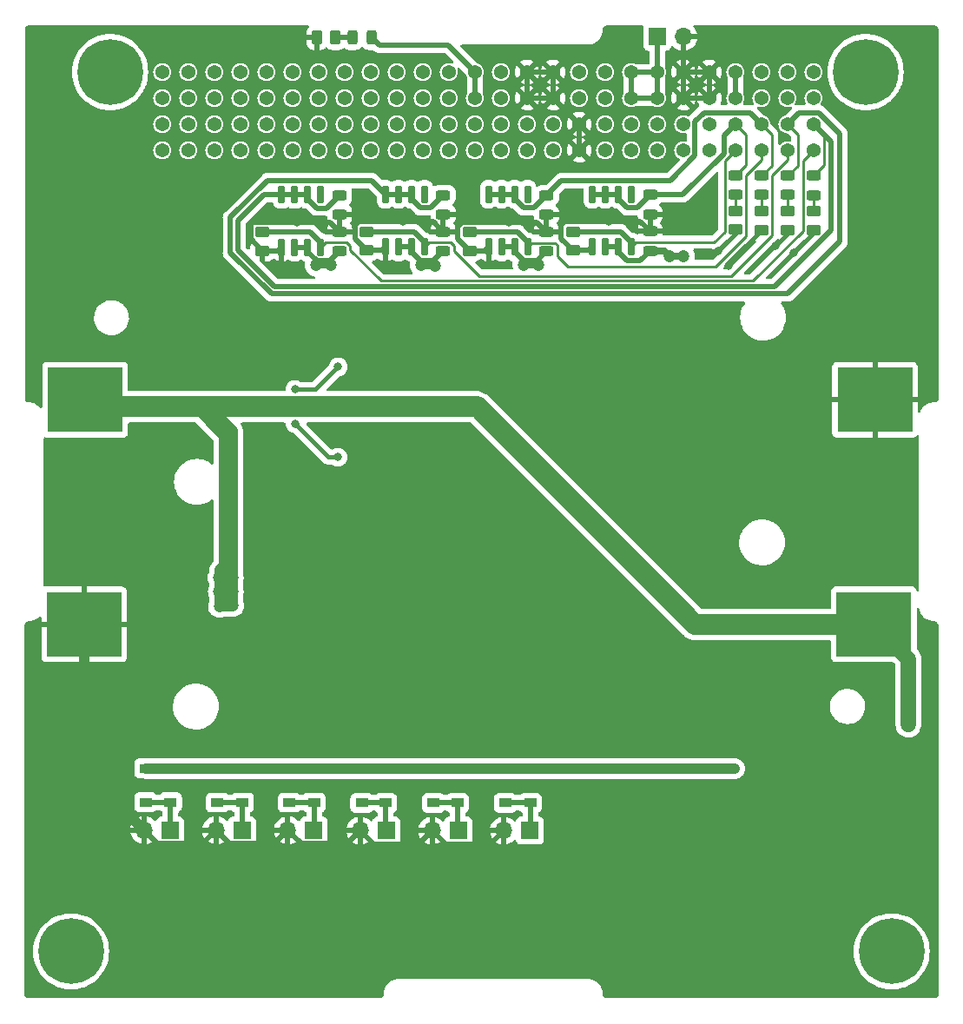
<source format=gbr>
G04 #@! TF.GenerationSoftware,KiCad,Pcbnew,(6.0.8)*
G04 #@! TF.CreationDate,2022-10-24T22:40:04+02:00*
G04 #@! TF.ProjectId,pcdu,70636475-2e6b-4696-9361-645f70636258,rev?*
G04 #@! TF.SameCoordinates,Original*
G04 #@! TF.FileFunction,Copper,L1,Top*
G04 #@! TF.FilePolarity,Positive*
%FSLAX46Y46*%
G04 Gerber Fmt 4.6, Leading zero omitted, Abs format (unit mm)*
G04 Created by KiCad (PCBNEW (6.0.8)) date 2022-10-24 22:40:04*
%MOMM*%
%LPD*%
G01*
G04 APERTURE LIST*
G04 Aperture macros list*
%AMRoundRect*
0 Rectangle with rounded corners*
0 $1 Rounding radius*
0 $2 $3 $4 $5 $6 $7 $8 $9 X,Y pos of 4 corners*
0 Add a 4 corners polygon primitive as box body*
4,1,4,$2,$3,$4,$5,$6,$7,$8,$9,$2,$3,0*
0 Add four circle primitives for the rounded corners*
1,1,$1+$1,$2,$3*
1,1,$1+$1,$4,$5*
1,1,$1+$1,$6,$7*
1,1,$1+$1,$8,$9*
0 Add four rect primitives between the rounded corners*
20,1,$1+$1,$2,$3,$4,$5,0*
20,1,$1+$1,$4,$5,$6,$7,0*
20,1,$1+$1,$6,$7,$8,$9,0*
20,1,$1+$1,$8,$9,$2,$3,0*%
G04 Aperture macros list end*
G04 #@! TA.AperFunction,ComponentPad*
%ADD10C,1.365000*%
G04 #@! TD*
G04 #@! TA.AperFunction,ComponentPad*
%ADD11C,6.400000*%
G04 #@! TD*
G04 #@! TA.AperFunction,SMDPad,CuDef*
%ADD12RoundRect,0.243750X0.456250X-0.243750X0.456250X0.243750X-0.456250X0.243750X-0.456250X-0.243750X0*%
G04 #@! TD*
G04 #@! TA.AperFunction,SMDPad,CuDef*
%ADD13RoundRect,0.243750X-0.456250X0.243750X-0.456250X-0.243750X0.456250X-0.243750X0.456250X0.243750X0*%
G04 #@! TD*
G04 #@! TA.AperFunction,SMDPad,CuDef*
%ADD14RoundRect,0.150000X0.150000X-0.725000X0.150000X0.725000X-0.150000X0.725000X-0.150000X-0.725000X0*%
G04 #@! TD*
G04 #@! TA.AperFunction,ComponentPad*
%ADD15R,1.700000X1.700000*%
G04 #@! TD*
G04 #@! TA.AperFunction,ComponentPad*
%ADD16O,1.700000X1.700000*%
G04 #@! TD*
G04 #@! TA.AperFunction,SMDPad,CuDef*
%ADD17R,1.200000X0.900000*%
G04 #@! TD*
G04 #@! TA.AperFunction,SMDPad,CuDef*
%ADD18R,7.340000X6.350000*%
G04 #@! TD*
G04 #@! TA.AperFunction,SMDPad,CuDef*
%ADD19RoundRect,0.250000X-0.450000X0.262500X-0.450000X-0.262500X0.450000X-0.262500X0.450000X0.262500X0*%
G04 #@! TD*
G04 #@! TA.AperFunction,SMDPad,CuDef*
%ADD20RoundRect,0.243750X-0.243750X-0.456250X0.243750X-0.456250X0.243750X0.456250X-0.243750X0.456250X0*%
G04 #@! TD*
G04 #@! TA.AperFunction,SMDPad,CuDef*
%ADD21RoundRect,0.250000X0.262500X0.450000X-0.262500X0.450000X-0.262500X-0.450000X0.262500X-0.450000X0*%
G04 #@! TD*
G04 #@! TA.AperFunction,ViaPad*
%ADD22C,1.200000*%
G04 #@! TD*
G04 #@! TA.AperFunction,ViaPad*
%ADD23C,0.800000*%
G04 #@! TD*
G04 #@! TA.AperFunction,ViaPad*
%ADD24C,2.600000*%
G04 #@! TD*
G04 #@! TA.AperFunction,Conductor*
%ADD25C,0.500000*%
G04 #@! TD*
G04 #@! TA.AperFunction,Conductor*
%ADD26C,0.650000*%
G04 #@! TD*
G04 #@! TA.AperFunction,Conductor*
%ADD27C,0.250000*%
G04 #@! TD*
G04 #@! TA.AperFunction,Conductor*
%ADD28C,1.000000*%
G04 #@! TD*
G04 #@! TA.AperFunction,Conductor*
%ADD29C,2.032000*%
G04 #@! TD*
G04 #@! TA.AperFunction,Conductor*
%ADD30C,1.498600*%
G04 #@! TD*
G04 #@! TA.AperFunction,Conductor*
%ADD31C,0.431800*%
G04 #@! TD*
G04 APERTURE END LIST*
D10*
X96520000Y-53975000D03*
X96520000Y-51435000D03*
X99060000Y-53975000D03*
X99060000Y-51435000D03*
X101600000Y-53975000D03*
X101600000Y-51435000D03*
X104140000Y-53975000D03*
X104140000Y-51435000D03*
X106680000Y-53975000D03*
X106680000Y-51435000D03*
X109220000Y-53975000D03*
X109220000Y-51435000D03*
X111760000Y-53975000D03*
X111760000Y-51435000D03*
X114300000Y-53975000D03*
X114300000Y-51435000D03*
X116840000Y-53975000D03*
X116840000Y-51435000D03*
X119380000Y-53975000D03*
X119380000Y-51435000D03*
X121920000Y-53975000D03*
X121920000Y-51435000D03*
X124460000Y-53975000D03*
X124460000Y-51435000D03*
X127000000Y-53975000D03*
X127000000Y-51435000D03*
X129540000Y-53975000D03*
X129540000Y-51435000D03*
X132080000Y-53975000D03*
X132080000Y-51435000D03*
X134620000Y-53975000D03*
X134620000Y-51435000D03*
X137160000Y-53975000D03*
X137160000Y-51435000D03*
X139700000Y-53975000D03*
X139700000Y-51435000D03*
X142240000Y-53975000D03*
X142240000Y-51435000D03*
X144780000Y-53975000D03*
X144780000Y-51435000D03*
X147320000Y-53975000D03*
X147320000Y-51435000D03*
X149860000Y-53975000D03*
X149860000Y-51435000D03*
X152400000Y-53975000D03*
X152400000Y-51435000D03*
X154940000Y-53975000D03*
X154940000Y-51435000D03*
X157480000Y-53975000D03*
X157480000Y-51435000D03*
X160020000Y-53975000D03*
X160020000Y-51435000D03*
X96520000Y-48895000D03*
X96520000Y-46355000D03*
X99060000Y-48895000D03*
X99060000Y-46355000D03*
X101600000Y-48895000D03*
X101600000Y-46355000D03*
X104140000Y-48895000D03*
X104140000Y-46355000D03*
X106680000Y-48895000D03*
X106680000Y-46355000D03*
X109220000Y-48895000D03*
X109220000Y-46355000D03*
X111760000Y-48895000D03*
X111760000Y-46355000D03*
X114300000Y-48895000D03*
X114300000Y-46355000D03*
X116840000Y-48895000D03*
X116840000Y-46355000D03*
X119380000Y-48895000D03*
X119380000Y-46355000D03*
X121920000Y-48895000D03*
X121920000Y-46355000D03*
X124460000Y-48895000D03*
X124460000Y-46355000D03*
X127000000Y-48895000D03*
X127000000Y-46355000D03*
X129540000Y-48895000D03*
X129540000Y-46355000D03*
X132080000Y-48895000D03*
X132080000Y-46355000D03*
X134620000Y-48895000D03*
X134620000Y-46355000D03*
X137160000Y-48895000D03*
X137160000Y-46355000D03*
X139700000Y-48895000D03*
X139700000Y-46355000D03*
X142240000Y-48895000D03*
X142240000Y-46355000D03*
X144780000Y-48895000D03*
X144780000Y-46355000D03*
X147320000Y-48895000D03*
X147320000Y-46355000D03*
X149860000Y-48895000D03*
X149860000Y-46355000D03*
X152400000Y-48895000D03*
X152400000Y-46355000D03*
X154940000Y-48895000D03*
X154940000Y-46355000D03*
X157480000Y-48895000D03*
X157480000Y-46355000D03*
X160020000Y-48895000D03*
X160020000Y-46355000D03*
D11*
X91440000Y-46355000D03*
X165100000Y-46355000D03*
X87630000Y-132080000D03*
X167640000Y-132080000D03*
D12*
X133989949Y-63812500D03*
X133989949Y-61937500D03*
D13*
X133989949Y-58381500D03*
X133989949Y-60256500D03*
D12*
X144096949Y-63762500D03*
X144096949Y-61887500D03*
D14*
X138431861Y-63412632D03*
X139701861Y-63412632D03*
X140971861Y-63412632D03*
X142241861Y-63412632D03*
X142241861Y-58262632D03*
X140971861Y-58262632D03*
X139701861Y-58262632D03*
X138431861Y-58262632D03*
X108161861Y-63437632D03*
X109431861Y-63437632D03*
X110701861Y-63437632D03*
X111971861Y-63437632D03*
X111971861Y-58287632D03*
X110701861Y-58287632D03*
X109431861Y-58287632D03*
X108161861Y-58287632D03*
X128331861Y-63412632D03*
X129601861Y-63412632D03*
X130871861Y-63412632D03*
X132141861Y-63412632D03*
X132141861Y-58262632D03*
X130871861Y-58262632D03*
X129601861Y-58262632D03*
X128331861Y-58262632D03*
D13*
X144096949Y-58331500D03*
X144096949Y-60206500D03*
D12*
X113816861Y-63782632D03*
X113816861Y-61907632D03*
D13*
X113816861Y-58351632D03*
X113816861Y-60226632D03*
D14*
X118274791Y-63412264D03*
X119544791Y-63412264D03*
X120814791Y-63412264D03*
X122084791Y-63412264D03*
X122084791Y-58262264D03*
X120814791Y-58262264D03*
X119544791Y-58262264D03*
X118274791Y-58262264D03*
D12*
X123917791Y-63787632D03*
X123917791Y-61912632D03*
D13*
X123917791Y-58356632D03*
X123917791Y-60231632D03*
D15*
X144780000Y-42926000D03*
D16*
X147320000Y-42926000D03*
D17*
X122965000Y-114300000D03*
X122965000Y-117600000D03*
X118300000Y-114300000D03*
X118300000Y-117600000D03*
X132400000Y-114300000D03*
X132400000Y-117600000D03*
X115965000Y-114300000D03*
X115965000Y-117600000D03*
X125300000Y-114300000D03*
X125300000Y-117600000D03*
D15*
X125365000Y-120297500D03*
D16*
X122825000Y-120297500D03*
D15*
X132365000Y-120297500D03*
D16*
X129825000Y-120297500D03*
D15*
X118365000Y-120297500D03*
D16*
X115825000Y-120297500D03*
D18*
X165900000Y-100200000D03*
X88900000Y-100200000D03*
X89000000Y-78300000D03*
X166000000Y-78300000D03*
D17*
X101896000Y-114270500D03*
X101896000Y-117570500D03*
D15*
X97296000Y-120268000D03*
D16*
X94756000Y-120268000D03*
D17*
X111331000Y-114270500D03*
X111331000Y-117570500D03*
D15*
X104296000Y-120268000D03*
D16*
X101756000Y-120268000D03*
D17*
X104331000Y-114270500D03*
X104331000Y-117570500D03*
X108896000Y-114270500D03*
X108896000Y-117570500D03*
X97331000Y-114233000D03*
X97331000Y-117533000D03*
D15*
X111296000Y-120268000D03*
D16*
X108756000Y-120268000D03*
D17*
X129965000Y-114300000D03*
X129965000Y-117600000D03*
X94896000Y-114233000D03*
X94896000Y-117533000D03*
D19*
X157500000Y-59937500D03*
X157500000Y-61762500D03*
X152400000Y-59887500D03*
X152400000Y-61712500D03*
X136546949Y-61912500D03*
X136546949Y-63737500D03*
X106290949Y-61946500D03*
X106290949Y-63771500D03*
D20*
X115062500Y-43000000D03*
X116937500Y-43000000D03*
D12*
X152400000Y-58337500D03*
X152400000Y-56462500D03*
D19*
X116435879Y-61925132D03*
X116435879Y-63750132D03*
D12*
X160000000Y-58350000D03*
X160000000Y-56475000D03*
D19*
X126489949Y-61962500D03*
X126489949Y-63787500D03*
X154950000Y-59937500D03*
X154950000Y-61762500D03*
D12*
X154950000Y-58337500D03*
X154950000Y-56462500D03*
D19*
X160000000Y-59937500D03*
X160000000Y-61762500D03*
D12*
X157500000Y-58337500D03*
X157500000Y-56462500D03*
D21*
X113412500Y-43000000D03*
X111587500Y-43000000D03*
D22*
X145950000Y-64275000D03*
X121775000Y-65175000D03*
X133150000Y-65175000D03*
X111525000Y-65175000D03*
X147325000Y-64275000D03*
X131775000Y-65175000D03*
X123100000Y-65200000D03*
X112925000Y-65175000D03*
X99060000Y-78994000D03*
X93980000Y-78994000D03*
X102100000Y-98425000D03*
X169275000Y-105750000D03*
X97790000Y-78994000D03*
X103350000Y-95675000D03*
X169275000Y-108575000D03*
X169275000Y-107175000D03*
X95250000Y-78994000D03*
X103350000Y-97000000D03*
X102050000Y-95675000D03*
X102075000Y-97025000D03*
X169275000Y-104300000D03*
X96520000Y-78994000D03*
X169275000Y-109950000D03*
X103375000Y-98375000D03*
D23*
X140900000Y-114250000D03*
X147000000Y-114250000D03*
X124167000Y-114233000D03*
X131292000Y-114233000D03*
X134200000Y-114250000D03*
X148175000Y-114250000D03*
X151050000Y-114250000D03*
X120592000Y-114233000D03*
X128442000Y-114233000D03*
X127617000Y-114233000D03*
X145525000Y-114250000D03*
X142000000Y-114250000D03*
X149575000Y-114250000D03*
X152250000Y-114250000D03*
X126792000Y-114233000D03*
X139725000Y-114250000D03*
X144025000Y-114250000D03*
X121417000Y-114233000D03*
X113675000Y-75090000D03*
X113646000Y-83890000D03*
X109450000Y-80625000D03*
X109450000Y-77300000D03*
X109616000Y-60984000D03*
X158100000Y-63950000D03*
X140075000Y-60925000D03*
D24*
X113594583Y-98177917D03*
D23*
X151775000Y-65275000D03*
X146825000Y-107250000D03*
X150725000Y-63775000D03*
D24*
X113719583Y-111227917D03*
D23*
X128300000Y-107525000D03*
D24*
X146539000Y-102610500D03*
X128350000Y-76525000D03*
D23*
X156300000Y-63275000D03*
D24*
X147025000Y-76575000D03*
D23*
X119987368Y-60962632D03*
X130275000Y-61000000D03*
D24*
X127925000Y-102712500D03*
D25*
X116937500Y-43000000D02*
X117662500Y-43725000D01*
D26*
X147325000Y-64275000D02*
X145950000Y-64275000D01*
D25*
X123917791Y-63787632D02*
X123917791Y-63847132D01*
X143121817Y-64737632D02*
X141843333Y-64737632D01*
X121685511Y-64737264D02*
X122968159Y-64737264D01*
X144096949Y-63762500D02*
X143121817Y-64737632D01*
X122968159Y-64737264D02*
X123917791Y-63787632D01*
X110701861Y-63437632D02*
X110701861Y-63891160D01*
X120814791Y-63412264D02*
X120814791Y-63866544D01*
X110701861Y-63437632D02*
X109431861Y-63437632D01*
D26*
X133150000Y-65175000D02*
X131775000Y-65175000D01*
D25*
X133064817Y-64737632D02*
X133989949Y-63812500D01*
X141843333Y-64737632D02*
X140971861Y-63866160D01*
D26*
X123100000Y-65200000D02*
X121800000Y-65200000D01*
D25*
X120814791Y-63866544D02*
X121685511Y-64737264D01*
X130871861Y-63866160D02*
X131743333Y-64737632D01*
X110701861Y-63891160D02*
X111573333Y-64762632D01*
X124370000Y-43725000D02*
X127000000Y-46355000D01*
D26*
X144096949Y-63762500D02*
X145437500Y-63762500D01*
D25*
X111573333Y-64762632D02*
X112836861Y-64762632D01*
X129601861Y-63412632D02*
X130871861Y-63412632D01*
X120814791Y-63412264D02*
X119544791Y-63412264D01*
X112836861Y-64762632D02*
X113816861Y-63782632D01*
X140971861Y-63412632D02*
X139701861Y-63412632D01*
D26*
X112925000Y-65175000D02*
X111525000Y-65175000D01*
D25*
X117662500Y-43725000D02*
X124370000Y-43725000D01*
X131743333Y-64737632D02*
X133064817Y-64737632D01*
X130871861Y-63412632D02*
X130871861Y-63866160D01*
D26*
X121800000Y-65200000D02*
X121775000Y-65175000D01*
X145437500Y-63762500D02*
X145950000Y-64275000D01*
D25*
X140971861Y-63866160D02*
X140971861Y-63412632D01*
X127000000Y-46355000D02*
X127000000Y-48895000D01*
D27*
X160000000Y-58350000D02*
X160000000Y-59937500D01*
X155947500Y-52442500D02*
X154940000Y-51435000D01*
D25*
X153807500Y-50302500D02*
X149347500Y-50302500D01*
X149347500Y-50302500D02*
X148452500Y-51197500D01*
X154940000Y-51435000D02*
X153807500Y-50302500D01*
X131743333Y-59587632D02*
X132783817Y-59587632D01*
X148452500Y-51197500D02*
X148452500Y-54522500D01*
D27*
X155947500Y-55465000D02*
X155947500Y-52442500D01*
X154950000Y-56462500D02*
X155947500Y-55465000D01*
D25*
X146037368Y-56937632D02*
X135433817Y-56937632D01*
X130871861Y-58262632D02*
X130871861Y-58716160D01*
X135433817Y-56937632D02*
X133989949Y-58381500D01*
X128331861Y-58262632D02*
X130871861Y-58262632D01*
X130871861Y-58716160D02*
X131743333Y-59587632D01*
X148452500Y-54522500D02*
X146037368Y-56937632D01*
X132783817Y-59587632D02*
X133989949Y-58381500D01*
X140971861Y-58262632D02*
X140971861Y-58716160D01*
X151267500Y-54294328D02*
X147230328Y-58331500D01*
X140971861Y-58716160D02*
X141843333Y-59587632D01*
X138431861Y-58262632D02*
X140971861Y-58262632D01*
X142840817Y-59587632D02*
X144096949Y-58331500D01*
X147230328Y-58331500D02*
X144096949Y-58331500D01*
X141843333Y-59587632D02*
X142840817Y-59587632D01*
D27*
X153407500Y-52442500D02*
X152400000Y-51435000D01*
X152400000Y-56462500D02*
X153407500Y-55455000D01*
D25*
X152400000Y-51435000D02*
X151267500Y-52567500D01*
X151267500Y-52567500D02*
X151267500Y-54294328D01*
D27*
X153407500Y-55455000D02*
X153407500Y-52442500D01*
D25*
X161702154Y-53117154D02*
X161702154Y-61762795D01*
D27*
X161027500Y-55447500D02*
X161027500Y-52442500D01*
D25*
X161702154Y-61762795D02*
X156189949Y-67275000D01*
X108161861Y-58287632D02*
X110701861Y-58287632D01*
X113816861Y-58528660D02*
X113816861Y-58351632D01*
X112555861Y-59612632D02*
X113816861Y-58351632D01*
X103875000Y-60825000D02*
X106412368Y-58287632D01*
X110701861Y-58741160D02*
X111573333Y-59612632D01*
X156189949Y-67275000D02*
X107450000Y-67275000D01*
X160020000Y-51435000D02*
X161702154Y-53117154D01*
X103875000Y-63700000D02*
X103875000Y-60825000D01*
X111573333Y-59612632D02*
X112555861Y-59612632D01*
D27*
X161027500Y-52442500D02*
X160020000Y-51435000D01*
D25*
X106412368Y-58287632D02*
X108161861Y-58287632D01*
D27*
X160000000Y-56475000D02*
X161027500Y-55447500D01*
D25*
X110701861Y-58287632D02*
X110701861Y-58741160D01*
X107450000Y-67275000D02*
X103875000Y-63700000D01*
X162600000Y-52400000D02*
X162600000Y-62875001D01*
X103175000Y-60535050D02*
X106785050Y-56925000D01*
X157500001Y-67975000D02*
X107160050Y-67975000D01*
X106785050Y-56925000D02*
X116937527Y-56925000D01*
D27*
X158487500Y-52442500D02*
X157480000Y-51435000D01*
D25*
X120814791Y-58715792D02*
X120814791Y-58262264D01*
X122687159Y-59587264D02*
X121686263Y-59587264D01*
D27*
X157500000Y-56462500D02*
X158487500Y-55475000D01*
D25*
X162600000Y-62875001D02*
X157500001Y-67975000D01*
X107160050Y-67975000D02*
X103175000Y-63989950D01*
X118274791Y-58262264D02*
X120814791Y-58262264D01*
X116937527Y-56925000D02*
X118274791Y-58262264D01*
X157480000Y-51435000D02*
X158612500Y-50302500D01*
X123917791Y-58356632D02*
X122687159Y-59587264D01*
X158612500Y-50302500D02*
X160502500Y-50302500D01*
X121686263Y-59587264D02*
X120814791Y-58715792D01*
X103175000Y-63989950D02*
X103175000Y-60535050D01*
D27*
X158487500Y-55475000D02*
X158487500Y-52442500D01*
D25*
X160502500Y-50302500D02*
X162600000Y-52400000D01*
D28*
X102050000Y-95675000D02*
X103350000Y-95675000D01*
D29*
X148466838Y-100200000D02*
X165900000Y-100200000D01*
X127260838Y-78994000D02*
X148466838Y-100200000D01*
D30*
X169275000Y-103575000D02*
X165900000Y-100200000D01*
X169275000Y-109950000D02*
X169275000Y-103575000D01*
D28*
X102525000Y-81800000D02*
X99719000Y-78994000D01*
X102100000Y-98425000D02*
X102100000Y-94900000D01*
X102075000Y-97025000D02*
X103325000Y-97025000D01*
X102100000Y-98425000D02*
X103075000Y-98425000D01*
X102100000Y-94900000D02*
X102525000Y-94475000D01*
X103325000Y-97025000D02*
X103350000Y-97000000D01*
X103325000Y-98425000D02*
X103375000Y-98375000D01*
D29*
X99060000Y-78994000D02*
X101044000Y-78994000D01*
D28*
X103075000Y-98425000D02*
X103325000Y-98425000D01*
X99719000Y-78994000D02*
X99060000Y-78994000D01*
D25*
X152400000Y-46355000D02*
X152400000Y-48895000D01*
D28*
X103375000Y-81325000D02*
X101044000Y-78994000D01*
D25*
X166000000Y-101000000D02*
X166495000Y-101000000D01*
D29*
X101044000Y-78994000D02*
X127260838Y-78994000D01*
D28*
X102525000Y-93650000D02*
X102525000Y-97875000D01*
X102525000Y-94475000D02*
X102525000Y-93650000D01*
D29*
X89006000Y-78994000D02*
X89000000Y-79000000D01*
D28*
X102525000Y-93650000D02*
X102525000Y-81800000D01*
D29*
X99060000Y-78994000D02*
X89006000Y-78994000D01*
D28*
X102525000Y-97875000D02*
X103075000Y-98425000D01*
X103375000Y-98375000D02*
X103375000Y-81325000D01*
D25*
X115062500Y-43000000D02*
X113412500Y-43000000D01*
D27*
X142704493Y-62950000D02*
X142241861Y-63412632D01*
X150300000Y-62975000D02*
X150275000Y-62950000D01*
X151375000Y-61900000D02*
X150300000Y-62975000D01*
X151375000Y-55000000D02*
X151375000Y-61900000D01*
X152400000Y-53975000D02*
X151375000Y-55000000D01*
D25*
X141195257Y-61912500D02*
X142241861Y-62959104D01*
X142241861Y-62959104D02*
X142241861Y-63412632D01*
D27*
X150275000Y-62950000D02*
X142704493Y-62950000D01*
D25*
X136546949Y-61912500D02*
X141195257Y-61912500D01*
X131145257Y-61962500D02*
X132141861Y-62959104D01*
D27*
X132554493Y-63000000D02*
X132141861Y-63412632D01*
X136035747Y-65312632D02*
X135014949Y-64291834D01*
D25*
X132141861Y-62959104D02*
X132141861Y-63412632D01*
D27*
X153425000Y-56455200D02*
X153425000Y-62325000D01*
X154940000Y-54940200D02*
X153425000Y-56455200D01*
X150437368Y-65312632D02*
X136035747Y-65312632D01*
X135014949Y-64291834D02*
X135014949Y-63214949D01*
X154940000Y-53975000D02*
X154940000Y-54940200D01*
D25*
X126489949Y-61962500D02*
X131145257Y-61962500D01*
D27*
X134800000Y-63000000D02*
X132554493Y-63000000D01*
X135014949Y-63214949D02*
X134800000Y-63000000D01*
X153425000Y-62325000D02*
X150437368Y-65312632D01*
X127425000Y-66250000D02*
X124942791Y-63767791D01*
X155975000Y-62263173D02*
X151988173Y-66250000D01*
D25*
X116435879Y-61925132D02*
X121051187Y-61925132D01*
D27*
X124942791Y-63767791D02*
X124942791Y-63308298D01*
X157480000Y-53975000D02*
X157480000Y-54940200D01*
X157480000Y-54940200D02*
X155975000Y-56445200D01*
X124609493Y-62975000D02*
X122522055Y-62975000D01*
D25*
X121051187Y-61925132D02*
X122084791Y-62958736D01*
X122084791Y-62958736D02*
X122084791Y-63412264D01*
D27*
X151988173Y-66250000D02*
X127425000Y-66250000D01*
X124942791Y-63308298D02*
X124609493Y-62975000D01*
X155975000Y-56445200D02*
X155975000Y-62263173D01*
X122522055Y-62975000D02*
X122084791Y-63412264D01*
X117850000Y-66700000D02*
X114841861Y-63691861D01*
X112459493Y-62950000D02*
X111971861Y-63437632D01*
X154088173Y-66700000D02*
X117850000Y-66700000D01*
X114841861Y-63303298D02*
X114488563Y-62950000D01*
X114841861Y-63691861D02*
X114841861Y-63303298D01*
X114488563Y-62950000D02*
X112459493Y-62950000D01*
D25*
X106290949Y-61946500D02*
X110934257Y-61946500D01*
D27*
X160020000Y-53975000D02*
X158975000Y-55020000D01*
D25*
X110934257Y-61946500D02*
X111971861Y-62984104D01*
X111971861Y-62984104D02*
X111971861Y-63437632D01*
D27*
X158975000Y-55020000D02*
X158975000Y-61813173D01*
X158975000Y-61813173D02*
X154088173Y-66700000D01*
X157500000Y-58337500D02*
X157500000Y-59937500D01*
D25*
X97331000Y-117533000D02*
X97331000Y-120233000D01*
X97331000Y-120233000D02*
X97296000Y-120268000D01*
X97331000Y-117533000D02*
X94896000Y-117533000D01*
D28*
X126792000Y-114233000D02*
X124167000Y-114233000D01*
X131292000Y-114233000D02*
X152308000Y-114233000D01*
D25*
X111293500Y-114233000D02*
X111331000Y-114270500D01*
D28*
X121417000Y-114233000D02*
X120592000Y-114233000D01*
X127617000Y-114233000D02*
X126792000Y-114233000D01*
X120592000Y-114233000D02*
X94896000Y-114233000D01*
X128442000Y-114233000D02*
X127617000Y-114233000D01*
X131292000Y-114233000D02*
X128442000Y-114233000D01*
X152308000Y-114233000D02*
X152325000Y-114250000D01*
X132333000Y-114233000D02*
X131292000Y-114233000D01*
X124167000Y-114233000D02*
X121417000Y-114233000D01*
D25*
X132400000Y-114300000D02*
X132333000Y-114233000D01*
X104331000Y-117570500D02*
X101896000Y-117570500D01*
X104331000Y-120233000D02*
X104296000Y-120268000D01*
X104331000Y-117570500D02*
X104331000Y-120233000D01*
X111331000Y-117570500D02*
X108896000Y-117570500D01*
X111331000Y-117570500D02*
X111331000Y-120233000D01*
X111331000Y-120233000D02*
X111296000Y-120268000D01*
X118300000Y-120232500D02*
X118365000Y-120297500D01*
X118300000Y-117600000D02*
X115965000Y-117600000D01*
X118300000Y-117600000D02*
X118300000Y-120232500D01*
X125300000Y-120232500D02*
X125365000Y-120297500D01*
X125300000Y-117600000D02*
X125300000Y-120232500D01*
X125300000Y-117600000D02*
X122965000Y-117600000D01*
X132400000Y-117600000D02*
X129965000Y-117600000D01*
X132400000Y-117600000D02*
X132400000Y-120262500D01*
X132400000Y-120262500D02*
X132365000Y-120297500D01*
X142240000Y-46355000D02*
X142240000Y-48895000D01*
D31*
X111465000Y-77300000D02*
X113675000Y-75090000D01*
X113646000Y-83890000D02*
X112715000Y-83890000D01*
D25*
X144780000Y-46355000D02*
X142240000Y-46355000D01*
X144780000Y-42926000D02*
X144780000Y-46355000D01*
D31*
X109450000Y-77300000D02*
X111465000Y-77300000D01*
X112715000Y-83890000D02*
X109450000Y-80625000D01*
D25*
X144780000Y-48895000D02*
X142240000Y-48895000D01*
X144780000Y-46355000D02*
X144780000Y-48895000D01*
X135396949Y-61225000D02*
X135696949Y-60925000D01*
X147320000Y-46355000D02*
X149860000Y-46355000D01*
X105315493Y-60984000D02*
X105140949Y-61158544D01*
X126489949Y-63787500D02*
X127956993Y-63787500D01*
X128525000Y-121597500D02*
X124125000Y-121597500D01*
X133989949Y-61937500D02*
X135337500Y-61937500D01*
D31*
X152400000Y-61712500D02*
X152400000Y-62100000D01*
D25*
X125212632Y-61912632D02*
X125339949Y-62039949D01*
X117936923Y-63750132D02*
X118274791Y-63412264D01*
X100456000Y-121568000D02*
X96056000Y-121568000D01*
X135337500Y-61937500D02*
X135396949Y-61878051D01*
X134620000Y-48895000D02*
X137160000Y-51435000D01*
X136546949Y-63737500D02*
X138106993Y-63737500D01*
X140075000Y-60925000D02*
X143134449Y-60925000D01*
X132080000Y-48895000D02*
X132080000Y-46355000D01*
X122825000Y-120297500D02*
X121525000Y-121597500D01*
X136546949Y-63737500D02*
X135396949Y-62587500D01*
X138106993Y-63737500D02*
X138431861Y-63412632D01*
X125339949Y-62039949D02*
X125339949Y-62637500D01*
X106290949Y-63771500D02*
X107827993Y-63771500D01*
X101756000Y-120268000D02*
X100456000Y-121568000D01*
X115192368Y-61907632D02*
X115285879Y-61814121D01*
X147320000Y-42926000D02*
X147320000Y-48895000D01*
X130275000Y-61000000D02*
X125750000Y-61000000D01*
X115285879Y-61814121D02*
X115285879Y-62600132D01*
X105140949Y-61158544D02*
X105140949Y-62621500D01*
X96056000Y-121568000D02*
X94756000Y-120268000D01*
X115695930Y-60962632D02*
X115285879Y-61372683D01*
X125339949Y-61410051D02*
X125339949Y-62039949D01*
D31*
X154950000Y-61762500D02*
X151775000Y-64937500D01*
D25*
X123917791Y-61912632D02*
X123917791Y-60231632D01*
X121525000Y-121597500D02*
X117125000Y-121597500D01*
X110056000Y-121568000D02*
X108756000Y-120268000D01*
X149860000Y-48895000D02*
X147320000Y-48895000D01*
X114554500Y-121568000D02*
X110056000Y-121568000D01*
X134620000Y-46355000D02*
X132080000Y-46355000D01*
D31*
X151775000Y-64937500D02*
X151775000Y-65275000D01*
D25*
X105140949Y-62621500D02*
X106290949Y-63771500D01*
X107827993Y-63771500D02*
X108161861Y-63437632D01*
D28*
X94756000Y-120268000D02*
X88900000Y-114412000D01*
D25*
X129825000Y-120297500D02*
X128525000Y-121597500D01*
X133989949Y-61937500D02*
X133052449Y-61000000D01*
D31*
X160000000Y-62050000D02*
X158100000Y-63950000D01*
D25*
X125750000Y-61000000D02*
X125339949Y-61410051D01*
D28*
X88900000Y-114412000D02*
X88900000Y-100200000D01*
D31*
X157500000Y-61762500D02*
X157500000Y-62075000D01*
D25*
X115825000Y-120297500D02*
X114554500Y-121568000D01*
X125339949Y-62637500D02*
X126489949Y-63787500D01*
X115285879Y-61372683D02*
X115285879Y-61814121D01*
X112893229Y-60984000D02*
X109616000Y-60984000D01*
D31*
X152400000Y-62100000D02*
X150725000Y-63775000D01*
X157500000Y-62075000D02*
X156300000Y-63275000D01*
D25*
X135696949Y-60925000D02*
X140075000Y-60925000D01*
X113816861Y-61907632D02*
X112893229Y-60984000D01*
X143134449Y-60925000D02*
X144096949Y-61887500D01*
X115695930Y-60962632D02*
X119987368Y-60962632D01*
X134620000Y-46355000D02*
X134620000Y-48895000D01*
X109616000Y-60984000D02*
X105315493Y-60984000D01*
X107456000Y-121568000D02*
X103056000Y-121568000D01*
X122967791Y-60962632D02*
X123917791Y-61912632D01*
X144096949Y-60206500D02*
X144096949Y-61887500D01*
X135396949Y-61878051D02*
X135396949Y-61225000D01*
X137160000Y-51435000D02*
X137160000Y-53975000D01*
X108756000Y-120268000D02*
X107456000Y-121568000D01*
X134620000Y-48895000D02*
X132080000Y-48895000D01*
X117125000Y-121597500D02*
X115825000Y-120297500D01*
X103056000Y-121568000D02*
X101756000Y-120268000D01*
X149860000Y-48895000D02*
X149860000Y-46355000D01*
X127956993Y-63787500D02*
X128331861Y-63412632D01*
X113816861Y-61907632D02*
X115192368Y-61907632D01*
X113816861Y-60226632D02*
X113816861Y-61907632D01*
X119987368Y-60962632D02*
X122967791Y-60962632D01*
X123917791Y-61912632D02*
X125212632Y-61912632D01*
X124125000Y-121597500D02*
X122825000Y-120297500D01*
D31*
X160000000Y-61762500D02*
X160000000Y-62050000D01*
D25*
X135396949Y-62587500D02*
X135396949Y-61878051D01*
X115285879Y-62600132D02*
X116435879Y-63750132D01*
X133052449Y-61000000D02*
X130275000Y-61000000D01*
X133989949Y-61937500D02*
X133989949Y-60256500D01*
X116435879Y-63750132D02*
X117936923Y-63750132D01*
D27*
X154950000Y-58337500D02*
X154950000Y-59937500D01*
X152400000Y-58337500D02*
X152400000Y-59887500D01*
G04 #@! TA.AperFunction,Conductor*
G36*
X99833196Y-80538502D02*
G01*
X99854170Y-80555405D01*
X101479595Y-82180829D01*
X101513620Y-82243141D01*
X101516500Y-82269924D01*
X101516500Y-84470764D01*
X101496498Y-84538885D01*
X101442842Y-84585378D01*
X101372568Y-84595482D01*
X101310524Y-84568128D01*
X101206316Y-84482531D01*
X101206312Y-84482528D01*
X101203082Y-84479875D01*
X100950912Y-84323523D01*
X100680278Y-84201895D01*
X100507610Y-84150420D01*
X100399935Y-84118321D01*
X100399933Y-84118321D01*
X100395936Y-84117129D01*
X100391816Y-84116476D01*
X100391814Y-84116476D01*
X100200694Y-84086206D01*
X100102881Y-84070714D01*
X100057854Y-84068669D01*
X100011503Y-84066564D01*
X100011484Y-84066564D01*
X100010084Y-84066500D01*
X99824736Y-84066500D01*
X99603944Y-84081165D01*
X99313090Y-84139812D01*
X99032547Y-84236410D01*
X99028804Y-84238284D01*
X99028800Y-84238286D01*
X98854179Y-84325730D01*
X98767244Y-84369264D01*
X98664865Y-84438841D01*
X98554825Y-84513624D01*
X98521842Y-84536039D01*
X98300654Y-84733804D01*
X98107564Y-84959086D01*
X97945965Y-85207927D01*
X97818696Y-85475954D01*
X97727994Y-85758458D01*
X97675452Y-86050477D01*
X97661992Y-86346880D01*
X97662355Y-86351028D01*
X97662355Y-86351032D01*
X97687487Y-86638293D01*
X97687488Y-86638301D01*
X97687852Y-86642459D01*
X97752577Y-86932021D01*
X97855029Y-87210480D01*
X97993410Y-87472942D01*
X98165288Y-87714797D01*
X98367642Y-87931796D01*
X98596918Y-88120125D01*
X98849088Y-88276477D01*
X99119722Y-88398105D01*
X99292390Y-88449580D01*
X99400065Y-88481679D01*
X99400067Y-88481679D01*
X99404064Y-88482871D01*
X99408184Y-88483524D01*
X99408186Y-88483524D01*
X99527106Y-88502359D01*
X99697119Y-88529286D01*
X99742146Y-88531331D01*
X99788497Y-88533436D01*
X99788516Y-88533436D01*
X99789916Y-88533500D01*
X99975264Y-88533500D01*
X100196056Y-88518835D01*
X100486910Y-88460188D01*
X100767453Y-88363590D01*
X100771196Y-88361716D01*
X100771200Y-88361714D01*
X101029012Y-88232611D01*
X101029014Y-88232610D01*
X101032756Y-88230736D01*
X101135135Y-88161159D01*
X101274699Y-88066312D01*
X101274702Y-88066310D01*
X101278158Y-88063961D01*
X101306517Y-88038605D01*
X101370631Y-88008111D01*
X101441054Y-88017121D01*
X101495426Y-88062774D01*
X101516500Y-88132535D01*
X101516500Y-94005076D01*
X101496498Y-94073197D01*
X101479595Y-94094171D01*
X101430621Y-94143145D01*
X101420478Y-94152247D01*
X101390975Y-94175968D01*
X101387008Y-94180696D01*
X101358709Y-94214421D01*
X101355528Y-94218069D01*
X101353885Y-94219881D01*
X101351691Y-94222075D01*
X101324358Y-94255349D01*
X101323696Y-94256147D01*
X101263846Y-94327474D01*
X101261278Y-94332144D01*
X101257897Y-94336261D01*
X101245798Y-94358826D01*
X101214023Y-94418086D01*
X101213394Y-94419245D01*
X101171538Y-94495381D01*
X101171535Y-94495389D01*
X101168567Y-94500787D01*
X101166955Y-94505869D01*
X101164438Y-94510563D01*
X101137238Y-94599531D01*
X101136918Y-94600559D01*
X101108765Y-94689306D01*
X101108171Y-94694602D01*
X101106613Y-94699698D01*
X101105990Y-94705834D01*
X101097218Y-94792187D01*
X101097089Y-94793393D01*
X101091500Y-94843227D01*
X101091500Y-94846754D01*
X101091445Y-94847739D01*
X101090998Y-94853419D01*
X101086626Y-94896462D01*
X101087206Y-94902593D01*
X101090941Y-94942109D01*
X101091500Y-94953967D01*
X101091500Y-95084792D01*
X101077008Y-95143459D01*
X101021492Y-95248978D01*
X100961078Y-95443543D01*
X100937132Y-95645859D01*
X100950457Y-95849151D01*
X101000605Y-96046610D01*
X101003024Y-96051857D01*
X101079926Y-96218670D01*
X101091500Y-96271421D01*
X101091500Y-96482309D01*
X101077008Y-96540976D01*
X101046492Y-96598978D01*
X100986078Y-96793543D01*
X100962132Y-96995859D01*
X100975457Y-97199151D01*
X101025605Y-97396610D01*
X101038695Y-97425005D01*
X101079926Y-97514441D01*
X101091500Y-97567192D01*
X101091500Y-97929827D01*
X101077009Y-97988493D01*
X101071492Y-97998978D01*
X101011078Y-98193543D01*
X100987132Y-98395859D01*
X101000457Y-98599151D01*
X101050605Y-98796610D01*
X101135898Y-98981624D01*
X101253479Y-99147997D01*
X101271833Y-99165877D01*
X101386392Y-99277475D01*
X101399410Y-99290157D01*
X101404206Y-99293362D01*
X101404209Y-99293364D01*
X101542264Y-99385609D01*
X101568803Y-99403342D01*
X101574106Y-99405620D01*
X101574109Y-99405622D01*
X101682348Y-99452125D01*
X101755987Y-99483763D01*
X101828817Y-99500243D01*
X101949055Y-99527450D01*
X101949060Y-99527451D01*
X101954692Y-99528725D01*
X101960463Y-99528952D01*
X101960465Y-99528952D01*
X102023470Y-99531427D01*
X102158263Y-99536723D01*
X102359883Y-99507490D01*
X102365347Y-99505635D01*
X102365352Y-99505634D01*
X102552799Y-99442004D01*
X102553107Y-99442911D01*
X102597381Y-99433500D01*
X103015748Y-99433500D01*
X103043556Y-99436607D01*
X103224055Y-99477450D01*
X103224060Y-99477451D01*
X103229692Y-99478725D01*
X103235463Y-99478952D01*
X103235465Y-99478952D01*
X103298470Y-99481427D01*
X103433263Y-99486723D01*
X103634883Y-99457490D01*
X103640347Y-99455635D01*
X103640352Y-99455634D01*
X103822327Y-99393862D01*
X103822332Y-99393860D01*
X103827799Y-99392004D01*
X104005551Y-99292458D01*
X104162186Y-99162186D01*
X104292458Y-99005551D01*
X104358883Y-98886941D01*
X104389180Y-98832842D01*
X104389181Y-98832840D01*
X104392004Y-98827799D01*
X104393860Y-98822332D01*
X104393862Y-98822327D01*
X104455634Y-98640352D01*
X104455635Y-98640347D01*
X104457490Y-98634883D01*
X104486723Y-98433263D01*
X104488249Y-98375000D01*
X104469608Y-98172126D01*
X104414307Y-97976047D01*
X104411754Y-97970871D01*
X104411751Y-97970862D01*
X104396494Y-97939924D01*
X104383500Y-97884197D01*
X104383500Y-97425005D01*
X104390187Y-97384504D01*
X104430634Y-97265352D01*
X104430635Y-97265347D01*
X104432490Y-97259883D01*
X104461723Y-97058263D01*
X104463249Y-97000000D01*
X104444608Y-96797126D01*
X104442042Y-96788026D01*
X104389307Y-96601047D01*
X104390306Y-96600765D01*
X104383500Y-96564042D01*
X104383500Y-96100005D01*
X104390187Y-96059504D01*
X104430634Y-95940352D01*
X104430635Y-95940347D01*
X104432490Y-95934883D01*
X104461723Y-95733263D01*
X104463249Y-95675000D01*
X104444608Y-95472126D01*
X104389307Y-95276047D01*
X104390306Y-95275765D01*
X104383500Y-95239042D01*
X104383500Y-81386843D01*
X104384237Y-81373236D01*
X104387659Y-81341738D01*
X104387659Y-81341733D01*
X104388324Y-81335612D01*
X104383950Y-81285612D01*
X104383621Y-81280786D01*
X104383500Y-81278314D01*
X104383500Y-81275231D01*
X104382326Y-81263262D01*
X104379310Y-81232494D01*
X104379188Y-81231181D01*
X104371623Y-81144718D01*
X104371087Y-81138587D01*
X104369600Y-81133468D01*
X104369080Y-81128167D01*
X104342209Y-81039166D01*
X104341874Y-81038033D01*
X104317630Y-80954586D01*
X104317628Y-80954582D01*
X104315909Y-80948664D01*
X104313456Y-80943932D01*
X104311916Y-80938831D01*
X104268269Y-80856740D01*
X104267657Y-80855574D01*
X104227729Y-80778547D01*
X104224892Y-80773074D01*
X104221569Y-80768911D01*
X104219066Y-80764204D01*
X104186387Y-80724135D01*
X104158833Y-80658705D01*
X104171028Y-80588763D01*
X104219100Y-80536518D01*
X104284030Y-80518500D01*
X108411851Y-80518500D01*
X108479972Y-80538502D01*
X108526465Y-80592158D01*
X108537161Y-80631329D01*
X108552193Y-80774346D01*
X108556458Y-80814928D01*
X108615473Y-80996556D01*
X108710960Y-81161944D01*
X108715378Y-81166851D01*
X108715379Y-81166852D01*
X108812964Y-81275231D01*
X108838747Y-81303866D01*
X108890873Y-81341738D01*
X108952955Y-81386843D01*
X108993248Y-81416118D01*
X108999276Y-81418802D01*
X108999278Y-81418803D01*
X109161681Y-81491109D01*
X109167712Y-81493794D01*
X109292014Y-81520216D01*
X109354911Y-81554367D01*
X112157176Y-84356632D01*
X112169562Y-84371044D01*
X112181601Y-84387403D01*
X112187184Y-84392146D01*
X112219888Y-84419930D01*
X112227404Y-84426860D01*
X112232679Y-84432135D01*
X112235544Y-84434402D01*
X112235551Y-84434408D01*
X112253895Y-84448921D01*
X112257281Y-84451698D01*
X112276330Y-84467881D01*
X112304756Y-84492031D01*
X112304760Y-84492033D01*
X112310335Y-84496770D01*
X112316851Y-84500097D01*
X112321403Y-84503133D01*
X112326018Y-84505983D01*
X112331756Y-84510523D01*
X112338387Y-84513622D01*
X112338390Y-84513624D01*
X112394838Y-84540006D01*
X112398751Y-84541918D01*
X112460776Y-84573589D01*
X112467885Y-84575328D01*
X112473003Y-84577232D01*
X112478162Y-84578948D01*
X112484788Y-84582045D01*
X112491950Y-84583535D01*
X112491954Y-84583536D01*
X112536686Y-84592839D01*
X112552957Y-84596223D01*
X112557216Y-84597187D01*
X112624854Y-84613738D01*
X112630453Y-84614085D01*
X112630457Y-84614086D01*
X112635524Y-84614400D01*
X112635523Y-84614419D01*
X112640095Y-84614693D01*
X112643000Y-84614952D01*
X112650167Y-84616443D01*
X112657484Y-84616245D01*
X112723970Y-84614446D01*
X112727378Y-84614400D01*
X113056479Y-84614400D01*
X113124600Y-84634402D01*
X113130540Y-84638464D01*
X113189248Y-84681118D01*
X113195276Y-84683802D01*
X113195278Y-84683803D01*
X113301328Y-84731019D01*
X113363712Y-84758794D01*
X113457113Y-84778647D01*
X113544056Y-84797128D01*
X113544061Y-84797128D01*
X113550513Y-84798500D01*
X113741487Y-84798500D01*
X113747939Y-84797128D01*
X113747944Y-84797128D01*
X113834887Y-84778647D01*
X113928288Y-84758794D01*
X113990672Y-84731019D01*
X114096722Y-84683803D01*
X114096724Y-84683802D01*
X114102752Y-84681118D01*
X114257253Y-84568866D01*
X114286811Y-84536039D01*
X114380621Y-84431852D01*
X114380622Y-84431851D01*
X114385040Y-84426944D01*
X114480527Y-84261556D01*
X114539542Y-84079928D01*
X114540511Y-84070714D01*
X114558814Y-83896565D01*
X114559504Y-83890000D01*
X114539542Y-83700072D01*
X114480527Y-83518444D01*
X114385040Y-83353056D01*
X114257253Y-83211134D01*
X114102752Y-83098882D01*
X114096724Y-83096198D01*
X114096722Y-83096197D01*
X113934319Y-83023891D01*
X113934318Y-83023891D01*
X113928288Y-83021206D01*
X113834887Y-83001353D01*
X113747944Y-82982872D01*
X113747939Y-82982872D01*
X113741487Y-82981500D01*
X113550513Y-82981500D01*
X113544061Y-82982872D01*
X113544056Y-82982872D01*
X113457113Y-83001353D01*
X113363712Y-83021206D01*
X113357682Y-83023891D01*
X113357681Y-83023891D01*
X113195278Y-83096197D01*
X113195276Y-83096198D01*
X113189248Y-83098882D01*
X113183907Y-83102762D01*
X113183906Y-83102763D01*
X113136776Y-83137005D01*
X113069908Y-83160864D01*
X113000756Y-83144783D01*
X112973620Y-83124164D01*
X110583051Y-80733595D01*
X110549025Y-80671283D01*
X110554090Y-80600468D01*
X110596637Y-80543632D01*
X110663157Y-80518821D01*
X110672146Y-80518500D01*
X126577179Y-80518500D01*
X126645300Y-80538502D01*
X126666274Y-80555405D01*
X147371724Y-101260855D01*
X147374176Y-101263376D01*
X147443430Y-101336610D01*
X147447449Y-101339683D01*
X147447457Y-101339690D01*
X147506533Y-101384858D01*
X147511665Y-101388998D01*
X147572169Y-101440490D01*
X147576495Y-101443110D01*
X147576498Y-101443112D01*
X147600630Y-101457726D01*
X147611890Y-101465407D01*
X147638317Y-101485613D01*
X147642773Y-101488002D01*
X147642774Y-101488003D01*
X147708326Y-101523152D01*
X147714055Y-101526420D01*
X147777677Y-101564951D01*
X147777682Y-101564954D01*
X147782009Y-101567574D01*
X147786707Y-101569472D01*
X147812858Y-101580038D01*
X147825200Y-101585819D01*
X147854520Y-101601540D01*
X147859299Y-101603185D01*
X147859300Y-101603186D01*
X147929622Y-101627400D01*
X147935800Y-101629710D01*
X148004774Y-101657577D01*
X148009467Y-101659473D01*
X148014403Y-101660595D01*
X148014408Y-101660596D01*
X148041923Y-101666848D01*
X148055026Y-101670580D01*
X148081695Y-101679763D01*
X148081701Y-101679765D01*
X148086477Y-101681409D01*
X148091460Y-101682270D01*
X148091465Y-101682271D01*
X148164731Y-101694926D01*
X148171198Y-101696218D01*
X148248693Y-101713824D01*
X148253736Y-101714141D01*
X148253741Y-101714142D01*
X148281910Y-101715914D01*
X148295434Y-101717502D01*
X148328219Y-101723165D01*
X148332180Y-101723345D01*
X148332181Y-101723345D01*
X148356197Y-101724436D01*
X148356216Y-101724436D01*
X148357616Y-101724500D01*
X148414440Y-101724500D01*
X148422351Y-101724749D01*
X148485679Y-101728733D01*
X148493531Y-101729227D01*
X148535613Y-101725101D01*
X148547906Y-101724500D01*
X161595500Y-101724500D01*
X161663621Y-101744502D01*
X161710114Y-101798158D01*
X161721500Y-101850500D01*
X161721500Y-103423134D01*
X161728255Y-103485316D01*
X161779385Y-103621705D01*
X161866739Y-103738261D01*
X161983295Y-103825615D01*
X162119684Y-103876745D01*
X162181866Y-103883500D01*
X167752513Y-103883500D01*
X167820634Y-103903502D01*
X167841608Y-103920405D01*
X167980295Y-104059092D01*
X168014321Y-104121404D01*
X168017200Y-104148187D01*
X168017200Y-110006965D01*
X168017449Y-110009752D01*
X168017449Y-110009758D01*
X168020148Y-110040000D01*
X168032075Y-110173637D01*
X168033556Y-110179051D01*
X168033557Y-110179056D01*
X168057057Y-110264955D01*
X168091322Y-110390206D01*
X168093734Y-110395264D01*
X168093736Y-110395268D01*
X168111972Y-110433500D01*
X168187983Y-110592860D01*
X168319003Y-110775194D01*
X168480241Y-110931445D01*
X168666601Y-111056674D01*
X168872191Y-111146922D01*
X169090514Y-111199336D01*
X169177932Y-111204377D01*
X169309061Y-111211938D01*
X169309064Y-111211938D01*
X169314668Y-111212261D01*
X169537568Y-111185287D01*
X169752169Y-111119267D01*
X169757149Y-111116697D01*
X169757153Y-111116695D01*
X169946704Y-111018860D01*
X169946705Y-111018860D01*
X169951687Y-111016288D01*
X170129816Y-110879605D01*
X170280925Y-110713539D01*
X170353770Y-110597413D01*
X170397255Y-110528093D01*
X170397257Y-110528089D01*
X170400238Y-110523337D01*
X170483983Y-110315014D01*
X170529515Y-110095152D01*
X170532800Y-110038177D01*
X170532800Y-103666343D01*
X170533878Y-103649897D01*
X170536044Y-103633443D01*
X170536776Y-103627884D01*
X170532940Y-103546537D01*
X170532800Y-103540602D01*
X170532800Y-103518035D01*
X170532552Y-103515253D01*
X170532551Y-103515237D01*
X170530482Y-103492057D01*
X170530123Y-103486793D01*
X170526465Y-103409218D01*
X170526464Y-103409213D01*
X170526200Y-103403607D01*
X170524948Y-103398140D01*
X170524947Y-103398134D01*
X170522198Y-103386134D01*
X170519517Y-103369203D01*
X170518424Y-103356954D01*
X170518424Y-103356953D01*
X170517925Y-103351363D01*
X170495949Y-103271035D01*
X170494666Y-103265926D01*
X170477326Y-103190215D01*
X170476074Y-103184747D01*
X170469044Y-103168266D01*
X170463407Y-103152077D01*
X170460162Y-103140217D01*
X170460160Y-103140212D01*
X170458678Y-103134794D01*
X170456263Y-103129731D01*
X170456259Y-103129720D01*
X170422828Y-103059632D01*
X170420655Y-103054821D01*
X170390184Y-102983382D01*
X170387984Y-102978224D01*
X170378143Y-102963243D01*
X170369731Y-102948313D01*
X170364434Y-102937206D01*
X170364430Y-102937199D01*
X170362017Y-102932140D01*
X170313410Y-102864497D01*
X170310441Y-102860176D01*
X170267253Y-102794427D01*
X170267252Y-102794425D01*
X170264714Y-102790562D01*
X170261640Y-102787112D01*
X170261634Y-102787104D01*
X170246207Y-102769790D01*
X170237968Y-102759507D01*
X170230997Y-102749806D01*
X170154306Y-102675487D01*
X170152896Y-102674098D01*
X170115405Y-102636607D01*
X170081379Y-102574295D01*
X170078500Y-102547512D01*
X170078500Y-98700104D01*
X170098502Y-98631983D01*
X170152158Y-98585490D01*
X170222432Y-98575386D01*
X170287012Y-98604880D01*
X170327019Y-98670690D01*
X170373710Y-98865170D01*
X170375603Y-98869741D01*
X170375604Y-98869743D01*
X170435399Y-99014100D01*
X170461714Y-99077631D01*
X170581871Y-99273710D01*
X170731222Y-99448578D01*
X170906090Y-99597929D01*
X171102169Y-99718086D01*
X171106739Y-99719979D01*
X171106743Y-99719981D01*
X171310057Y-99804196D01*
X171314630Y-99806090D01*
X171393501Y-99825025D01*
X171533429Y-99858620D01*
X171533435Y-99858621D01*
X171538242Y-99859775D01*
X171640223Y-99867801D01*
X171732152Y-99875036D01*
X171743165Y-99876393D01*
X171754948Y-99878376D01*
X171760956Y-99878449D01*
X171761224Y-99878491D01*
X171761493Y-99878456D01*
X171767500Y-99878529D01*
X171772318Y-99877839D01*
X171777172Y-99877523D01*
X171777217Y-99878216D01*
X171803689Y-99878065D01*
X171829837Y-99881507D01*
X171865968Y-99886264D01*
X171897739Y-99894777D01*
X171974175Y-99926437D01*
X172002656Y-99942880D01*
X172068299Y-99993250D01*
X172091550Y-100016501D01*
X172141920Y-100082144D01*
X172158363Y-100110625D01*
X172190023Y-100187061D01*
X172198536Y-100218831D01*
X172206665Y-100280576D01*
X172207734Y-100298560D01*
X172207690Y-100302154D01*
X172206309Y-100311024D01*
X172207473Y-100319926D01*
X172207473Y-100319927D01*
X172210436Y-100342583D01*
X172211500Y-100358921D01*
X172211500Y-136158133D01*
X172210000Y-136177518D01*
X172208251Y-136188755D01*
X172206309Y-136201224D01*
X172207473Y-136210125D01*
X172207363Y-136219100D01*
X172207159Y-136219098D01*
X172207149Y-136240545D01*
X172198536Y-136305969D01*
X172190023Y-136337741D01*
X172158361Y-136414179D01*
X172141920Y-136442656D01*
X172091550Y-136508299D01*
X172068299Y-136531550D01*
X172002656Y-136581920D01*
X171974175Y-136598363D01*
X171897739Y-136630023D01*
X171865969Y-136638536D01*
X171804224Y-136646665D01*
X171786240Y-136647734D01*
X171782646Y-136647690D01*
X171773776Y-136646309D01*
X171764874Y-136647473D01*
X171764873Y-136647473D01*
X171755690Y-136648674D01*
X171742214Y-136650436D01*
X171725879Y-136651500D01*
X139939867Y-136651500D01*
X139920482Y-136650000D01*
X139905648Y-136647690D01*
X139905645Y-136647690D01*
X139896776Y-136646309D01*
X139887875Y-136647473D01*
X139878900Y-136647363D01*
X139878902Y-136647159D01*
X139857455Y-136647149D01*
X139792031Y-136638536D01*
X139760259Y-136630023D01*
X139745777Y-136624024D01*
X139683821Y-136598361D01*
X139655344Y-136581920D01*
X139589701Y-136531550D01*
X139566450Y-136508299D01*
X139516080Y-136442656D01*
X139499639Y-136414179D01*
X139467977Y-136337741D01*
X139459464Y-136305970D01*
X139451784Y-136247636D01*
X139451252Y-136221976D01*
X139451576Y-136220052D01*
X139451729Y-136207500D01*
X139450871Y-136201504D01*
X139450721Y-136200458D01*
X139449837Y-136192488D01*
X139443269Y-136109032D01*
X139432975Y-135978242D01*
X139431821Y-135973435D01*
X139431820Y-135973429D01*
X139384532Y-135776464D01*
X139379290Y-135754630D01*
X139377396Y-135750057D01*
X139293181Y-135546743D01*
X139293179Y-135546739D01*
X139291286Y-135542169D01*
X139171129Y-135346090D01*
X139021778Y-135171222D01*
X138846910Y-135021871D01*
X138650831Y-134901714D01*
X138646261Y-134899821D01*
X138646257Y-134899819D01*
X138442943Y-134815604D01*
X138442941Y-134815603D01*
X138438370Y-134813710D01*
X138359499Y-134794775D01*
X138219571Y-134761180D01*
X138219565Y-134761179D01*
X138214758Y-134760025D01*
X138112777Y-134751999D01*
X138020848Y-134744764D01*
X138009835Y-134743407D01*
X137998052Y-134741424D01*
X137991534Y-134741345D01*
X137990360Y-134741330D01*
X137990357Y-134741330D01*
X137985500Y-134741271D01*
X137972289Y-134743163D01*
X137957876Y-134745227D01*
X137940014Y-134746500D01*
X119623750Y-134746500D01*
X119602845Y-134744754D01*
X119587844Y-134742230D01*
X119587841Y-134742230D01*
X119583052Y-134741424D01*
X119577055Y-134741351D01*
X119575368Y-134741330D01*
X119575364Y-134741330D01*
X119570500Y-134741271D01*
X119564504Y-134742129D01*
X119563458Y-134742279D01*
X119555487Y-134743163D01*
X119341242Y-134760025D01*
X119336435Y-134761179D01*
X119336429Y-134761180D01*
X119196501Y-134794775D01*
X119117630Y-134813710D01*
X119113059Y-134815603D01*
X119113057Y-134815604D01*
X118909743Y-134899819D01*
X118909739Y-134899821D01*
X118905169Y-134901714D01*
X118709090Y-135021871D01*
X118534222Y-135171222D01*
X118384871Y-135346090D01*
X118264714Y-135542169D01*
X118262821Y-135546739D01*
X118262819Y-135546743D01*
X118178604Y-135750057D01*
X118176710Y-135754630D01*
X118171468Y-135776464D01*
X118124180Y-135973429D01*
X118124179Y-135973435D01*
X118123025Y-135978242D01*
X118107044Y-136181307D01*
X118105932Y-136190799D01*
X118104309Y-136201224D01*
X118105037Y-136206795D01*
X118104982Y-136207500D01*
X118105130Y-136207500D01*
X118105471Y-136210112D01*
X118105361Y-136219098D01*
X118105140Y-136219095D01*
X118105141Y-136220432D01*
X118106349Y-136224758D01*
X118105302Y-136239384D01*
X118105205Y-136240123D01*
X118105150Y-136240247D01*
X118105150Y-136240539D01*
X118104216Y-136247636D01*
X118096536Y-136305970D01*
X118088023Y-136337741D01*
X118056361Y-136414179D01*
X118039920Y-136442656D01*
X117989550Y-136508299D01*
X117966299Y-136531550D01*
X117900656Y-136581920D01*
X117872175Y-136598363D01*
X117795739Y-136630023D01*
X117763969Y-136638536D01*
X117702224Y-136646665D01*
X117684240Y-136647734D01*
X117680646Y-136647690D01*
X117671776Y-136646309D01*
X117662874Y-136647473D01*
X117662873Y-136647473D01*
X117653690Y-136648674D01*
X117640214Y-136650436D01*
X117623879Y-136651500D01*
X83551867Y-136651500D01*
X83532482Y-136650000D01*
X83517648Y-136647690D01*
X83517645Y-136647690D01*
X83508776Y-136646309D01*
X83499875Y-136647473D01*
X83490900Y-136647363D01*
X83490902Y-136647159D01*
X83469455Y-136647149D01*
X83404031Y-136638536D01*
X83372259Y-136630023D01*
X83357777Y-136624024D01*
X83295821Y-136598361D01*
X83267344Y-136581920D01*
X83201701Y-136531550D01*
X83178450Y-136508299D01*
X83128080Y-136442656D01*
X83111639Y-136414179D01*
X83079977Y-136337741D01*
X83071464Y-136305970D01*
X83063784Y-136247636D01*
X83063252Y-136221976D01*
X83063576Y-136220052D01*
X83063729Y-136207500D01*
X83059773Y-136179876D01*
X83058500Y-136162014D01*
X83058500Y-132080000D01*
X83916411Y-132080000D01*
X83936754Y-132468176D01*
X83997562Y-132852099D01*
X84098167Y-133227562D01*
X84237468Y-133590453D01*
X84413938Y-133936794D01*
X84625643Y-134262793D01*
X84870266Y-134564876D01*
X85145124Y-134839734D01*
X85147682Y-134841806D01*
X85147686Y-134841809D01*
X85224856Y-134904300D01*
X85447207Y-135084357D01*
X85773205Y-135296062D01*
X85776139Y-135297557D01*
X85776146Y-135297561D01*
X86116607Y-135471034D01*
X86119547Y-135472532D01*
X86482438Y-135611833D01*
X86857901Y-135712438D01*
X87061793Y-135744732D01*
X87238576Y-135772732D01*
X87238584Y-135772733D01*
X87241824Y-135773246D01*
X87630000Y-135793589D01*
X88018176Y-135773246D01*
X88021416Y-135772733D01*
X88021424Y-135772732D01*
X88198207Y-135744732D01*
X88402099Y-135712438D01*
X88777562Y-135611833D01*
X89140453Y-135472532D01*
X89143393Y-135471034D01*
X89483854Y-135297561D01*
X89483861Y-135297557D01*
X89486795Y-135296062D01*
X89812793Y-135084357D01*
X90035144Y-134904300D01*
X90112314Y-134841809D01*
X90112318Y-134841806D01*
X90114876Y-134839734D01*
X90389734Y-134564876D01*
X90634357Y-134262793D01*
X90846062Y-133936794D01*
X91022532Y-133590453D01*
X91161833Y-133227562D01*
X91262438Y-132852099D01*
X91323246Y-132468176D01*
X91343589Y-132080000D01*
X163926411Y-132080000D01*
X163946754Y-132468176D01*
X164007562Y-132852099D01*
X164108167Y-133227562D01*
X164247468Y-133590453D01*
X164423938Y-133936794D01*
X164635643Y-134262793D01*
X164880266Y-134564876D01*
X165155124Y-134839734D01*
X165157682Y-134841806D01*
X165157686Y-134841809D01*
X165234856Y-134904300D01*
X165457207Y-135084357D01*
X165783205Y-135296062D01*
X165786139Y-135297557D01*
X165786146Y-135297561D01*
X166126607Y-135471034D01*
X166129547Y-135472532D01*
X166492438Y-135611833D01*
X166867901Y-135712438D01*
X167071793Y-135744732D01*
X167248576Y-135772732D01*
X167248584Y-135772733D01*
X167251824Y-135773246D01*
X167640000Y-135793589D01*
X168028176Y-135773246D01*
X168031416Y-135772733D01*
X168031424Y-135772732D01*
X168208207Y-135744732D01*
X168412099Y-135712438D01*
X168787562Y-135611833D01*
X169150453Y-135472532D01*
X169153393Y-135471034D01*
X169493854Y-135297561D01*
X169493861Y-135297557D01*
X169496795Y-135296062D01*
X169822793Y-135084357D01*
X170045144Y-134904300D01*
X170122314Y-134841809D01*
X170122318Y-134841806D01*
X170124876Y-134839734D01*
X170399734Y-134564876D01*
X170644357Y-134262793D01*
X170856062Y-133936794D01*
X171032532Y-133590453D01*
X171171833Y-133227562D01*
X171272438Y-132852099D01*
X171333246Y-132468176D01*
X171353589Y-132080000D01*
X171333246Y-131691824D01*
X171272438Y-131307901D01*
X171171833Y-130932438D01*
X171032532Y-130569547D01*
X170856062Y-130223206D01*
X170644357Y-129897207D01*
X170399734Y-129595124D01*
X170124876Y-129320266D01*
X169822793Y-129075643D01*
X169496795Y-128863938D01*
X169493861Y-128862443D01*
X169493854Y-128862439D01*
X169153393Y-128688966D01*
X169150453Y-128687468D01*
X168787562Y-128548167D01*
X168412099Y-128447562D01*
X168208207Y-128415268D01*
X168031424Y-128387268D01*
X168031416Y-128387267D01*
X168028176Y-128386754D01*
X167640000Y-128366411D01*
X167251824Y-128386754D01*
X167248584Y-128387267D01*
X167248576Y-128387268D01*
X167071793Y-128415268D01*
X166867901Y-128447562D01*
X166492438Y-128548167D01*
X166129547Y-128687468D01*
X166126607Y-128688966D01*
X165786147Y-128862439D01*
X165786140Y-128862443D01*
X165783206Y-128863938D01*
X165457207Y-129075643D01*
X165155124Y-129320266D01*
X164880266Y-129595124D01*
X164635643Y-129897207D01*
X164423938Y-130223206D01*
X164247468Y-130569547D01*
X164108167Y-130932438D01*
X164007562Y-131307901D01*
X163946754Y-131691824D01*
X163926411Y-132080000D01*
X91343589Y-132080000D01*
X91323246Y-131691824D01*
X91262438Y-131307901D01*
X91161833Y-130932438D01*
X91022532Y-130569547D01*
X90846062Y-130223206D01*
X90634357Y-129897207D01*
X90389734Y-129595124D01*
X90114876Y-129320266D01*
X89812793Y-129075643D01*
X89486795Y-128863938D01*
X89483861Y-128862443D01*
X89483854Y-128862439D01*
X89143393Y-128688966D01*
X89140453Y-128687468D01*
X88777562Y-128548167D01*
X88402099Y-128447562D01*
X88198207Y-128415268D01*
X88021424Y-128387268D01*
X88021416Y-128387267D01*
X88018176Y-128386754D01*
X87630000Y-128366411D01*
X87241824Y-128386754D01*
X87238584Y-128387267D01*
X87238576Y-128387268D01*
X87061793Y-128415268D01*
X86857901Y-128447562D01*
X86482438Y-128548167D01*
X86119547Y-128687468D01*
X86116607Y-128688966D01*
X85776147Y-128862439D01*
X85776140Y-128862443D01*
X85773206Y-128863938D01*
X85447207Y-129075643D01*
X85145124Y-129320266D01*
X84870266Y-129595124D01*
X84625643Y-129897207D01*
X84413938Y-130223206D01*
X84237468Y-130569547D01*
X84098167Y-130932438D01*
X83997562Y-131307901D01*
X83936754Y-131691824D01*
X83916411Y-132080000D01*
X83058500Y-132080000D01*
X83058500Y-120535966D01*
X93424257Y-120535966D01*
X93454565Y-120670446D01*
X93457645Y-120680275D01*
X93537770Y-120877603D01*
X93542413Y-120886794D01*
X93653694Y-121068388D01*
X93659777Y-121076699D01*
X93799213Y-121237667D01*
X93806580Y-121244883D01*
X93970434Y-121380916D01*
X93978881Y-121386831D01*
X94162756Y-121494279D01*
X94172042Y-121498729D01*
X94371001Y-121574703D01*
X94380899Y-121577579D01*
X94484250Y-121598606D01*
X94498299Y-121597410D01*
X94502000Y-121587065D01*
X94502000Y-120540115D01*
X94497525Y-120524876D01*
X94496135Y-120523671D01*
X94488452Y-120522000D01*
X93439225Y-120522000D01*
X93425694Y-120525973D01*
X93424257Y-120535966D01*
X83058500Y-120535966D01*
X83058500Y-120002183D01*
X93420389Y-120002183D01*
X93421912Y-120010607D01*
X93434292Y-120014000D01*
X94483885Y-120014000D01*
X94499124Y-120009525D01*
X94500329Y-120008135D01*
X94502000Y-120000452D01*
X94502000Y-118951102D01*
X94498082Y-118937758D01*
X94483806Y-118935771D01*
X94445324Y-118941660D01*
X94435288Y-118944051D01*
X94232868Y-119010212D01*
X94223359Y-119014209D01*
X94034463Y-119112542D01*
X94025738Y-119118036D01*
X93855433Y-119245905D01*
X93847726Y-119252748D01*
X93700590Y-119406717D01*
X93694104Y-119414727D01*
X93574098Y-119590649D01*
X93569000Y-119599623D01*
X93479338Y-119792783D01*
X93475775Y-119802470D01*
X93420389Y-120002183D01*
X83058500Y-120002183D01*
X83058500Y-118031134D01*
X93787500Y-118031134D01*
X93794255Y-118093316D01*
X93845385Y-118229705D01*
X93932739Y-118346261D01*
X94049295Y-118433615D01*
X94185684Y-118484745D01*
X94247866Y-118491500D01*
X95544134Y-118491500D01*
X95606316Y-118484745D01*
X95742705Y-118433615D01*
X95859261Y-118346261D01*
X95864642Y-118339081D01*
X95870992Y-118332731D01*
X95872627Y-118334366D01*
X95919359Y-118299421D01*
X95963329Y-118291500D01*
X96263671Y-118291500D01*
X96331792Y-118311502D01*
X96355332Y-118333407D01*
X96356008Y-118332731D01*
X96362358Y-118339081D01*
X96367739Y-118346261D01*
X96484295Y-118433615D01*
X96492704Y-118436767D01*
X96500575Y-118441077D01*
X96499664Y-118442741D01*
X96547490Y-118478663D01*
X96572193Y-118545224D01*
X96572500Y-118554009D01*
X96572500Y-118783500D01*
X96552498Y-118851621D01*
X96498842Y-118898114D01*
X96446500Y-118909500D01*
X96397866Y-118909500D01*
X96335684Y-118916255D01*
X96199295Y-118967385D01*
X96082739Y-119054739D01*
X95995385Y-119171295D01*
X95992233Y-119179703D01*
X95992232Y-119179705D01*
X95950722Y-119290433D01*
X95908081Y-119347198D01*
X95841519Y-119371898D01*
X95772170Y-119356691D01*
X95739546Y-119331004D01*
X95688799Y-119275234D01*
X95681273Y-119268215D01*
X95514139Y-119136222D01*
X95505552Y-119130517D01*
X95319117Y-119027599D01*
X95309705Y-119023369D01*
X95108959Y-118952280D01*
X95098988Y-118949646D01*
X95027837Y-118936972D01*
X95014540Y-118938432D01*
X95010000Y-118952989D01*
X95010000Y-121586517D01*
X95014064Y-121600359D01*
X95027478Y-121602393D01*
X95034184Y-121601534D01*
X95044262Y-121599392D01*
X95248255Y-121538191D01*
X95257842Y-121534433D01*
X95449095Y-121440739D01*
X95457945Y-121435464D01*
X95631328Y-121311792D01*
X95639193Y-121305145D01*
X95743897Y-121200805D01*
X95806268Y-121166889D01*
X95877075Y-121172077D01*
X95933837Y-121214723D01*
X95950819Y-121245826D01*
X95961525Y-121274383D01*
X95995385Y-121364705D01*
X96082739Y-121481261D01*
X96199295Y-121568615D01*
X96335684Y-121619745D01*
X96397866Y-121626500D01*
X98194134Y-121626500D01*
X98256316Y-121619745D01*
X98392705Y-121568615D01*
X98509261Y-121481261D01*
X98596615Y-121364705D01*
X98647745Y-121228316D01*
X98654500Y-121166134D01*
X98654500Y-120535966D01*
X100424257Y-120535966D01*
X100454565Y-120670446D01*
X100457645Y-120680275D01*
X100537770Y-120877603D01*
X100542413Y-120886794D01*
X100653694Y-121068388D01*
X100659777Y-121076699D01*
X100799213Y-121237667D01*
X100806580Y-121244883D01*
X100970434Y-121380916D01*
X100978881Y-121386831D01*
X101162756Y-121494279D01*
X101172042Y-121498729D01*
X101371001Y-121574703D01*
X101380899Y-121577579D01*
X101484250Y-121598606D01*
X101498299Y-121597410D01*
X101502000Y-121587065D01*
X101502000Y-120540115D01*
X101497525Y-120524876D01*
X101496135Y-120523671D01*
X101488452Y-120522000D01*
X100439225Y-120522000D01*
X100425694Y-120525973D01*
X100424257Y-120535966D01*
X98654500Y-120535966D01*
X98654500Y-120002183D01*
X100420389Y-120002183D01*
X100421912Y-120010607D01*
X100434292Y-120014000D01*
X101483885Y-120014000D01*
X101499124Y-120009525D01*
X101500329Y-120008135D01*
X101502000Y-120000452D01*
X101502000Y-118951102D01*
X101498082Y-118937758D01*
X101483806Y-118935771D01*
X101445324Y-118941660D01*
X101435288Y-118944051D01*
X101232868Y-119010212D01*
X101223359Y-119014209D01*
X101034463Y-119112542D01*
X101025738Y-119118036D01*
X100855433Y-119245905D01*
X100847726Y-119252748D01*
X100700590Y-119406717D01*
X100694104Y-119414727D01*
X100574098Y-119590649D01*
X100569000Y-119599623D01*
X100479338Y-119792783D01*
X100475775Y-119802470D01*
X100420389Y-120002183D01*
X98654500Y-120002183D01*
X98654500Y-119369866D01*
X98647745Y-119307684D01*
X98596615Y-119171295D01*
X98509261Y-119054739D01*
X98392705Y-118967385D01*
X98256316Y-118916255D01*
X98248464Y-118915402D01*
X98248460Y-118915401D01*
X98209789Y-118911201D01*
X98201893Y-118910343D01*
X98136331Y-118883101D01*
X98095904Y-118824739D01*
X98089500Y-118785080D01*
X98089500Y-118554009D01*
X98109502Y-118485888D01*
X98163158Y-118439395D01*
X98168694Y-118437097D01*
X98169297Y-118436767D01*
X98177705Y-118433615D01*
X98294261Y-118346261D01*
X98381615Y-118229705D01*
X98432745Y-118093316D01*
X98435426Y-118068634D01*
X100787500Y-118068634D01*
X100794255Y-118130816D01*
X100845385Y-118267205D01*
X100932739Y-118383761D01*
X101049295Y-118471115D01*
X101185684Y-118522245D01*
X101247866Y-118529000D01*
X102544134Y-118529000D01*
X102606316Y-118522245D01*
X102742705Y-118471115D01*
X102859261Y-118383761D01*
X102864642Y-118376581D01*
X102870992Y-118370231D01*
X102872627Y-118371866D01*
X102919359Y-118336921D01*
X102963329Y-118329000D01*
X103263671Y-118329000D01*
X103331792Y-118349002D01*
X103355332Y-118370907D01*
X103356008Y-118370231D01*
X103362358Y-118376581D01*
X103367739Y-118383761D01*
X103484295Y-118471115D01*
X103492704Y-118474267D01*
X103500575Y-118478577D01*
X103499664Y-118480241D01*
X103547490Y-118516163D01*
X103572193Y-118582724D01*
X103572500Y-118591509D01*
X103572500Y-118783500D01*
X103552498Y-118851621D01*
X103498842Y-118898114D01*
X103446500Y-118909500D01*
X103397866Y-118909500D01*
X103335684Y-118916255D01*
X103199295Y-118967385D01*
X103082739Y-119054739D01*
X102995385Y-119171295D01*
X102992233Y-119179703D01*
X102992232Y-119179705D01*
X102950722Y-119290433D01*
X102908081Y-119347198D01*
X102841519Y-119371898D01*
X102772170Y-119356691D01*
X102739546Y-119331004D01*
X102688799Y-119275234D01*
X102681273Y-119268215D01*
X102514139Y-119136222D01*
X102505552Y-119130517D01*
X102319117Y-119027599D01*
X102309705Y-119023369D01*
X102108959Y-118952280D01*
X102098988Y-118949646D01*
X102027837Y-118936972D01*
X102014540Y-118938432D01*
X102010000Y-118952989D01*
X102010000Y-121586517D01*
X102014064Y-121600359D01*
X102027478Y-121602393D01*
X102034184Y-121601534D01*
X102044262Y-121599392D01*
X102248255Y-121538191D01*
X102257842Y-121534433D01*
X102449095Y-121440739D01*
X102457945Y-121435464D01*
X102631328Y-121311792D01*
X102639193Y-121305145D01*
X102743897Y-121200805D01*
X102806268Y-121166889D01*
X102877075Y-121172077D01*
X102933837Y-121214723D01*
X102950819Y-121245826D01*
X102961525Y-121274383D01*
X102995385Y-121364705D01*
X103082739Y-121481261D01*
X103199295Y-121568615D01*
X103335684Y-121619745D01*
X103397866Y-121626500D01*
X105194134Y-121626500D01*
X105256316Y-121619745D01*
X105392705Y-121568615D01*
X105509261Y-121481261D01*
X105596615Y-121364705D01*
X105647745Y-121228316D01*
X105654500Y-121166134D01*
X105654500Y-120535966D01*
X107424257Y-120535966D01*
X107454565Y-120670446D01*
X107457645Y-120680275D01*
X107537770Y-120877603D01*
X107542413Y-120886794D01*
X107653694Y-121068388D01*
X107659777Y-121076699D01*
X107799213Y-121237667D01*
X107806580Y-121244883D01*
X107970434Y-121380916D01*
X107978881Y-121386831D01*
X108162756Y-121494279D01*
X108172042Y-121498729D01*
X108371001Y-121574703D01*
X108380899Y-121577579D01*
X108484250Y-121598606D01*
X108498299Y-121597410D01*
X108502000Y-121587065D01*
X108502000Y-120540115D01*
X108497525Y-120524876D01*
X108496135Y-120523671D01*
X108488452Y-120522000D01*
X107439225Y-120522000D01*
X107425694Y-120525973D01*
X107424257Y-120535966D01*
X105654500Y-120535966D01*
X105654500Y-120002183D01*
X107420389Y-120002183D01*
X107421912Y-120010607D01*
X107434292Y-120014000D01*
X108483885Y-120014000D01*
X108499124Y-120009525D01*
X108500329Y-120008135D01*
X108502000Y-120000452D01*
X108502000Y-118951102D01*
X108498082Y-118937758D01*
X108483806Y-118935771D01*
X108445324Y-118941660D01*
X108435288Y-118944051D01*
X108232868Y-119010212D01*
X108223359Y-119014209D01*
X108034463Y-119112542D01*
X108025738Y-119118036D01*
X107855433Y-119245905D01*
X107847726Y-119252748D01*
X107700590Y-119406717D01*
X107694104Y-119414727D01*
X107574098Y-119590649D01*
X107569000Y-119599623D01*
X107479338Y-119792783D01*
X107475775Y-119802470D01*
X107420389Y-120002183D01*
X105654500Y-120002183D01*
X105654500Y-119369866D01*
X105647745Y-119307684D01*
X105596615Y-119171295D01*
X105509261Y-119054739D01*
X105392705Y-118967385D01*
X105256316Y-118916255D01*
X105248464Y-118915402D01*
X105248460Y-118915401D01*
X105209789Y-118911201D01*
X105201893Y-118910343D01*
X105136331Y-118883101D01*
X105095904Y-118824739D01*
X105089500Y-118785080D01*
X105089500Y-118591509D01*
X105109502Y-118523388D01*
X105163158Y-118476895D01*
X105168694Y-118474597D01*
X105169297Y-118474267D01*
X105177705Y-118471115D01*
X105294261Y-118383761D01*
X105381615Y-118267205D01*
X105432745Y-118130816D01*
X105439500Y-118068634D01*
X107787500Y-118068634D01*
X107794255Y-118130816D01*
X107845385Y-118267205D01*
X107932739Y-118383761D01*
X108049295Y-118471115D01*
X108185684Y-118522245D01*
X108247866Y-118529000D01*
X109544134Y-118529000D01*
X109606316Y-118522245D01*
X109742705Y-118471115D01*
X109859261Y-118383761D01*
X109864642Y-118376581D01*
X109870992Y-118370231D01*
X109872627Y-118371866D01*
X109919359Y-118336921D01*
X109963329Y-118329000D01*
X110263671Y-118329000D01*
X110331792Y-118349002D01*
X110355332Y-118370907D01*
X110356008Y-118370231D01*
X110362358Y-118376581D01*
X110367739Y-118383761D01*
X110484295Y-118471115D01*
X110492704Y-118474267D01*
X110500575Y-118478577D01*
X110499664Y-118480241D01*
X110547490Y-118516163D01*
X110572193Y-118582724D01*
X110572500Y-118591509D01*
X110572500Y-118783500D01*
X110552498Y-118851621D01*
X110498842Y-118898114D01*
X110446500Y-118909500D01*
X110397866Y-118909500D01*
X110335684Y-118916255D01*
X110199295Y-118967385D01*
X110082739Y-119054739D01*
X109995385Y-119171295D01*
X109992233Y-119179703D01*
X109992232Y-119179705D01*
X109950722Y-119290433D01*
X109908081Y-119347198D01*
X109841519Y-119371898D01*
X109772170Y-119356691D01*
X109739546Y-119331004D01*
X109688799Y-119275234D01*
X109681273Y-119268215D01*
X109514139Y-119136222D01*
X109505552Y-119130517D01*
X109319117Y-119027599D01*
X109309705Y-119023369D01*
X109108959Y-118952280D01*
X109098988Y-118949646D01*
X109027837Y-118936972D01*
X109014540Y-118938432D01*
X109010000Y-118952989D01*
X109010000Y-121586517D01*
X109014064Y-121600359D01*
X109027478Y-121602393D01*
X109034184Y-121601534D01*
X109044262Y-121599392D01*
X109248255Y-121538191D01*
X109257842Y-121534433D01*
X109449095Y-121440739D01*
X109457945Y-121435464D01*
X109631328Y-121311792D01*
X109639193Y-121305145D01*
X109743897Y-121200805D01*
X109806268Y-121166889D01*
X109877075Y-121172077D01*
X109933837Y-121214723D01*
X109950819Y-121245826D01*
X109961525Y-121274383D01*
X109995385Y-121364705D01*
X110082739Y-121481261D01*
X110199295Y-121568615D01*
X110335684Y-121619745D01*
X110397866Y-121626500D01*
X112194134Y-121626500D01*
X112256316Y-121619745D01*
X112392705Y-121568615D01*
X112509261Y-121481261D01*
X112596615Y-121364705D01*
X112647745Y-121228316D01*
X112654500Y-121166134D01*
X112654500Y-120565466D01*
X114493257Y-120565466D01*
X114523565Y-120699946D01*
X114526645Y-120709775D01*
X114606770Y-120907103D01*
X114611413Y-120916294D01*
X114722694Y-121097888D01*
X114728777Y-121106199D01*
X114868213Y-121267167D01*
X114875580Y-121274383D01*
X115039434Y-121410416D01*
X115047881Y-121416331D01*
X115231756Y-121523779D01*
X115241042Y-121528229D01*
X115440001Y-121604203D01*
X115449899Y-121607079D01*
X115553250Y-121628106D01*
X115567299Y-121626910D01*
X115571000Y-121616565D01*
X115571000Y-120569615D01*
X115566525Y-120554376D01*
X115565135Y-120553171D01*
X115557452Y-120551500D01*
X114508225Y-120551500D01*
X114494694Y-120555473D01*
X114493257Y-120565466D01*
X112654500Y-120565466D01*
X112654500Y-120031683D01*
X114489389Y-120031683D01*
X114490912Y-120040107D01*
X114503292Y-120043500D01*
X115552885Y-120043500D01*
X115568124Y-120039025D01*
X115569329Y-120037635D01*
X115571000Y-120029952D01*
X115571000Y-118980602D01*
X115567082Y-118967258D01*
X115552806Y-118965271D01*
X115514324Y-118971160D01*
X115504288Y-118973551D01*
X115301868Y-119039712D01*
X115292359Y-119043709D01*
X115103463Y-119142042D01*
X115094738Y-119147536D01*
X114924433Y-119275405D01*
X114916726Y-119282248D01*
X114769590Y-119436217D01*
X114763104Y-119444227D01*
X114643098Y-119620149D01*
X114638000Y-119629123D01*
X114548338Y-119822283D01*
X114544775Y-119831970D01*
X114489389Y-120031683D01*
X112654500Y-120031683D01*
X112654500Y-119369866D01*
X112647745Y-119307684D01*
X112596615Y-119171295D01*
X112509261Y-119054739D01*
X112392705Y-118967385D01*
X112256316Y-118916255D01*
X112248464Y-118915402D01*
X112248460Y-118915401D01*
X112209789Y-118911201D01*
X112201893Y-118910343D01*
X112136331Y-118883101D01*
X112095904Y-118824739D01*
X112089500Y-118785080D01*
X112089500Y-118591509D01*
X112109502Y-118523388D01*
X112163158Y-118476895D01*
X112168694Y-118474597D01*
X112169297Y-118474267D01*
X112177705Y-118471115D01*
X112294261Y-118383761D01*
X112381615Y-118267205D01*
X112432745Y-118130816D01*
X112436295Y-118098134D01*
X114856500Y-118098134D01*
X114863255Y-118160316D01*
X114914385Y-118296705D01*
X115001739Y-118413261D01*
X115118295Y-118500615D01*
X115254684Y-118551745D01*
X115316866Y-118558500D01*
X116613134Y-118558500D01*
X116675316Y-118551745D01*
X116811705Y-118500615D01*
X116928261Y-118413261D01*
X116933642Y-118406081D01*
X116939992Y-118399731D01*
X116941627Y-118401366D01*
X116988359Y-118366421D01*
X117032329Y-118358500D01*
X117232671Y-118358500D01*
X117300792Y-118378502D01*
X117324332Y-118400407D01*
X117325008Y-118399731D01*
X117331358Y-118406081D01*
X117336739Y-118413261D01*
X117453295Y-118500615D01*
X117461704Y-118503767D01*
X117469575Y-118508077D01*
X117468664Y-118509741D01*
X117516490Y-118545663D01*
X117541193Y-118612224D01*
X117541500Y-118621009D01*
X117541500Y-118817839D01*
X117521498Y-118885960D01*
X117467842Y-118932453D01*
X117429106Y-118943102D01*
X117412541Y-118944901D01*
X117412537Y-118944902D01*
X117404684Y-118945755D01*
X117268295Y-118996885D01*
X117151739Y-119084239D01*
X117064385Y-119200795D01*
X117061233Y-119209203D01*
X117061232Y-119209205D01*
X117019722Y-119319933D01*
X116977081Y-119376698D01*
X116910519Y-119401398D01*
X116841170Y-119386191D01*
X116808546Y-119360504D01*
X116757799Y-119304734D01*
X116750273Y-119297715D01*
X116583139Y-119165722D01*
X116574552Y-119160017D01*
X116388117Y-119057099D01*
X116378705Y-119052869D01*
X116177959Y-118981780D01*
X116167988Y-118979146D01*
X116096837Y-118966472D01*
X116083540Y-118967932D01*
X116079000Y-118982489D01*
X116079000Y-121616017D01*
X116083064Y-121629859D01*
X116096478Y-121631893D01*
X116103184Y-121631034D01*
X116113262Y-121628892D01*
X116317255Y-121567691D01*
X116326842Y-121563933D01*
X116518095Y-121470239D01*
X116526945Y-121464964D01*
X116700328Y-121341292D01*
X116708193Y-121334645D01*
X116812897Y-121230305D01*
X116875268Y-121196389D01*
X116946075Y-121201577D01*
X117002837Y-121244223D01*
X117019819Y-121275326D01*
X117064385Y-121394205D01*
X117151739Y-121510761D01*
X117268295Y-121598115D01*
X117404684Y-121649245D01*
X117466866Y-121656000D01*
X119263134Y-121656000D01*
X119325316Y-121649245D01*
X119461705Y-121598115D01*
X119578261Y-121510761D01*
X119665615Y-121394205D01*
X119716745Y-121257816D01*
X119723500Y-121195634D01*
X119723500Y-120565466D01*
X121493257Y-120565466D01*
X121523565Y-120699946D01*
X121526645Y-120709775D01*
X121606770Y-120907103D01*
X121611413Y-120916294D01*
X121722694Y-121097888D01*
X121728777Y-121106199D01*
X121868213Y-121267167D01*
X121875580Y-121274383D01*
X122039434Y-121410416D01*
X122047881Y-121416331D01*
X122231756Y-121523779D01*
X122241042Y-121528229D01*
X122440001Y-121604203D01*
X122449899Y-121607079D01*
X122553250Y-121628106D01*
X122567299Y-121626910D01*
X122571000Y-121616565D01*
X122571000Y-120569615D01*
X122566525Y-120554376D01*
X122565135Y-120553171D01*
X122557452Y-120551500D01*
X121508225Y-120551500D01*
X121494694Y-120555473D01*
X121493257Y-120565466D01*
X119723500Y-120565466D01*
X119723500Y-120031683D01*
X121489389Y-120031683D01*
X121490912Y-120040107D01*
X121503292Y-120043500D01*
X122552885Y-120043500D01*
X122568124Y-120039025D01*
X122569329Y-120037635D01*
X122571000Y-120029952D01*
X122571000Y-118980602D01*
X122567082Y-118967258D01*
X122552806Y-118965271D01*
X122514324Y-118971160D01*
X122504288Y-118973551D01*
X122301868Y-119039712D01*
X122292359Y-119043709D01*
X122103463Y-119142042D01*
X122094738Y-119147536D01*
X121924433Y-119275405D01*
X121916726Y-119282248D01*
X121769590Y-119436217D01*
X121763104Y-119444227D01*
X121643098Y-119620149D01*
X121638000Y-119629123D01*
X121548338Y-119822283D01*
X121544775Y-119831970D01*
X121489389Y-120031683D01*
X119723500Y-120031683D01*
X119723500Y-119399366D01*
X119716745Y-119337184D01*
X119665615Y-119200795D01*
X119578261Y-119084239D01*
X119461705Y-118996885D01*
X119325316Y-118945755D01*
X119263134Y-118939000D01*
X119184500Y-118939000D01*
X119116379Y-118918998D01*
X119069886Y-118865342D01*
X119058500Y-118813000D01*
X119058500Y-118621009D01*
X119078502Y-118552888D01*
X119132158Y-118506395D01*
X119137694Y-118504097D01*
X119138297Y-118503767D01*
X119146705Y-118500615D01*
X119263261Y-118413261D01*
X119350615Y-118296705D01*
X119401745Y-118160316D01*
X119408500Y-118098134D01*
X121856500Y-118098134D01*
X121863255Y-118160316D01*
X121914385Y-118296705D01*
X122001739Y-118413261D01*
X122118295Y-118500615D01*
X122254684Y-118551745D01*
X122316866Y-118558500D01*
X123613134Y-118558500D01*
X123675316Y-118551745D01*
X123811705Y-118500615D01*
X123928261Y-118413261D01*
X123933642Y-118406081D01*
X123939992Y-118399731D01*
X123941627Y-118401366D01*
X123988359Y-118366421D01*
X124032329Y-118358500D01*
X124232671Y-118358500D01*
X124300792Y-118378502D01*
X124324332Y-118400407D01*
X124325008Y-118399731D01*
X124331358Y-118406081D01*
X124336739Y-118413261D01*
X124453295Y-118500615D01*
X124461704Y-118503767D01*
X124469575Y-118508077D01*
X124468664Y-118509741D01*
X124516490Y-118545663D01*
X124541193Y-118612224D01*
X124541500Y-118621009D01*
X124541500Y-118817839D01*
X124521498Y-118885960D01*
X124467842Y-118932453D01*
X124429106Y-118943102D01*
X124412541Y-118944901D01*
X124412537Y-118944902D01*
X124404684Y-118945755D01*
X124268295Y-118996885D01*
X124151739Y-119084239D01*
X124064385Y-119200795D01*
X124061233Y-119209203D01*
X124061232Y-119209205D01*
X124019722Y-119319933D01*
X123977081Y-119376698D01*
X123910519Y-119401398D01*
X123841170Y-119386191D01*
X123808546Y-119360504D01*
X123757799Y-119304734D01*
X123750273Y-119297715D01*
X123583139Y-119165722D01*
X123574552Y-119160017D01*
X123388117Y-119057099D01*
X123378705Y-119052869D01*
X123177959Y-118981780D01*
X123167988Y-118979146D01*
X123096837Y-118966472D01*
X123083540Y-118967932D01*
X123079000Y-118982489D01*
X123079000Y-121616017D01*
X123083064Y-121629859D01*
X123096478Y-121631893D01*
X123103184Y-121631034D01*
X123113262Y-121628892D01*
X123317255Y-121567691D01*
X123326842Y-121563933D01*
X123518095Y-121470239D01*
X123526945Y-121464964D01*
X123700328Y-121341292D01*
X123708193Y-121334645D01*
X123812897Y-121230305D01*
X123875268Y-121196389D01*
X123946075Y-121201577D01*
X124002837Y-121244223D01*
X124019819Y-121275326D01*
X124064385Y-121394205D01*
X124151739Y-121510761D01*
X124268295Y-121598115D01*
X124404684Y-121649245D01*
X124466866Y-121656000D01*
X126263134Y-121656000D01*
X126325316Y-121649245D01*
X126461705Y-121598115D01*
X126578261Y-121510761D01*
X126665615Y-121394205D01*
X126716745Y-121257816D01*
X126723500Y-121195634D01*
X126723500Y-120565466D01*
X128493257Y-120565466D01*
X128523565Y-120699946D01*
X128526645Y-120709775D01*
X128606770Y-120907103D01*
X128611413Y-120916294D01*
X128722694Y-121097888D01*
X128728777Y-121106199D01*
X128868213Y-121267167D01*
X128875580Y-121274383D01*
X129039434Y-121410416D01*
X129047881Y-121416331D01*
X129231756Y-121523779D01*
X129241042Y-121528229D01*
X129440001Y-121604203D01*
X129449899Y-121607079D01*
X129553250Y-121628106D01*
X129567299Y-121626910D01*
X129571000Y-121616565D01*
X129571000Y-120569615D01*
X129566525Y-120554376D01*
X129565135Y-120553171D01*
X129557452Y-120551500D01*
X128508225Y-120551500D01*
X128494694Y-120555473D01*
X128493257Y-120565466D01*
X126723500Y-120565466D01*
X126723500Y-120031683D01*
X128489389Y-120031683D01*
X128490912Y-120040107D01*
X128503292Y-120043500D01*
X129552885Y-120043500D01*
X129568124Y-120039025D01*
X129569329Y-120037635D01*
X129571000Y-120029952D01*
X129571000Y-118980602D01*
X129567082Y-118967258D01*
X129552806Y-118965271D01*
X129514324Y-118971160D01*
X129504288Y-118973551D01*
X129301868Y-119039712D01*
X129292359Y-119043709D01*
X129103463Y-119142042D01*
X129094738Y-119147536D01*
X128924433Y-119275405D01*
X128916726Y-119282248D01*
X128769590Y-119436217D01*
X128763104Y-119444227D01*
X128643098Y-119620149D01*
X128638000Y-119629123D01*
X128548338Y-119822283D01*
X128544775Y-119831970D01*
X128489389Y-120031683D01*
X126723500Y-120031683D01*
X126723500Y-119399366D01*
X126716745Y-119337184D01*
X126665615Y-119200795D01*
X126578261Y-119084239D01*
X126461705Y-118996885D01*
X126325316Y-118945755D01*
X126263134Y-118939000D01*
X126184500Y-118939000D01*
X126116379Y-118918998D01*
X126069886Y-118865342D01*
X126058500Y-118813000D01*
X126058500Y-118621009D01*
X126078502Y-118552888D01*
X126132158Y-118506395D01*
X126137694Y-118504097D01*
X126138297Y-118503767D01*
X126146705Y-118500615D01*
X126263261Y-118413261D01*
X126350615Y-118296705D01*
X126401745Y-118160316D01*
X126408500Y-118098134D01*
X128856500Y-118098134D01*
X128863255Y-118160316D01*
X128914385Y-118296705D01*
X129001739Y-118413261D01*
X129118295Y-118500615D01*
X129254684Y-118551745D01*
X129316866Y-118558500D01*
X130613134Y-118558500D01*
X130675316Y-118551745D01*
X130811705Y-118500615D01*
X130928261Y-118413261D01*
X130933642Y-118406081D01*
X130939992Y-118399731D01*
X130941627Y-118401366D01*
X130988359Y-118366421D01*
X131032329Y-118358500D01*
X131332671Y-118358500D01*
X131400792Y-118378502D01*
X131424332Y-118400407D01*
X131425008Y-118399731D01*
X131431358Y-118406081D01*
X131436739Y-118413261D01*
X131553295Y-118500615D01*
X131561704Y-118503767D01*
X131569575Y-118508077D01*
X131568664Y-118509741D01*
X131616490Y-118545663D01*
X131641193Y-118612224D01*
X131641500Y-118621009D01*
X131641500Y-118813000D01*
X131621498Y-118881121D01*
X131567842Y-118927614D01*
X131515500Y-118939000D01*
X131466866Y-118939000D01*
X131404684Y-118945755D01*
X131268295Y-118996885D01*
X131151739Y-119084239D01*
X131064385Y-119200795D01*
X131061233Y-119209203D01*
X131061232Y-119209205D01*
X131019722Y-119319933D01*
X130977081Y-119376698D01*
X130910519Y-119401398D01*
X130841170Y-119386191D01*
X130808546Y-119360504D01*
X130757799Y-119304734D01*
X130750273Y-119297715D01*
X130583139Y-119165722D01*
X130574552Y-119160017D01*
X130388117Y-119057099D01*
X130378705Y-119052869D01*
X130177959Y-118981780D01*
X130167988Y-118979146D01*
X130096837Y-118966472D01*
X130083540Y-118967932D01*
X130079000Y-118982489D01*
X130079000Y-121616017D01*
X130083064Y-121629859D01*
X130096478Y-121631893D01*
X130103184Y-121631034D01*
X130113262Y-121628892D01*
X130317255Y-121567691D01*
X130326842Y-121563933D01*
X130518095Y-121470239D01*
X130526945Y-121464964D01*
X130700328Y-121341292D01*
X130708193Y-121334645D01*
X130812897Y-121230305D01*
X130875268Y-121196389D01*
X130946075Y-121201577D01*
X131002837Y-121244223D01*
X131019819Y-121275326D01*
X131064385Y-121394205D01*
X131151739Y-121510761D01*
X131268295Y-121598115D01*
X131404684Y-121649245D01*
X131466866Y-121656000D01*
X133263134Y-121656000D01*
X133325316Y-121649245D01*
X133461705Y-121598115D01*
X133578261Y-121510761D01*
X133665615Y-121394205D01*
X133716745Y-121257816D01*
X133723500Y-121195634D01*
X133723500Y-119399366D01*
X133716745Y-119337184D01*
X133665615Y-119200795D01*
X133578261Y-119084239D01*
X133461705Y-118996885D01*
X133325316Y-118945755D01*
X133317464Y-118944902D01*
X133317460Y-118944901D01*
X133278789Y-118940701D01*
X133270893Y-118939843D01*
X133205331Y-118912601D01*
X133164904Y-118854239D01*
X133158500Y-118814580D01*
X133158500Y-118621009D01*
X133178502Y-118552888D01*
X133232158Y-118506395D01*
X133237694Y-118504097D01*
X133238297Y-118503767D01*
X133246705Y-118500615D01*
X133363261Y-118413261D01*
X133450615Y-118296705D01*
X133501745Y-118160316D01*
X133508500Y-118098134D01*
X133508500Y-117101866D01*
X133501745Y-117039684D01*
X133450615Y-116903295D01*
X133363261Y-116786739D01*
X133246705Y-116699385D01*
X133110316Y-116648255D01*
X133048134Y-116641500D01*
X131751866Y-116641500D01*
X131689684Y-116648255D01*
X131553295Y-116699385D01*
X131436739Y-116786739D01*
X131431358Y-116793919D01*
X131425008Y-116800269D01*
X131423373Y-116798634D01*
X131376641Y-116833579D01*
X131332671Y-116841500D01*
X131032329Y-116841500D01*
X130964208Y-116821498D01*
X130940668Y-116799593D01*
X130939992Y-116800269D01*
X130933642Y-116793919D01*
X130928261Y-116786739D01*
X130811705Y-116699385D01*
X130675316Y-116648255D01*
X130613134Y-116641500D01*
X129316866Y-116641500D01*
X129254684Y-116648255D01*
X129118295Y-116699385D01*
X129001739Y-116786739D01*
X128914385Y-116903295D01*
X128863255Y-117039684D01*
X128856500Y-117101866D01*
X128856500Y-118098134D01*
X126408500Y-118098134D01*
X126408500Y-117101866D01*
X126401745Y-117039684D01*
X126350615Y-116903295D01*
X126263261Y-116786739D01*
X126146705Y-116699385D01*
X126010316Y-116648255D01*
X125948134Y-116641500D01*
X124651866Y-116641500D01*
X124589684Y-116648255D01*
X124453295Y-116699385D01*
X124336739Y-116786739D01*
X124331358Y-116793919D01*
X124325008Y-116800269D01*
X124323373Y-116798634D01*
X124276641Y-116833579D01*
X124232671Y-116841500D01*
X124032329Y-116841500D01*
X123964208Y-116821498D01*
X123940668Y-116799593D01*
X123939992Y-116800269D01*
X123933642Y-116793919D01*
X123928261Y-116786739D01*
X123811705Y-116699385D01*
X123675316Y-116648255D01*
X123613134Y-116641500D01*
X122316866Y-116641500D01*
X122254684Y-116648255D01*
X122118295Y-116699385D01*
X122001739Y-116786739D01*
X121914385Y-116903295D01*
X121863255Y-117039684D01*
X121856500Y-117101866D01*
X121856500Y-118098134D01*
X119408500Y-118098134D01*
X119408500Y-117101866D01*
X119401745Y-117039684D01*
X119350615Y-116903295D01*
X119263261Y-116786739D01*
X119146705Y-116699385D01*
X119010316Y-116648255D01*
X118948134Y-116641500D01*
X117651866Y-116641500D01*
X117589684Y-116648255D01*
X117453295Y-116699385D01*
X117336739Y-116786739D01*
X117331358Y-116793919D01*
X117325008Y-116800269D01*
X117323373Y-116798634D01*
X117276641Y-116833579D01*
X117232671Y-116841500D01*
X117032329Y-116841500D01*
X116964208Y-116821498D01*
X116940668Y-116799593D01*
X116939992Y-116800269D01*
X116933642Y-116793919D01*
X116928261Y-116786739D01*
X116811705Y-116699385D01*
X116675316Y-116648255D01*
X116613134Y-116641500D01*
X115316866Y-116641500D01*
X115254684Y-116648255D01*
X115118295Y-116699385D01*
X115001739Y-116786739D01*
X114914385Y-116903295D01*
X114863255Y-117039684D01*
X114856500Y-117101866D01*
X114856500Y-118098134D01*
X112436295Y-118098134D01*
X112439500Y-118068634D01*
X112439500Y-117072366D01*
X112432745Y-117010184D01*
X112381615Y-116873795D01*
X112294261Y-116757239D01*
X112177705Y-116669885D01*
X112041316Y-116618755D01*
X111979134Y-116612000D01*
X110682866Y-116612000D01*
X110620684Y-116618755D01*
X110484295Y-116669885D01*
X110367739Y-116757239D01*
X110362358Y-116764419D01*
X110356008Y-116770769D01*
X110354373Y-116769134D01*
X110307641Y-116804079D01*
X110263671Y-116812000D01*
X109963329Y-116812000D01*
X109895208Y-116791998D01*
X109871668Y-116770093D01*
X109870992Y-116770769D01*
X109864642Y-116764419D01*
X109859261Y-116757239D01*
X109742705Y-116669885D01*
X109606316Y-116618755D01*
X109544134Y-116612000D01*
X108247866Y-116612000D01*
X108185684Y-116618755D01*
X108049295Y-116669885D01*
X107932739Y-116757239D01*
X107845385Y-116873795D01*
X107794255Y-117010184D01*
X107787500Y-117072366D01*
X107787500Y-118068634D01*
X105439500Y-118068634D01*
X105439500Y-117072366D01*
X105432745Y-117010184D01*
X105381615Y-116873795D01*
X105294261Y-116757239D01*
X105177705Y-116669885D01*
X105041316Y-116618755D01*
X104979134Y-116612000D01*
X103682866Y-116612000D01*
X103620684Y-116618755D01*
X103484295Y-116669885D01*
X103367739Y-116757239D01*
X103362358Y-116764419D01*
X103356008Y-116770769D01*
X103354373Y-116769134D01*
X103307641Y-116804079D01*
X103263671Y-116812000D01*
X102963329Y-116812000D01*
X102895208Y-116791998D01*
X102871668Y-116770093D01*
X102870992Y-116770769D01*
X102864642Y-116764419D01*
X102859261Y-116757239D01*
X102742705Y-116669885D01*
X102606316Y-116618755D01*
X102544134Y-116612000D01*
X101247866Y-116612000D01*
X101185684Y-116618755D01*
X101049295Y-116669885D01*
X100932739Y-116757239D01*
X100845385Y-116873795D01*
X100794255Y-117010184D01*
X100787500Y-117072366D01*
X100787500Y-118068634D01*
X98435426Y-118068634D01*
X98439500Y-118031134D01*
X98439500Y-117034866D01*
X98432745Y-116972684D01*
X98381615Y-116836295D01*
X98294261Y-116719739D01*
X98177705Y-116632385D01*
X98041316Y-116581255D01*
X97979134Y-116574500D01*
X96682866Y-116574500D01*
X96620684Y-116581255D01*
X96484295Y-116632385D01*
X96367739Y-116719739D01*
X96362358Y-116726919D01*
X96356008Y-116733269D01*
X96354373Y-116731634D01*
X96307641Y-116766579D01*
X96263671Y-116774500D01*
X95963329Y-116774500D01*
X95895208Y-116754498D01*
X95871668Y-116732593D01*
X95870992Y-116733269D01*
X95864642Y-116726919D01*
X95859261Y-116719739D01*
X95742705Y-116632385D01*
X95606316Y-116581255D01*
X95544134Y-116574500D01*
X94247866Y-116574500D01*
X94185684Y-116581255D01*
X94049295Y-116632385D01*
X93932739Y-116719739D01*
X93845385Y-116836295D01*
X93794255Y-116972684D01*
X93787500Y-117034866D01*
X93787500Y-118031134D01*
X83058500Y-118031134D01*
X83058500Y-114731134D01*
X93787500Y-114731134D01*
X93794255Y-114793316D01*
X93845385Y-114929705D01*
X93932739Y-115046261D01*
X94049295Y-115133615D01*
X94185684Y-115184745D01*
X94247866Y-115191500D01*
X94562607Y-115191500D01*
X94600705Y-115197398D01*
X94685306Y-115224235D01*
X94839227Y-115241500D01*
X115204514Y-115241500D01*
X115239437Y-115247831D01*
X115239600Y-115247144D01*
X115247284Y-115248971D01*
X115254684Y-115251745D01*
X115316866Y-115258500D01*
X116613134Y-115258500D01*
X116675316Y-115251745D01*
X116682716Y-115248971D01*
X116690400Y-115247144D01*
X116690563Y-115247831D01*
X116725486Y-115241500D01*
X117539514Y-115241500D01*
X117574437Y-115247831D01*
X117574600Y-115247144D01*
X117582284Y-115248971D01*
X117589684Y-115251745D01*
X117651866Y-115258500D01*
X118948134Y-115258500D01*
X119010316Y-115251745D01*
X119017716Y-115248971D01*
X119025400Y-115247144D01*
X119025563Y-115247831D01*
X119060486Y-115241500D01*
X122204514Y-115241500D01*
X122239437Y-115247831D01*
X122239600Y-115247144D01*
X122247284Y-115248971D01*
X122254684Y-115251745D01*
X122316866Y-115258500D01*
X123613134Y-115258500D01*
X123675316Y-115251745D01*
X123682716Y-115248971D01*
X123690400Y-115247144D01*
X123690563Y-115247831D01*
X123725486Y-115241500D01*
X124539514Y-115241500D01*
X124574437Y-115247831D01*
X124574600Y-115247144D01*
X124582284Y-115248971D01*
X124589684Y-115251745D01*
X124651866Y-115258500D01*
X125948134Y-115258500D01*
X126010316Y-115251745D01*
X126017716Y-115248971D01*
X126025400Y-115247144D01*
X126025563Y-115247831D01*
X126060486Y-115241500D01*
X129204514Y-115241500D01*
X129239437Y-115247831D01*
X129239600Y-115247144D01*
X129247284Y-115248971D01*
X129254684Y-115251745D01*
X129316866Y-115258500D01*
X130613134Y-115258500D01*
X130675316Y-115251745D01*
X130682716Y-115248971D01*
X130690400Y-115247144D01*
X130690563Y-115247831D01*
X130725486Y-115241500D01*
X131639514Y-115241500D01*
X131674437Y-115247831D01*
X131674600Y-115247144D01*
X131682284Y-115248971D01*
X131689684Y-115251745D01*
X131751866Y-115258500D01*
X133048134Y-115258500D01*
X133110316Y-115251745D01*
X133117716Y-115248971D01*
X133125400Y-115247144D01*
X133125563Y-115247831D01*
X133160486Y-115241500D01*
X152105800Y-115241500D01*
X152124691Y-115243386D01*
X152124698Y-115243388D01*
X152130822Y-115244010D01*
X152315335Y-115262752D01*
X152315339Y-115262752D01*
X152321463Y-115263374D01*
X152435464Y-115252598D01*
X152512230Y-115245342D01*
X152512234Y-115245341D01*
X152518362Y-115244762D01*
X152524260Y-115243004D01*
X152524264Y-115243003D01*
X152701993Y-115190020D01*
X152701995Y-115190019D01*
X152707896Y-115188260D01*
X152882847Y-115096018D01*
X153036548Y-114971553D01*
X153065427Y-114936891D01*
X153159206Y-114824335D01*
X153159209Y-114824330D01*
X153163147Y-114819604D01*
X153257822Y-114645960D01*
X153316965Y-114457232D01*
X153338325Y-114260612D01*
X153321087Y-114063587D01*
X153265909Y-113873664D01*
X153174892Y-113698074D01*
X153078262Y-113577028D01*
X153064855Y-113563621D01*
X153055753Y-113553478D01*
X153035897Y-113528782D01*
X153032032Y-113523975D01*
X152993578Y-113491708D01*
X152989931Y-113488528D01*
X152988119Y-113486885D01*
X152985925Y-113484691D01*
X152952651Y-113457358D01*
X152951853Y-113456696D01*
X152880526Y-113396846D01*
X152875856Y-113394278D01*
X152871739Y-113390897D01*
X152789914Y-113347023D01*
X152788755Y-113346394D01*
X152712619Y-113304538D01*
X152712611Y-113304535D01*
X152707213Y-113301567D01*
X152702131Y-113299955D01*
X152697437Y-113297438D01*
X152608469Y-113270238D01*
X152607441Y-113269918D01*
X152518694Y-113241765D01*
X152513398Y-113241171D01*
X152508302Y-113239613D01*
X152415743Y-113230210D01*
X152414607Y-113230089D01*
X152380992Y-113226319D01*
X152368270Y-113224892D01*
X152368266Y-113224892D01*
X152364773Y-113224500D01*
X152361246Y-113224500D01*
X152360261Y-113224445D01*
X152354581Y-113223998D01*
X152325175Y-113221011D01*
X152317663Y-113220248D01*
X152317661Y-113220248D01*
X152311538Y-113219626D01*
X152269259Y-113223623D01*
X152265891Y-113223941D01*
X152254033Y-113224500D01*
X94846231Y-113224500D01*
X94843175Y-113224800D01*
X94843168Y-113224800D01*
X94787915Y-113230218D01*
X94699167Y-113238920D01*
X94693266Y-113240702D01*
X94693264Y-113240702D01*
X94599134Y-113269122D01*
X94562716Y-113274500D01*
X94247866Y-113274500D01*
X94185684Y-113281255D01*
X94049295Y-113332385D01*
X93932739Y-113419739D01*
X93845385Y-113536295D01*
X93794255Y-113672684D01*
X93787500Y-113734866D01*
X93787500Y-114731134D01*
X83058500Y-114731134D01*
X83058500Y-108246880D01*
X97561992Y-108246880D01*
X97562355Y-108251028D01*
X97562355Y-108251032D01*
X97587487Y-108538293D01*
X97587488Y-108538301D01*
X97587852Y-108542459D01*
X97588766Y-108546548D01*
X97644423Y-108795540D01*
X97652577Y-108832021D01*
X97654019Y-108835941D01*
X97654021Y-108835947D01*
X97752707Y-109104169D01*
X97755029Y-109110480D01*
X97756980Y-109114180D01*
X97756982Y-109114185D01*
X97891457Y-109369238D01*
X97893410Y-109372942D01*
X98065288Y-109614797D01*
X98267642Y-109831796D01*
X98496918Y-110020125D01*
X98749088Y-110176477D01*
X99019722Y-110298105D01*
X99192390Y-110349580D01*
X99300065Y-110381679D01*
X99300067Y-110381679D01*
X99304064Y-110382871D01*
X99308184Y-110383524D01*
X99308186Y-110383524D01*
X99382336Y-110395268D01*
X99597119Y-110429286D01*
X99642146Y-110431331D01*
X99688497Y-110433436D01*
X99688516Y-110433436D01*
X99689916Y-110433500D01*
X99875264Y-110433500D01*
X100096056Y-110418835D01*
X100386910Y-110360188D01*
X100667453Y-110263590D01*
X100671196Y-110261716D01*
X100671200Y-110261714D01*
X100929012Y-110132611D01*
X100929014Y-110132610D01*
X100932756Y-110130736D01*
X101066270Y-110040000D01*
X101174699Y-109966312D01*
X101174702Y-109966310D01*
X101178158Y-109963961D01*
X101399346Y-109766196D01*
X101592436Y-109540914D01*
X101621485Y-109496182D01*
X101751763Y-109295572D01*
X101751765Y-109295569D01*
X101754035Y-109292073D01*
X101775362Y-109247160D01*
X101802629Y-109189734D01*
X101881304Y-109024046D01*
X101882584Y-109020060D01*
X101970726Y-108745530D01*
X101970727Y-108745524D01*
X101972006Y-108741542D01*
X102007106Y-108546465D01*
X102023809Y-108453632D01*
X102023810Y-108453627D01*
X102024548Y-108449523D01*
X102028174Y-108369689D01*
X102037819Y-108157290D01*
X102037819Y-108157285D01*
X102038008Y-108153120D01*
X102037645Y-108148968D01*
X102034287Y-108110583D01*
X161623828Y-108110583D01*
X161629935Y-108369689D01*
X161675163Y-108624890D01*
X161758473Y-108870313D01*
X161760674Y-108874549D01*
X161760676Y-108874555D01*
X161818210Y-108985312D01*
X161877947Y-109100311D01*
X161880762Y-109104165D01*
X161880765Y-109104169D01*
X161982307Y-109243161D01*
X162030837Y-109309590D01*
X162034209Y-109312980D01*
X162034211Y-109312982D01*
X162210248Y-109489945D01*
X162210253Y-109489949D01*
X162213622Y-109493336D01*
X162422099Y-109647319D01*
X162426337Y-109649549D01*
X162426339Y-109649550D01*
X162647232Y-109765768D01*
X162647239Y-109765771D01*
X162651468Y-109767996D01*
X162655984Y-109769555D01*
X162655990Y-109769558D01*
X162782565Y-109813264D01*
X162896451Y-109852590D01*
X163014193Y-109874093D01*
X163147441Y-109898429D01*
X163147445Y-109898429D01*
X163151412Y-109899154D01*
X163234342Y-109903500D01*
X163395903Y-109903500D01*
X163398282Y-109903319D01*
X163398283Y-109903319D01*
X163583664Y-109889218D01*
X163583669Y-109889217D01*
X163588431Y-109888855D01*
X163593084Y-109887776D01*
X163593087Y-109887776D01*
X163836251Y-109831413D01*
X163836250Y-109831413D01*
X163840915Y-109830332D01*
X164081642Y-109734292D01*
X164305072Y-109602944D01*
X164308783Y-109599923D01*
X164308787Y-109599920D01*
X164502351Y-109442334D01*
X164506063Y-109439312D01*
X164509272Y-109435767D01*
X164509277Y-109435762D01*
X164676774Y-109250713D01*
X164679990Y-109247160D01*
X164822851Y-109030910D01*
X164826016Y-109024046D01*
X164929352Y-108799892D01*
X164929353Y-108799889D01*
X164931358Y-108795540D01*
X165003015Y-108546465D01*
X165004070Y-108538293D01*
X165035561Y-108294154D01*
X165036172Y-108289417D01*
X165030065Y-108030311D01*
X164984837Y-107775110D01*
X164901527Y-107529687D01*
X164899326Y-107525451D01*
X164899324Y-107525445D01*
X164818104Y-107369090D01*
X164782053Y-107299689D01*
X164771918Y-107285815D01*
X164631986Y-107094274D01*
X164631985Y-107094273D01*
X164629163Y-107090410D01*
X164569827Y-107030762D01*
X164449752Y-106910055D01*
X164449747Y-106910051D01*
X164446378Y-106906664D01*
X164237901Y-106752681D01*
X164233661Y-106750450D01*
X164012768Y-106634232D01*
X164012761Y-106634229D01*
X164008532Y-106632004D01*
X164004016Y-106630445D01*
X164004010Y-106630442D01*
X163833148Y-106571443D01*
X163763549Y-106547410D01*
X163645807Y-106525907D01*
X163512559Y-106501571D01*
X163512555Y-106501571D01*
X163508588Y-106500846D01*
X163425658Y-106496500D01*
X163264097Y-106496500D01*
X163261718Y-106496681D01*
X163261717Y-106496681D01*
X163076336Y-106510782D01*
X163076331Y-106510783D01*
X163071569Y-106511145D01*
X163066916Y-106512224D01*
X163066913Y-106512224D01*
X162918822Y-106546550D01*
X162819085Y-106569668D01*
X162578358Y-106665708D01*
X162354928Y-106797056D01*
X162351217Y-106800077D01*
X162351213Y-106800080D01*
X162278736Y-106859086D01*
X162153937Y-106960688D01*
X162150728Y-106964233D01*
X162150723Y-106964238D01*
X162033021Y-107094274D01*
X161980010Y-107152840D01*
X161837149Y-107369090D01*
X161835148Y-107373430D01*
X161835146Y-107373434D01*
X161761025Y-107534215D01*
X161728642Y-107604460D01*
X161656985Y-107853535D01*
X161656374Y-107858270D01*
X161656373Y-107858276D01*
X161645010Y-107946368D01*
X161623828Y-108110583D01*
X102034287Y-108110583D01*
X102012513Y-107861707D01*
X102012512Y-107861699D01*
X102012148Y-107857541D01*
X101956606Y-107609062D01*
X101948336Y-107572063D01*
X101948336Y-107572061D01*
X101947423Y-107567979D01*
X101935001Y-107534215D01*
X101846418Y-107293452D01*
X101846416Y-107293448D01*
X101844971Y-107289520D01*
X101771035Y-107149287D01*
X101708543Y-107030762D01*
X101708542Y-107030761D01*
X101706590Y-107027058D01*
X101534712Y-106785203D01*
X101332358Y-106568204D01*
X101103082Y-106379875D01*
X100850912Y-106223523D01*
X100580278Y-106101895D01*
X100407610Y-106050420D01*
X100299935Y-106018321D01*
X100299933Y-106018321D01*
X100295936Y-106017129D01*
X100291816Y-106016476D01*
X100291814Y-106016476D01*
X100172894Y-105997641D01*
X100002881Y-105970714D01*
X99957854Y-105968669D01*
X99911503Y-105966564D01*
X99911484Y-105966564D01*
X99910084Y-105966500D01*
X99724736Y-105966500D01*
X99503944Y-105981165D01*
X99213090Y-106039812D01*
X98932547Y-106136410D01*
X98928804Y-106138284D01*
X98928800Y-106138286D01*
X98754179Y-106225730D01*
X98667244Y-106269264D01*
X98421842Y-106436039D01*
X98200654Y-106633804D01*
X98007564Y-106859086D01*
X98005290Y-106862588D01*
X98005289Y-106862589D01*
X97857341Y-107090410D01*
X97845965Y-107107927D01*
X97844177Y-107111693D01*
X97844174Y-107111698D01*
X97822740Y-107156839D01*
X97718696Y-107375954D01*
X97717417Y-107379937D01*
X97717416Y-107379940D01*
X97645331Y-107604460D01*
X97627994Y-107658458D01*
X97627253Y-107662577D01*
X97592174Y-107857541D01*
X97575452Y-107950477D01*
X97575263Y-107954644D01*
X97575262Y-107954651D01*
X97566060Y-108157290D01*
X97561992Y-108246880D01*
X83058500Y-108246880D01*
X83058500Y-103419669D01*
X84722001Y-103419669D01*
X84722371Y-103426490D01*
X84727895Y-103477352D01*
X84731521Y-103492604D01*
X84776676Y-103613054D01*
X84785214Y-103628649D01*
X84861715Y-103730724D01*
X84874276Y-103743285D01*
X84976351Y-103819786D01*
X84991946Y-103828324D01*
X85112394Y-103873478D01*
X85127649Y-103877105D01*
X85178514Y-103882631D01*
X85185328Y-103883000D01*
X88627885Y-103883000D01*
X88643124Y-103878525D01*
X88644329Y-103877135D01*
X88646000Y-103869452D01*
X88646000Y-103864884D01*
X89154000Y-103864884D01*
X89158475Y-103880123D01*
X89159865Y-103881328D01*
X89167548Y-103882999D01*
X92614669Y-103882999D01*
X92621490Y-103882629D01*
X92672352Y-103877105D01*
X92687604Y-103873479D01*
X92808054Y-103828324D01*
X92823649Y-103819786D01*
X92925724Y-103743285D01*
X92938285Y-103730724D01*
X93014786Y-103628649D01*
X93023324Y-103613054D01*
X93068478Y-103492606D01*
X93072105Y-103477351D01*
X93077631Y-103426486D01*
X93078000Y-103419672D01*
X93078000Y-100472115D01*
X93073525Y-100456876D01*
X93072135Y-100455671D01*
X93064452Y-100454000D01*
X89172115Y-100454000D01*
X89156876Y-100458475D01*
X89155671Y-100459865D01*
X89154000Y-100467548D01*
X89154000Y-103864884D01*
X88646000Y-103864884D01*
X88646000Y-100472115D01*
X88641525Y-100456876D01*
X88640135Y-100455671D01*
X88632452Y-100454000D01*
X84740116Y-100454000D01*
X84724877Y-100458475D01*
X84723672Y-100459865D01*
X84722001Y-100467548D01*
X84722001Y-103419669D01*
X83058500Y-103419669D01*
X83058500Y-100370550D01*
X83060246Y-100349645D01*
X83062770Y-100334644D01*
X83062770Y-100334641D01*
X83063576Y-100329852D01*
X83063729Y-100317300D01*
X83063039Y-100312482D01*
X83062723Y-100307629D01*
X83063415Y-100307584D01*
X83063265Y-100281109D01*
X83071464Y-100218831D01*
X83079977Y-100187059D01*
X83111637Y-100110625D01*
X83111639Y-100110621D01*
X83128080Y-100082144D01*
X83178450Y-100016501D01*
X83201701Y-99993250D01*
X83267344Y-99942880D01*
X83295821Y-99926439D01*
X83372258Y-99894777D01*
X83404031Y-99886264D01*
X83462366Y-99878584D01*
X83488019Y-99878051D01*
X83489948Y-99878376D01*
X83495956Y-99878449D01*
X83496224Y-99878491D01*
X83496493Y-99878456D01*
X83502500Y-99878529D01*
X83507313Y-99877840D01*
X83509542Y-99877521D01*
X83517512Y-99876637D01*
X83537854Y-99875036D01*
X83731758Y-99859775D01*
X83736565Y-99858621D01*
X83736571Y-99858620D01*
X83876499Y-99825025D01*
X83955370Y-99806090D01*
X83959943Y-99804196D01*
X84163257Y-99719981D01*
X84163261Y-99719979D01*
X84167831Y-99718086D01*
X84363910Y-99597929D01*
X84367670Y-99594717D01*
X84367675Y-99594714D01*
X84496089Y-99485038D01*
X84514170Y-99469595D01*
X84578959Y-99440564D01*
X84649159Y-99451169D01*
X84702482Y-99498044D01*
X84722000Y-99565406D01*
X84722000Y-99927885D01*
X84726475Y-99943124D01*
X84727865Y-99944329D01*
X84735548Y-99946000D01*
X88627885Y-99946000D01*
X88643124Y-99941525D01*
X88644329Y-99940135D01*
X88646000Y-99932452D01*
X88646000Y-99927885D01*
X89154000Y-99927885D01*
X89158475Y-99943124D01*
X89159865Y-99944329D01*
X89167548Y-99946000D01*
X93059884Y-99946000D01*
X93075123Y-99941525D01*
X93076328Y-99940135D01*
X93077999Y-99932452D01*
X93077999Y-96980331D01*
X93077629Y-96973510D01*
X93072105Y-96922648D01*
X93068479Y-96907396D01*
X93023324Y-96786946D01*
X93014786Y-96771351D01*
X92938285Y-96669276D01*
X92925724Y-96656715D01*
X92823649Y-96580214D01*
X92808054Y-96571676D01*
X92687606Y-96526522D01*
X92672351Y-96522895D01*
X92621486Y-96517369D01*
X92614672Y-96517000D01*
X89172115Y-96517000D01*
X89156876Y-96521475D01*
X89155671Y-96522865D01*
X89154000Y-96530548D01*
X89154000Y-99927885D01*
X88646000Y-99927885D01*
X88646000Y-96535116D01*
X88641525Y-96519877D01*
X88640135Y-96518672D01*
X88632452Y-96517001D01*
X85185331Y-96517001D01*
X85178510Y-96517371D01*
X85127648Y-96522895D01*
X85118647Y-96525035D01*
X85047747Y-96521334D01*
X84990103Y-96479889D01*
X84964017Y-96413858D01*
X84963500Y-96402453D01*
X84963500Y-82062504D01*
X84983502Y-81994383D01*
X85037158Y-81947890D01*
X85107432Y-81937786D01*
X85133728Y-81944521D01*
X85219684Y-81976745D01*
X85281866Y-81983500D01*
X92718134Y-81983500D01*
X92780316Y-81976745D01*
X92916705Y-81925615D01*
X93033261Y-81838261D01*
X93120615Y-81721705D01*
X93171745Y-81585316D01*
X93178500Y-81523134D01*
X93178500Y-80644500D01*
X93198502Y-80576379D01*
X93252158Y-80529886D01*
X93304500Y-80518500D01*
X99765075Y-80518500D01*
X99833196Y-80538502D01*
G37*
G04 #@! TD.AperFunction*
G04 #@! TA.AperFunction,Conductor*
G36*
X110783393Y-41803502D02*
G01*
X110829886Y-41857158D01*
X110839990Y-41927432D01*
X110810496Y-41992012D01*
X110804445Y-41998518D01*
X110731261Y-42071829D01*
X110722249Y-42083240D01*
X110637184Y-42221243D01*
X110631037Y-42234424D01*
X110579862Y-42388710D01*
X110576995Y-42402086D01*
X110567328Y-42496438D01*
X110567000Y-42502855D01*
X110567000Y-42727885D01*
X110571475Y-42743124D01*
X110572865Y-42744329D01*
X110580548Y-42746000D01*
X111715500Y-42746000D01*
X111783621Y-42766002D01*
X111830114Y-42819658D01*
X111841500Y-42872000D01*
X111841500Y-44189884D01*
X111845975Y-44205123D01*
X111847365Y-44206328D01*
X111855048Y-44207999D01*
X111897095Y-44207999D01*
X111903614Y-44207662D01*
X111999206Y-44197743D01*
X112012600Y-44194851D01*
X112166784Y-44143412D01*
X112179962Y-44137239D01*
X112317807Y-44051937D01*
X112329208Y-44042901D01*
X112410430Y-43961538D01*
X112472713Y-43927459D01*
X112543533Y-43932462D01*
X112588620Y-43961383D01*
X112671512Y-44044130D01*
X112671517Y-44044134D01*
X112676697Y-44049305D01*
X112682927Y-44053145D01*
X112682928Y-44053146D01*
X112820288Y-44137816D01*
X112827262Y-44142115D01*
X112834881Y-44144642D01*
X112988611Y-44195632D01*
X112988613Y-44195632D01*
X112995139Y-44197797D01*
X113001975Y-44198497D01*
X113001978Y-44198498D01*
X113045031Y-44202909D01*
X113099600Y-44208500D01*
X113725400Y-44208500D01*
X113728646Y-44208163D01*
X113728650Y-44208163D01*
X113824308Y-44198238D01*
X113824312Y-44198237D01*
X113831166Y-44197526D01*
X113837702Y-44195345D01*
X113837704Y-44195345D01*
X113989678Y-44144642D01*
X113998946Y-44141550D01*
X114149348Y-44048478D01*
X114159086Y-44038723D01*
X114221368Y-44004644D01*
X114292189Y-44009647D01*
X114337277Y-44038568D01*
X114349347Y-44050617D01*
X114498671Y-44142661D01*
X114505619Y-44144966D01*
X114505620Y-44144966D01*
X114658634Y-44195719D01*
X114658636Y-44195719D01*
X114665165Y-44197885D01*
X114768769Y-44208500D01*
X115060234Y-44208500D01*
X115356230Y-44208499D01*
X115461129Y-44197616D01*
X115467660Y-44195437D01*
X115467665Y-44195436D01*
X115620578Y-44144420D01*
X115627526Y-44142102D01*
X115776689Y-44049797D01*
X115900617Y-43925653D01*
X115902419Y-43922730D01*
X115959029Y-43882592D01*
X116029952Y-43879358D01*
X116091364Y-43914982D01*
X116096916Y-43921378D01*
X116100203Y-43926689D01*
X116224347Y-44050617D01*
X116373671Y-44142661D01*
X116380619Y-44144966D01*
X116380620Y-44144966D01*
X116533634Y-44195719D01*
X116533636Y-44195719D01*
X116540165Y-44197885D01*
X116643769Y-44208500D01*
X116666433Y-44208500D01*
X117015564Y-44208499D01*
X117083684Y-44228501D01*
X117103304Y-44244883D01*
X117103992Y-44245818D01*
X117109570Y-44250557D01*
X117109572Y-44250559D01*
X117144275Y-44280041D01*
X117151791Y-44286971D01*
X117157480Y-44292660D01*
X117160334Y-44294918D01*
X117160344Y-44294927D01*
X117179742Y-44310274D01*
X117183142Y-44313062D01*
X117233207Y-44355595D01*
X117233211Y-44355598D01*
X117238785Y-44360333D01*
X117245300Y-44363660D01*
X117250337Y-44367019D01*
X117255475Y-44370192D01*
X117261216Y-44374734D01*
X117327375Y-44405655D01*
X117331269Y-44407558D01*
X117396308Y-44440769D01*
X117403417Y-44442508D01*
X117409051Y-44444604D01*
X117414821Y-44446523D01*
X117421450Y-44449622D01*
X117428613Y-44451112D01*
X117428616Y-44451113D01*
X117479330Y-44461661D01*
X117492935Y-44464491D01*
X117497201Y-44465457D01*
X117568110Y-44482808D01*
X117573712Y-44483156D01*
X117573715Y-44483156D01*
X117579264Y-44483500D01*
X117579262Y-44483535D01*
X117583234Y-44483775D01*
X117587455Y-44484152D01*
X117594615Y-44485641D01*
X117672042Y-44483546D01*
X117675450Y-44483500D01*
X124003629Y-44483500D01*
X124071750Y-44503502D01*
X124092724Y-44520405D01*
X124881917Y-45309598D01*
X124915943Y-45371910D01*
X124910878Y-45442725D01*
X124868331Y-45499561D01*
X124801811Y-45524372D01*
X124746868Y-45514730D01*
X124746677Y-45515317D01*
X124742523Y-45513967D01*
X124741576Y-45513801D01*
X124740400Y-45513277D01*
X124740392Y-45513274D01*
X124734365Y-45510591D01*
X124643586Y-45491296D01*
X124559264Y-45473372D01*
X124559260Y-45473372D01*
X124552807Y-45472000D01*
X124367193Y-45472000D01*
X124360740Y-45473372D01*
X124360736Y-45473372D01*
X124276414Y-45491296D01*
X124185635Y-45510591D01*
X124179605Y-45513276D01*
X124179604Y-45513276D01*
X124022098Y-45583402D01*
X124022096Y-45583403D01*
X124016068Y-45586087D01*
X124010727Y-45589967D01*
X124010726Y-45589968D01*
X123871247Y-45691305D01*
X123871245Y-45691307D01*
X123865903Y-45695188D01*
X123741703Y-45833127D01*
X123738401Y-45838846D01*
X123738399Y-45838849D01*
X123687005Y-45927866D01*
X123648896Y-45993873D01*
X123646854Y-46000158D01*
X123610466Y-46112150D01*
X123591538Y-46170403D01*
X123572136Y-46355000D01*
X123591538Y-46539597D01*
X123648896Y-46716127D01*
X123652199Y-46721849D01*
X123652200Y-46721850D01*
X123673849Y-46759346D01*
X123741703Y-46876873D01*
X123865903Y-47014812D01*
X123871245Y-47018693D01*
X123871247Y-47018695D01*
X124010726Y-47120032D01*
X124016068Y-47123913D01*
X124022096Y-47126597D01*
X124022098Y-47126598D01*
X124179604Y-47196724D01*
X124185635Y-47199409D01*
X124276414Y-47218705D01*
X124360736Y-47236628D01*
X124360740Y-47236628D01*
X124367193Y-47238000D01*
X124552807Y-47238000D01*
X124559260Y-47236628D01*
X124559264Y-47236628D01*
X124643586Y-47218705D01*
X124734365Y-47199409D01*
X124740396Y-47196724D01*
X124897902Y-47126598D01*
X124897904Y-47126597D01*
X124903932Y-47123913D01*
X124909274Y-47120032D01*
X125048753Y-47018695D01*
X125048755Y-47018693D01*
X125054097Y-47014812D01*
X125178297Y-46876873D01*
X125246152Y-46759346D01*
X125267800Y-46721850D01*
X125267801Y-46721849D01*
X125271104Y-46716127D01*
X125328462Y-46539597D01*
X125347864Y-46355000D01*
X125328462Y-46170403D01*
X125312159Y-46120228D01*
X125291257Y-46055897D01*
X125289230Y-45984929D01*
X125325892Y-45924131D01*
X125389604Y-45892806D01*
X125460138Y-45900900D01*
X125500185Y-45927866D01*
X126119591Y-46547272D01*
X126150329Y-46597431D01*
X126172697Y-46666273D01*
X126188896Y-46716127D01*
X126192199Y-46721849D01*
X126192200Y-46721850D01*
X126224619Y-46778001D01*
X126241500Y-46841001D01*
X126241500Y-48408999D01*
X126224619Y-48471999D01*
X126188896Y-48533873D01*
X126186854Y-48540158D01*
X126150466Y-48652150D01*
X126131538Y-48710403D01*
X126112136Y-48895000D01*
X126131538Y-49079597D01*
X126188896Y-49256127D01*
X126192199Y-49261849D01*
X126192200Y-49261850D01*
X126275793Y-49406636D01*
X126281703Y-49416873D01*
X126405903Y-49554812D01*
X126411245Y-49558693D01*
X126411247Y-49558695D01*
X126550726Y-49660032D01*
X126556068Y-49663913D01*
X126562096Y-49666597D01*
X126562098Y-49666598D01*
X126718425Y-49736199D01*
X126725635Y-49739409D01*
X126807802Y-49756874D01*
X126900736Y-49776628D01*
X126900740Y-49776628D01*
X126907193Y-49778000D01*
X127092807Y-49778000D01*
X127099260Y-49776628D01*
X127099264Y-49776628D01*
X127192198Y-49756874D01*
X127274365Y-49739409D01*
X127281575Y-49736199D01*
X127437902Y-49666598D01*
X127437904Y-49666597D01*
X127443932Y-49663913D01*
X127449274Y-49660032D01*
X127588753Y-49558695D01*
X127588755Y-49558693D01*
X127594097Y-49554812D01*
X127718297Y-49416873D01*
X127724208Y-49406636D01*
X127807800Y-49261850D01*
X127807801Y-49261849D01*
X127811104Y-49256127D01*
X127868462Y-49079597D01*
X127887864Y-48895000D01*
X128652136Y-48895000D01*
X128671538Y-49079597D01*
X128728896Y-49256127D01*
X128732199Y-49261849D01*
X128732200Y-49261850D01*
X128815793Y-49406636D01*
X128821703Y-49416873D01*
X128945903Y-49554812D01*
X128951245Y-49558693D01*
X128951247Y-49558695D01*
X129090726Y-49660032D01*
X129096068Y-49663913D01*
X129102096Y-49666597D01*
X129102098Y-49666598D01*
X129258425Y-49736199D01*
X129265635Y-49739409D01*
X129347802Y-49756874D01*
X129440736Y-49776628D01*
X129440740Y-49776628D01*
X129447193Y-49778000D01*
X129632807Y-49778000D01*
X129639260Y-49776628D01*
X129639264Y-49776628D01*
X129732198Y-49756874D01*
X129814365Y-49739409D01*
X129821575Y-49736199D01*
X129977902Y-49666598D01*
X129977904Y-49666597D01*
X129983932Y-49663913D01*
X129989274Y-49660032D01*
X130128753Y-49558695D01*
X130128755Y-49558693D01*
X130134097Y-49554812D01*
X130258297Y-49416873D01*
X130264208Y-49406636D01*
X130347800Y-49261850D01*
X130347801Y-49261849D01*
X130351104Y-49256127D01*
X130408462Y-49079597D01*
X130427864Y-48895000D01*
X130425181Y-48869469D01*
X130885188Y-48869469D01*
X130898742Y-49076265D01*
X130900543Y-49087635D01*
X130951556Y-49288499D01*
X130955397Y-49299346D01*
X131042161Y-49487552D01*
X131047917Y-49497521D01*
X131066591Y-49523945D01*
X131077182Y-49532336D01*
X131090482Y-49525308D01*
X131707978Y-48907812D01*
X131714356Y-48896132D01*
X132444408Y-48896132D01*
X132444539Y-48897965D01*
X132448790Y-48904580D01*
X133070850Y-49526640D01*
X133083230Y-49533400D01*
X133089810Y-49528474D01*
X133169411Y-49386337D01*
X133174093Y-49375822D01*
X133231646Y-49206273D01*
X133272483Y-49148197D01*
X133338235Y-49121418D01*
X133408028Y-49134439D01*
X133459701Y-49183126D01*
X133473082Y-49215758D01*
X133491557Y-49288501D01*
X133495397Y-49299346D01*
X133582161Y-49487552D01*
X133587917Y-49497521D01*
X133606591Y-49523945D01*
X133617182Y-49532336D01*
X133630482Y-49525308D01*
X134247978Y-48907812D01*
X134254356Y-48896132D01*
X134984408Y-48896132D01*
X134984539Y-48897965D01*
X134988790Y-48904580D01*
X135610850Y-49526640D01*
X135623230Y-49533400D01*
X135629810Y-49528474D01*
X135709411Y-49386337D01*
X135714093Y-49375822D01*
X135780709Y-49179576D01*
X135783394Y-49168393D01*
X135813428Y-48961247D01*
X135814058Y-48953864D01*
X135815503Y-48898704D01*
X135815381Y-48895000D01*
X136272136Y-48895000D01*
X136291538Y-49079597D01*
X136348896Y-49256127D01*
X136352199Y-49261849D01*
X136352200Y-49261850D01*
X136435793Y-49406636D01*
X136441703Y-49416873D01*
X136565903Y-49554812D01*
X136571245Y-49558693D01*
X136571247Y-49558695D01*
X136710726Y-49660032D01*
X136716068Y-49663913D01*
X136722096Y-49666597D01*
X136722098Y-49666598D01*
X136878425Y-49736199D01*
X136885635Y-49739409D01*
X136967802Y-49756874D01*
X137060736Y-49776628D01*
X137060740Y-49776628D01*
X137067193Y-49778000D01*
X137252807Y-49778000D01*
X137259260Y-49776628D01*
X137259264Y-49776628D01*
X137352198Y-49756874D01*
X137434365Y-49739409D01*
X137441575Y-49736199D01*
X137597902Y-49666598D01*
X137597904Y-49666597D01*
X137603932Y-49663913D01*
X137609274Y-49660032D01*
X137748753Y-49558695D01*
X137748755Y-49558693D01*
X137754097Y-49554812D01*
X137878297Y-49416873D01*
X137884208Y-49406636D01*
X137967800Y-49261850D01*
X137967801Y-49261849D01*
X137971104Y-49256127D01*
X138028462Y-49079597D01*
X138047864Y-48895000D01*
X138812136Y-48895000D01*
X138831538Y-49079597D01*
X138888896Y-49256127D01*
X138892199Y-49261849D01*
X138892200Y-49261850D01*
X138975793Y-49406636D01*
X138981703Y-49416873D01*
X139105903Y-49554812D01*
X139111245Y-49558693D01*
X139111247Y-49558695D01*
X139250726Y-49660032D01*
X139256068Y-49663913D01*
X139262096Y-49666597D01*
X139262098Y-49666598D01*
X139418425Y-49736199D01*
X139425635Y-49739409D01*
X139507802Y-49756874D01*
X139600736Y-49776628D01*
X139600740Y-49776628D01*
X139607193Y-49778000D01*
X139792807Y-49778000D01*
X139799260Y-49776628D01*
X139799264Y-49776628D01*
X139892198Y-49756874D01*
X139974365Y-49739409D01*
X139981575Y-49736199D01*
X140137902Y-49666598D01*
X140137904Y-49666597D01*
X140143932Y-49663913D01*
X140149274Y-49660032D01*
X140288753Y-49558695D01*
X140288755Y-49558693D01*
X140294097Y-49554812D01*
X140418297Y-49416873D01*
X140424208Y-49406636D01*
X140507800Y-49261850D01*
X140507801Y-49261849D01*
X140511104Y-49256127D01*
X140568462Y-49079597D01*
X140587864Y-48895000D01*
X140568462Y-48710403D01*
X140549535Y-48652150D01*
X140513146Y-48540158D01*
X140511104Y-48533873D01*
X140469236Y-48461355D01*
X140421601Y-48378849D01*
X140421599Y-48378846D01*
X140418297Y-48373127D01*
X140294097Y-48235188D01*
X140288755Y-48231307D01*
X140288753Y-48231305D01*
X140149274Y-48129968D01*
X140149273Y-48129967D01*
X140143932Y-48126087D01*
X140137904Y-48123403D01*
X140137902Y-48123402D01*
X139980396Y-48053276D01*
X139980395Y-48053276D01*
X139974365Y-48050591D01*
X139883586Y-48031296D01*
X139799264Y-48013372D01*
X139799260Y-48013372D01*
X139792807Y-48012000D01*
X139607193Y-48012000D01*
X139600740Y-48013372D01*
X139600736Y-48013372D01*
X139516414Y-48031296D01*
X139425635Y-48050591D01*
X139419605Y-48053276D01*
X139419604Y-48053276D01*
X139262098Y-48123402D01*
X139262096Y-48123403D01*
X139256068Y-48126087D01*
X139250727Y-48129967D01*
X139250726Y-48129968D01*
X139111247Y-48231305D01*
X139111245Y-48231307D01*
X139105903Y-48235188D01*
X138981703Y-48373127D01*
X138978401Y-48378846D01*
X138978399Y-48378849D01*
X138930764Y-48461355D01*
X138888896Y-48533873D01*
X138886854Y-48540158D01*
X138850466Y-48652150D01*
X138831538Y-48710403D01*
X138812136Y-48895000D01*
X138047864Y-48895000D01*
X138028462Y-48710403D01*
X138009535Y-48652150D01*
X137973146Y-48540158D01*
X137971104Y-48533873D01*
X137929236Y-48461355D01*
X137881601Y-48378849D01*
X137881599Y-48378846D01*
X137878297Y-48373127D01*
X137754097Y-48235188D01*
X137748755Y-48231307D01*
X137748753Y-48231305D01*
X137609274Y-48129968D01*
X137609273Y-48129967D01*
X137603932Y-48126087D01*
X137597904Y-48123403D01*
X137597902Y-48123402D01*
X137440396Y-48053276D01*
X137440395Y-48053276D01*
X137434365Y-48050591D01*
X137343586Y-48031296D01*
X137259264Y-48013372D01*
X137259260Y-48013372D01*
X137252807Y-48012000D01*
X137067193Y-48012000D01*
X137060740Y-48013372D01*
X137060736Y-48013372D01*
X136976414Y-48031296D01*
X136885635Y-48050591D01*
X136879605Y-48053276D01*
X136879604Y-48053276D01*
X136722098Y-48123402D01*
X136722096Y-48123403D01*
X136716068Y-48126087D01*
X136710727Y-48129967D01*
X136710726Y-48129968D01*
X136571247Y-48231305D01*
X136571245Y-48231307D01*
X136565903Y-48235188D01*
X136441703Y-48373127D01*
X136438401Y-48378846D01*
X136438399Y-48378849D01*
X136390764Y-48461355D01*
X136348896Y-48533873D01*
X136346854Y-48540158D01*
X136310466Y-48652150D01*
X136291538Y-48710403D01*
X136272136Y-48895000D01*
X135815381Y-48895000D01*
X135815260Y-48891305D01*
X135796109Y-48682873D01*
X135794012Y-48671558D01*
X135737757Y-48472094D01*
X135733635Y-48461355D01*
X135641971Y-48275479D01*
X135635963Y-48265675D01*
X135635076Y-48264488D01*
X135623818Y-48256039D01*
X135611398Y-48262812D01*
X134992022Y-48882188D01*
X134984408Y-48896132D01*
X134254356Y-48896132D01*
X134255592Y-48893868D01*
X134255461Y-48892035D01*
X134251210Y-48885420D01*
X133627455Y-48261665D01*
X133615075Y-48254905D01*
X133609109Y-48259371D01*
X133518103Y-48432345D01*
X133513699Y-48442978D01*
X133469972Y-48583802D01*
X133430669Y-48642927D01*
X133365639Y-48671418D01*
X133295530Y-48660228D01*
X133242600Y-48612911D01*
X133228370Y-48580640D01*
X133197757Y-48472094D01*
X133193635Y-48461355D01*
X133101971Y-48275479D01*
X133095963Y-48265675D01*
X133095076Y-48264488D01*
X133083818Y-48256039D01*
X133071398Y-48262812D01*
X132452022Y-48882188D01*
X132444408Y-48896132D01*
X131714356Y-48896132D01*
X131715592Y-48893868D01*
X131715461Y-48892035D01*
X131711210Y-48885420D01*
X131087455Y-48261665D01*
X131075075Y-48254905D01*
X131069109Y-48259371D01*
X130978103Y-48432345D01*
X130973695Y-48442988D01*
X130912239Y-48640906D01*
X130909849Y-48652150D01*
X130885489Y-48857968D01*
X130885188Y-48869469D01*
X130425181Y-48869469D01*
X130408462Y-48710403D01*
X130389535Y-48652150D01*
X130353146Y-48540158D01*
X130351104Y-48533873D01*
X130309236Y-48461355D01*
X130261601Y-48378849D01*
X130261599Y-48378846D01*
X130258297Y-48373127D01*
X130134097Y-48235188D01*
X130128755Y-48231307D01*
X130128753Y-48231305D01*
X129989274Y-48129968D01*
X129989273Y-48129967D01*
X129983932Y-48126087D01*
X129977904Y-48123403D01*
X129977902Y-48123402D01*
X129820396Y-48053276D01*
X129820395Y-48053276D01*
X129814365Y-48050591D01*
X129723586Y-48031296D01*
X129639264Y-48013372D01*
X129639260Y-48013372D01*
X129632807Y-48012000D01*
X129447193Y-48012000D01*
X129440740Y-48013372D01*
X129440736Y-48013372D01*
X129356414Y-48031296D01*
X129265635Y-48050591D01*
X129259605Y-48053276D01*
X129259604Y-48053276D01*
X129102098Y-48123402D01*
X129102096Y-48123403D01*
X129096068Y-48126087D01*
X129090727Y-48129967D01*
X129090726Y-48129968D01*
X128951247Y-48231305D01*
X128951245Y-48231307D01*
X128945903Y-48235188D01*
X128821703Y-48373127D01*
X128818401Y-48378846D01*
X128818399Y-48378849D01*
X128770764Y-48461355D01*
X128728896Y-48533873D01*
X128726854Y-48540158D01*
X128690466Y-48652150D01*
X128671538Y-48710403D01*
X128652136Y-48895000D01*
X127887864Y-48895000D01*
X127868462Y-48710403D01*
X127849535Y-48652150D01*
X127813146Y-48540158D01*
X127811104Y-48533873D01*
X127775381Y-48471999D01*
X127758500Y-48408999D01*
X127758500Y-47893483D01*
X131442595Y-47893483D01*
X131446082Y-47901872D01*
X132067188Y-48522978D01*
X132081132Y-48530592D01*
X132082965Y-48530461D01*
X132089580Y-48526210D01*
X132710096Y-47905694D01*
X132716764Y-47893483D01*
X133982595Y-47893483D01*
X133986082Y-47901872D01*
X134607188Y-48522978D01*
X134621132Y-48530592D01*
X134622965Y-48530461D01*
X134629580Y-48526210D01*
X135250096Y-47905694D01*
X135256856Y-47893314D01*
X135250826Y-47885259D01*
X135167674Y-47832794D01*
X135157430Y-47827574D01*
X134964937Y-47750777D01*
X134953904Y-47747509D01*
X134953453Y-47747419D01*
X134953259Y-47747318D01*
X134948365Y-47745868D01*
X134948650Y-47744907D01*
X134890541Y-47714517D01*
X134855404Y-47652825D01*
X134859198Y-47581930D01*
X134900718Y-47524340D01*
X134937523Y-47504525D01*
X135100822Y-47449093D01*
X135111337Y-47444411D01*
X135248646Y-47367514D01*
X135258510Y-47357436D01*
X135255555Y-47349765D01*
X134632812Y-46727022D01*
X134618868Y-46719408D01*
X134617035Y-46719539D01*
X134610420Y-46723790D01*
X133989779Y-47344431D01*
X133983583Y-47355777D01*
X133993465Y-47368266D01*
X134044705Y-47402504D01*
X134054815Y-47407994D01*
X134245232Y-47489803D01*
X134256175Y-47493358D01*
X134289623Y-47500927D01*
X134351650Y-47535470D01*
X134385154Y-47598064D01*
X134379500Y-47668835D01*
X134336481Y-47725314D01*
X134305426Y-47742032D01*
X134110697Y-47813871D01*
X134100319Y-47818821D01*
X133992193Y-47883150D01*
X133982595Y-47893483D01*
X132716764Y-47893483D01*
X132716856Y-47893314D01*
X132710826Y-47885259D01*
X132627674Y-47832794D01*
X132617430Y-47827574D01*
X132424937Y-47750777D01*
X132413904Y-47747509D01*
X132413453Y-47747419D01*
X132413259Y-47747318D01*
X132408365Y-47745868D01*
X132408650Y-47744907D01*
X132350541Y-47714517D01*
X132315404Y-47652825D01*
X132319198Y-47581930D01*
X132360718Y-47524340D01*
X132397523Y-47504525D01*
X132560822Y-47449093D01*
X132571337Y-47444411D01*
X132708646Y-47367514D01*
X132718510Y-47357436D01*
X132715555Y-47349765D01*
X132092812Y-46727022D01*
X132078868Y-46719408D01*
X132077035Y-46719539D01*
X132070420Y-46723790D01*
X131449779Y-47344431D01*
X131443583Y-47355777D01*
X131453465Y-47368266D01*
X131504705Y-47402504D01*
X131514815Y-47407994D01*
X131705232Y-47489803D01*
X131716175Y-47493358D01*
X131749623Y-47500927D01*
X131811650Y-47535470D01*
X131845154Y-47598064D01*
X131839500Y-47668835D01*
X131796481Y-47725314D01*
X131765426Y-47742032D01*
X131570697Y-47813871D01*
X131560319Y-47818821D01*
X131452193Y-47883150D01*
X131442595Y-47893483D01*
X127758500Y-47893483D01*
X127758500Y-46841001D01*
X127775381Y-46778001D01*
X127807800Y-46721850D01*
X127807801Y-46721849D01*
X127811104Y-46716127D01*
X127868462Y-46539597D01*
X127887864Y-46355000D01*
X128652136Y-46355000D01*
X128671538Y-46539597D01*
X128728896Y-46716127D01*
X128732199Y-46721849D01*
X128732200Y-46721850D01*
X128753849Y-46759346D01*
X128821703Y-46876873D01*
X128945903Y-47014812D01*
X128951245Y-47018693D01*
X128951247Y-47018695D01*
X129090726Y-47120032D01*
X129096068Y-47123913D01*
X129102096Y-47126597D01*
X129102098Y-47126598D01*
X129259604Y-47196724D01*
X129265635Y-47199409D01*
X129356414Y-47218705D01*
X129440736Y-47236628D01*
X129440740Y-47236628D01*
X129447193Y-47238000D01*
X129632807Y-47238000D01*
X129639260Y-47236628D01*
X129639264Y-47236628D01*
X129723586Y-47218705D01*
X129814365Y-47199409D01*
X129820396Y-47196724D01*
X129977902Y-47126598D01*
X129977904Y-47126597D01*
X129983932Y-47123913D01*
X129989274Y-47120032D01*
X130128753Y-47018695D01*
X130128755Y-47018693D01*
X130134097Y-47014812D01*
X130258297Y-46876873D01*
X130326152Y-46759346D01*
X130347800Y-46721850D01*
X130347801Y-46721849D01*
X130351104Y-46716127D01*
X130408462Y-46539597D01*
X130427864Y-46355000D01*
X130425181Y-46329469D01*
X130885188Y-46329469D01*
X130898742Y-46536265D01*
X130900543Y-46547635D01*
X130951556Y-46748499D01*
X130955397Y-46759346D01*
X131042161Y-46947552D01*
X131047917Y-46957521D01*
X131066591Y-46983945D01*
X131077182Y-46992336D01*
X131090482Y-46985308D01*
X131707978Y-46367812D01*
X131714356Y-46356132D01*
X132444408Y-46356132D01*
X132444539Y-46357965D01*
X132448790Y-46364580D01*
X133070850Y-46986640D01*
X133083230Y-46993400D01*
X133089810Y-46988474D01*
X133169411Y-46846337D01*
X133174093Y-46835822D01*
X133231646Y-46666273D01*
X133272483Y-46608197D01*
X133338235Y-46581418D01*
X133408028Y-46594439D01*
X133459701Y-46643126D01*
X133473082Y-46675758D01*
X133491557Y-46748501D01*
X133495397Y-46759346D01*
X133582161Y-46947552D01*
X133587917Y-46957521D01*
X133606591Y-46983945D01*
X133617182Y-46992336D01*
X133630482Y-46985308D01*
X134247978Y-46367812D01*
X134254356Y-46356132D01*
X134984408Y-46356132D01*
X134984539Y-46357965D01*
X134988790Y-46364580D01*
X135610850Y-46986640D01*
X135623230Y-46993400D01*
X135629810Y-46988474D01*
X135709411Y-46846337D01*
X135714093Y-46835822D01*
X135780709Y-46639576D01*
X135783394Y-46628393D01*
X135813428Y-46421247D01*
X135814058Y-46413864D01*
X135815503Y-46358704D01*
X135815381Y-46355000D01*
X136272136Y-46355000D01*
X136291538Y-46539597D01*
X136348896Y-46716127D01*
X136352199Y-46721849D01*
X136352200Y-46721850D01*
X136373849Y-46759346D01*
X136441703Y-46876873D01*
X136565903Y-47014812D01*
X136571245Y-47018693D01*
X136571247Y-47018695D01*
X136710726Y-47120032D01*
X136716068Y-47123913D01*
X136722096Y-47126597D01*
X136722098Y-47126598D01*
X136879604Y-47196724D01*
X136885635Y-47199409D01*
X136976414Y-47218705D01*
X137060736Y-47236628D01*
X137060740Y-47236628D01*
X137067193Y-47238000D01*
X137252807Y-47238000D01*
X137259260Y-47236628D01*
X137259264Y-47236628D01*
X137343586Y-47218705D01*
X137434365Y-47199409D01*
X137440396Y-47196724D01*
X137597902Y-47126598D01*
X137597904Y-47126597D01*
X137603932Y-47123913D01*
X137609274Y-47120032D01*
X137748753Y-47018695D01*
X137748755Y-47018693D01*
X137754097Y-47014812D01*
X137878297Y-46876873D01*
X137946152Y-46759346D01*
X137967800Y-46721850D01*
X137967801Y-46721849D01*
X137971104Y-46716127D01*
X138028462Y-46539597D01*
X138047864Y-46355000D01*
X138812136Y-46355000D01*
X138831538Y-46539597D01*
X138888896Y-46716127D01*
X138892199Y-46721849D01*
X138892200Y-46721850D01*
X138913849Y-46759346D01*
X138981703Y-46876873D01*
X139105903Y-47014812D01*
X139111245Y-47018693D01*
X139111247Y-47018695D01*
X139250726Y-47120032D01*
X139256068Y-47123913D01*
X139262096Y-47126597D01*
X139262098Y-47126598D01*
X139419604Y-47196724D01*
X139425635Y-47199409D01*
X139516414Y-47218705D01*
X139600736Y-47236628D01*
X139600740Y-47236628D01*
X139607193Y-47238000D01*
X139792807Y-47238000D01*
X139799260Y-47236628D01*
X139799264Y-47236628D01*
X139883586Y-47218705D01*
X139974365Y-47199409D01*
X139980396Y-47196724D01*
X140137902Y-47126598D01*
X140137904Y-47126597D01*
X140143932Y-47123913D01*
X140149274Y-47120032D01*
X140288753Y-47018695D01*
X140288755Y-47018693D01*
X140294097Y-47014812D01*
X140418297Y-46876873D01*
X140486152Y-46759346D01*
X140507800Y-46721850D01*
X140507801Y-46721849D01*
X140511104Y-46716127D01*
X140568462Y-46539597D01*
X140587864Y-46355000D01*
X140568462Y-46170403D01*
X140549535Y-46112150D01*
X140513146Y-46000158D01*
X140511104Y-45993873D01*
X140472995Y-45927866D01*
X140421601Y-45838849D01*
X140421599Y-45838846D01*
X140418297Y-45833127D01*
X140294097Y-45695188D01*
X140288755Y-45691307D01*
X140288753Y-45691305D01*
X140149274Y-45589968D01*
X140149273Y-45589967D01*
X140143932Y-45586087D01*
X140137904Y-45583403D01*
X140137902Y-45583402D01*
X139980396Y-45513276D01*
X139980395Y-45513276D01*
X139974365Y-45510591D01*
X139883586Y-45491296D01*
X139799264Y-45473372D01*
X139799260Y-45473372D01*
X139792807Y-45472000D01*
X139607193Y-45472000D01*
X139600740Y-45473372D01*
X139600736Y-45473372D01*
X139516414Y-45491296D01*
X139425635Y-45510591D01*
X139419605Y-45513276D01*
X139419604Y-45513276D01*
X139262098Y-45583402D01*
X139262096Y-45583403D01*
X139256068Y-45586087D01*
X139250727Y-45589967D01*
X139250726Y-45589968D01*
X139111247Y-45691305D01*
X139111245Y-45691307D01*
X139105903Y-45695188D01*
X138981703Y-45833127D01*
X138978401Y-45838846D01*
X138978399Y-45838849D01*
X138927005Y-45927866D01*
X138888896Y-45993873D01*
X138886854Y-46000158D01*
X138850466Y-46112150D01*
X138831538Y-46170403D01*
X138812136Y-46355000D01*
X138047864Y-46355000D01*
X138028462Y-46170403D01*
X138009535Y-46112150D01*
X137973146Y-46000158D01*
X137971104Y-45993873D01*
X137932995Y-45927866D01*
X137881601Y-45838849D01*
X137881599Y-45838846D01*
X137878297Y-45833127D01*
X137754097Y-45695188D01*
X137748755Y-45691307D01*
X137748753Y-45691305D01*
X137609274Y-45589968D01*
X137609273Y-45589967D01*
X137603932Y-45586087D01*
X137597904Y-45583403D01*
X137597902Y-45583402D01*
X137440396Y-45513276D01*
X137440395Y-45513276D01*
X137434365Y-45510591D01*
X137343586Y-45491296D01*
X137259264Y-45473372D01*
X137259260Y-45473372D01*
X137252807Y-45472000D01*
X137067193Y-45472000D01*
X137060740Y-45473372D01*
X137060736Y-45473372D01*
X136976414Y-45491296D01*
X136885635Y-45510591D01*
X136879605Y-45513276D01*
X136879604Y-45513276D01*
X136722098Y-45583402D01*
X136722096Y-45583403D01*
X136716068Y-45586087D01*
X136710727Y-45589967D01*
X136710726Y-45589968D01*
X136571247Y-45691305D01*
X136571245Y-45691307D01*
X136565903Y-45695188D01*
X136441703Y-45833127D01*
X136438401Y-45838846D01*
X136438399Y-45838849D01*
X136387005Y-45927866D01*
X136348896Y-45993873D01*
X136346854Y-46000158D01*
X136310466Y-46112150D01*
X136291538Y-46170403D01*
X136272136Y-46355000D01*
X135815381Y-46355000D01*
X135815260Y-46351305D01*
X135796109Y-46142873D01*
X135794012Y-46131558D01*
X135737757Y-45932094D01*
X135733635Y-45921355D01*
X135641971Y-45735479D01*
X135635963Y-45725675D01*
X135635076Y-45724488D01*
X135623818Y-45716039D01*
X135611398Y-45722812D01*
X134992022Y-46342188D01*
X134984408Y-46356132D01*
X134254356Y-46356132D01*
X134255592Y-46353868D01*
X134255461Y-46352035D01*
X134251210Y-46345420D01*
X133627455Y-45721665D01*
X133615075Y-45714905D01*
X133609109Y-45719371D01*
X133518103Y-45892345D01*
X133513699Y-45902978D01*
X133469972Y-46043802D01*
X133430669Y-46102927D01*
X133365639Y-46131418D01*
X133295530Y-46120228D01*
X133242600Y-46072911D01*
X133228370Y-46040640D01*
X133197757Y-45932094D01*
X133193635Y-45921355D01*
X133101971Y-45735479D01*
X133095963Y-45725675D01*
X133095076Y-45724488D01*
X133083818Y-45716039D01*
X133071398Y-45722812D01*
X132452022Y-46342188D01*
X132444408Y-46356132D01*
X131714356Y-46356132D01*
X131715592Y-46353868D01*
X131715461Y-46352035D01*
X131711210Y-46345420D01*
X131087455Y-45721665D01*
X131075075Y-45714905D01*
X131069109Y-45719371D01*
X130978103Y-45892345D01*
X130973695Y-45902988D01*
X130912239Y-46100906D01*
X130909849Y-46112150D01*
X130885489Y-46317968D01*
X130885188Y-46329469D01*
X130425181Y-46329469D01*
X130408462Y-46170403D01*
X130389535Y-46112150D01*
X130353146Y-46000158D01*
X130351104Y-45993873D01*
X130312995Y-45927866D01*
X130261601Y-45838849D01*
X130261599Y-45838846D01*
X130258297Y-45833127D01*
X130134097Y-45695188D01*
X130128755Y-45691307D01*
X130128753Y-45691305D01*
X129989274Y-45589968D01*
X129989273Y-45589967D01*
X129983932Y-45586087D01*
X129977904Y-45583403D01*
X129977902Y-45583402D01*
X129820396Y-45513276D01*
X129820395Y-45513276D01*
X129814365Y-45510591D01*
X129723586Y-45491296D01*
X129639264Y-45473372D01*
X129639260Y-45473372D01*
X129632807Y-45472000D01*
X129447193Y-45472000D01*
X129440740Y-45473372D01*
X129440736Y-45473372D01*
X129356414Y-45491296D01*
X129265635Y-45510591D01*
X129259605Y-45513276D01*
X129259604Y-45513276D01*
X129102098Y-45583402D01*
X129102096Y-45583403D01*
X129096068Y-45586087D01*
X129090727Y-45589967D01*
X129090726Y-45589968D01*
X128951247Y-45691305D01*
X128951245Y-45691307D01*
X128945903Y-45695188D01*
X128821703Y-45833127D01*
X128818401Y-45838846D01*
X128818399Y-45838849D01*
X128767005Y-45927866D01*
X128728896Y-45993873D01*
X128726854Y-46000158D01*
X128690466Y-46112150D01*
X128671538Y-46170403D01*
X128652136Y-46355000D01*
X127887864Y-46355000D01*
X127868462Y-46170403D01*
X127849535Y-46112150D01*
X127813146Y-46000158D01*
X127811104Y-45993873D01*
X127772995Y-45927866D01*
X127721601Y-45838849D01*
X127721599Y-45838846D01*
X127718297Y-45833127D01*
X127594097Y-45695188D01*
X127588755Y-45691307D01*
X127588753Y-45691305D01*
X127449274Y-45589968D01*
X127449273Y-45589967D01*
X127443932Y-45586087D01*
X127437904Y-45583403D01*
X127437902Y-45583402D01*
X127280396Y-45513276D01*
X127280395Y-45513276D01*
X127274365Y-45510591D01*
X127267904Y-45509218D01*
X127267902Y-45509217D01*
X127252333Y-45505907D01*
X127189437Y-45471756D01*
X127071164Y-45353483D01*
X131442595Y-45353483D01*
X131446082Y-45361872D01*
X132067188Y-45982978D01*
X132081132Y-45990592D01*
X132082965Y-45990461D01*
X132089580Y-45986210D01*
X132710096Y-45365694D01*
X132716764Y-45353483D01*
X133982595Y-45353483D01*
X133986082Y-45361872D01*
X134607188Y-45982978D01*
X134621132Y-45990592D01*
X134622965Y-45990461D01*
X134629580Y-45986210D01*
X135250096Y-45365694D01*
X135256856Y-45353314D01*
X135250826Y-45345259D01*
X135167674Y-45292794D01*
X135157430Y-45287574D01*
X134964937Y-45210777D01*
X134953899Y-45207507D01*
X134750641Y-45167077D01*
X134739195Y-45165874D01*
X134531976Y-45163162D01*
X134520496Y-45164065D01*
X134316253Y-45199160D01*
X134305133Y-45202140D01*
X134110697Y-45273871D01*
X134100319Y-45278821D01*
X133992193Y-45343150D01*
X133982595Y-45353483D01*
X132716764Y-45353483D01*
X132716856Y-45353314D01*
X132710826Y-45345259D01*
X132627674Y-45292794D01*
X132617430Y-45287574D01*
X132424937Y-45210777D01*
X132413899Y-45207507D01*
X132210641Y-45167077D01*
X132199195Y-45165874D01*
X131991976Y-45163162D01*
X131980496Y-45164065D01*
X131776253Y-45199160D01*
X131765133Y-45202140D01*
X131570697Y-45273871D01*
X131560319Y-45278821D01*
X131452193Y-45343150D01*
X131442595Y-45353483D01*
X127071164Y-45353483D01*
X125621276Y-43903595D01*
X125587250Y-43841283D01*
X125592315Y-43770468D01*
X125634862Y-43713632D01*
X125701382Y-43688821D01*
X125710371Y-43688500D01*
X137932250Y-43688500D01*
X137953155Y-43690246D01*
X137968156Y-43692770D01*
X137968159Y-43692770D01*
X137972948Y-43693576D01*
X137978945Y-43693649D01*
X137980632Y-43693670D01*
X137980636Y-43693670D01*
X137985500Y-43693729D01*
X137991496Y-43692871D01*
X137992542Y-43692721D01*
X138000512Y-43691837D01*
X138020727Y-43690246D01*
X138214758Y-43674975D01*
X138219565Y-43673821D01*
X138219571Y-43673820D01*
X138359499Y-43640225D01*
X138438370Y-43621290D01*
X138501198Y-43595266D01*
X138646257Y-43535181D01*
X138646261Y-43535179D01*
X138650831Y-43533286D01*
X138846910Y-43413129D01*
X139021778Y-43263778D01*
X139171129Y-43088910D01*
X139291286Y-42892831D01*
X139299915Y-42872000D01*
X139377396Y-42684943D01*
X139377397Y-42684941D01*
X139379290Y-42680370D01*
X139421908Y-42502855D01*
X139431820Y-42461571D01*
X139431821Y-42461565D01*
X139432975Y-42456758D01*
X139446827Y-42280750D01*
X139448236Y-42262848D01*
X139449594Y-42251830D01*
X139450768Y-42244853D01*
X139451576Y-42240052D01*
X139451729Y-42227500D01*
X139451522Y-42226054D01*
X139451038Y-42222675D01*
X139450723Y-42217834D01*
X139450935Y-42217820D01*
X139450250Y-42208199D01*
X139450250Y-42208194D01*
X139451363Y-42208194D01*
X139451265Y-42191309D01*
X139459464Y-42129031D01*
X139467977Y-42097259D01*
X139477467Y-42074347D01*
X139499639Y-42020821D01*
X139516080Y-41992344D01*
X139566450Y-41926701D01*
X139589701Y-41903450D01*
X139655344Y-41853080D01*
X139683825Y-41836637D01*
X139760261Y-41804977D01*
X139792031Y-41796464D01*
X139853776Y-41788335D01*
X139871760Y-41787266D01*
X139875354Y-41787310D01*
X139884224Y-41788691D01*
X139893126Y-41787527D01*
X139893127Y-41787527D01*
X139905530Y-41785905D01*
X139915786Y-41784564D01*
X139932121Y-41783500D01*
X143314754Y-41783500D01*
X143382875Y-41803502D01*
X143429368Y-41857158D01*
X143439472Y-41927432D01*
X143432737Y-41953726D01*
X143431030Y-41958280D01*
X143431029Y-41958285D01*
X143428255Y-41965684D01*
X143421500Y-42027866D01*
X143421500Y-43824134D01*
X143428255Y-43886316D01*
X143479385Y-44022705D01*
X143566739Y-44139261D01*
X143683295Y-44226615D01*
X143819684Y-44277745D01*
X143881866Y-44284500D01*
X143895500Y-44284500D01*
X143963621Y-44304502D01*
X144010114Y-44358158D01*
X144021500Y-44410500D01*
X144021500Y-45470500D01*
X144001498Y-45538621D01*
X143947842Y-45585114D01*
X143895500Y-45596500D01*
X142734103Y-45596500D01*
X142682854Y-45585607D01*
X142520396Y-45513276D01*
X142520395Y-45513276D01*
X142514365Y-45510591D01*
X142423586Y-45491296D01*
X142339264Y-45473372D01*
X142339260Y-45473372D01*
X142332807Y-45472000D01*
X142147193Y-45472000D01*
X142140740Y-45473372D01*
X142140736Y-45473372D01*
X142056414Y-45491296D01*
X141965635Y-45510591D01*
X141959605Y-45513276D01*
X141959604Y-45513276D01*
X141802098Y-45583402D01*
X141802096Y-45583403D01*
X141796068Y-45586087D01*
X141790727Y-45589967D01*
X141790726Y-45589968D01*
X141651247Y-45691305D01*
X141651245Y-45691307D01*
X141645903Y-45695188D01*
X141521703Y-45833127D01*
X141518401Y-45838846D01*
X141518399Y-45838849D01*
X141467005Y-45927866D01*
X141428896Y-45993873D01*
X141426854Y-46000158D01*
X141390466Y-46112150D01*
X141371538Y-46170403D01*
X141352136Y-46355000D01*
X141371538Y-46539597D01*
X141428896Y-46716127D01*
X141432199Y-46721849D01*
X141432200Y-46721850D01*
X141464619Y-46778001D01*
X141481500Y-46841001D01*
X141481500Y-48408999D01*
X141464619Y-48471999D01*
X141428896Y-48533873D01*
X141426854Y-48540158D01*
X141390466Y-48652150D01*
X141371538Y-48710403D01*
X141352136Y-48895000D01*
X141371538Y-49079597D01*
X141428896Y-49256127D01*
X141432199Y-49261849D01*
X141432200Y-49261850D01*
X141515793Y-49406636D01*
X141521703Y-49416873D01*
X141645903Y-49554812D01*
X141651245Y-49558693D01*
X141651247Y-49558695D01*
X141790726Y-49660032D01*
X141796068Y-49663913D01*
X141802096Y-49666597D01*
X141802098Y-49666598D01*
X141958425Y-49736199D01*
X141965635Y-49739409D01*
X142047802Y-49756874D01*
X142140736Y-49776628D01*
X142140740Y-49776628D01*
X142147193Y-49778000D01*
X142332807Y-49778000D01*
X142339260Y-49776628D01*
X142339264Y-49776628D01*
X142432198Y-49756874D01*
X142514365Y-49739409D01*
X142521798Y-49736100D01*
X142682854Y-49664393D01*
X142734103Y-49653500D01*
X144285897Y-49653500D01*
X144337146Y-49664393D01*
X144498203Y-49736100D01*
X144505635Y-49739409D01*
X144587802Y-49756874D01*
X144680736Y-49776628D01*
X144680740Y-49776628D01*
X144687193Y-49778000D01*
X144872807Y-49778000D01*
X144879260Y-49776628D01*
X144879264Y-49776628D01*
X144972198Y-49756874D01*
X145054365Y-49739409D01*
X145061575Y-49736199D01*
X145217902Y-49666598D01*
X145217904Y-49666597D01*
X145223932Y-49663913D01*
X145229274Y-49660032D01*
X145368753Y-49558695D01*
X145368755Y-49558693D01*
X145374097Y-49554812D01*
X145498297Y-49416873D01*
X145504208Y-49406636D01*
X145587800Y-49261850D01*
X145587801Y-49261849D01*
X145591104Y-49256127D01*
X145648462Y-49079597D01*
X145667864Y-48895000D01*
X145665181Y-48869469D01*
X146125188Y-48869469D01*
X146138742Y-49076265D01*
X146140543Y-49087635D01*
X146191556Y-49288499D01*
X146195397Y-49299346D01*
X146282161Y-49487552D01*
X146287917Y-49497521D01*
X146306591Y-49523945D01*
X146317182Y-49532336D01*
X146330482Y-49525308D01*
X146947978Y-48907812D01*
X146955592Y-48893868D01*
X146955461Y-48892035D01*
X146951210Y-48885420D01*
X146327455Y-48261665D01*
X146315075Y-48254905D01*
X146309109Y-48259371D01*
X146218103Y-48432345D01*
X146213695Y-48442988D01*
X146152239Y-48640906D01*
X146149849Y-48652150D01*
X146125489Y-48857968D01*
X146125188Y-48869469D01*
X145665181Y-48869469D01*
X145648462Y-48710403D01*
X145629535Y-48652150D01*
X145593146Y-48540158D01*
X145591104Y-48533873D01*
X145555381Y-48471999D01*
X145538500Y-48408999D01*
X145538500Y-47893483D01*
X146682595Y-47893483D01*
X146686082Y-47901872D01*
X147307188Y-48522978D01*
X147321132Y-48530592D01*
X147322965Y-48530461D01*
X147329580Y-48526210D01*
X147950096Y-47905694D01*
X147956764Y-47893483D01*
X149222595Y-47893483D01*
X149226082Y-47901872D01*
X149847188Y-48522978D01*
X149861132Y-48530592D01*
X149862965Y-48530461D01*
X149869580Y-48526210D01*
X150490096Y-47905694D01*
X150496856Y-47893314D01*
X150490826Y-47885259D01*
X150407674Y-47832794D01*
X150397430Y-47827574D01*
X150204937Y-47750777D01*
X150193904Y-47747509D01*
X150193453Y-47747419D01*
X150193259Y-47747318D01*
X150188365Y-47745868D01*
X150188650Y-47744907D01*
X150130541Y-47714517D01*
X150095404Y-47652825D01*
X150099198Y-47581930D01*
X150140718Y-47524340D01*
X150177523Y-47504525D01*
X150340822Y-47449093D01*
X150351337Y-47444411D01*
X150488646Y-47367514D01*
X150498510Y-47357436D01*
X150495555Y-47349765D01*
X149872812Y-46727022D01*
X149858868Y-46719408D01*
X149857035Y-46719539D01*
X149850420Y-46723790D01*
X149229779Y-47344431D01*
X149223583Y-47355777D01*
X149233465Y-47368266D01*
X149284705Y-47402504D01*
X149294815Y-47407994D01*
X149485232Y-47489803D01*
X149496175Y-47493358D01*
X149529623Y-47500927D01*
X149591650Y-47535470D01*
X149625154Y-47598064D01*
X149619500Y-47668835D01*
X149576481Y-47725314D01*
X149545426Y-47742032D01*
X149350697Y-47813871D01*
X149340319Y-47818821D01*
X149232193Y-47883150D01*
X149222595Y-47893483D01*
X147956764Y-47893483D01*
X147956856Y-47893314D01*
X147950826Y-47885259D01*
X147867674Y-47832794D01*
X147857430Y-47827574D01*
X147664937Y-47750777D01*
X147653904Y-47747509D01*
X147653453Y-47747419D01*
X147653259Y-47747318D01*
X147648365Y-47745868D01*
X147648650Y-47744907D01*
X147590541Y-47714517D01*
X147555404Y-47652825D01*
X147559198Y-47581930D01*
X147600718Y-47524340D01*
X147637523Y-47504525D01*
X147800822Y-47449093D01*
X147811337Y-47444411D01*
X147948646Y-47367514D01*
X147958510Y-47357436D01*
X147955555Y-47349765D01*
X147332812Y-46727022D01*
X147318868Y-46719408D01*
X147317035Y-46719539D01*
X147310420Y-46723790D01*
X146689779Y-47344431D01*
X146683583Y-47355777D01*
X146693465Y-47368266D01*
X146744705Y-47402504D01*
X146754815Y-47407994D01*
X146945232Y-47489803D01*
X146956175Y-47493358D01*
X146989623Y-47500927D01*
X147051650Y-47535470D01*
X147085154Y-47598064D01*
X147079500Y-47668835D01*
X147036481Y-47725314D01*
X147005426Y-47742032D01*
X146810697Y-47813871D01*
X146800319Y-47818821D01*
X146692193Y-47883150D01*
X146682595Y-47893483D01*
X145538500Y-47893483D01*
X145538500Y-46841001D01*
X145555381Y-46778001D01*
X145587800Y-46721850D01*
X145587801Y-46721849D01*
X145591104Y-46716127D01*
X145648462Y-46539597D01*
X145667864Y-46355000D01*
X145665181Y-46329469D01*
X146125188Y-46329469D01*
X146138742Y-46536265D01*
X146140543Y-46547635D01*
X146191556Y-46748499D01*
X146195397Y-46759346D01*
X146282161Y-46947552D01*
X146287917Y-46957521D01*
X146306591Y-46983945D01*
X146317182Y-46992336D01*
X146330482Y-46985308D01*
X146947978Y-46367812D01*
X146954356Y-46356132D01*
X147684408Y-46356132D01*
X147684539Y-46357965D01*
X147688790Y-46364580D01*
X148310850Y-46986640D01*
X148323230Y-46993400D01*
X148329810Y-46988474D01*
X148409411Y-46846337D01*
X148414093Y-46835822D01*
X148471646Y-46666273D01*
X148512483Y-46608197D01*
X148578235Y-46581418D01*
X148648028Y-46594439D01*
X148699701Y-46643126D01*
X148713082Y-46675758D01*
X148731557Y-46748501D01*
X148735397Y-46759346D01*
X148822161Y-46947552D01*
X148827917Y-46957521D01*
X148846591Y-46983945D01*
X148857182Y-46992336D01*
X148870482Y-46985308D01*
X149487978Y-46367812D01*
X149494356Y-46356132D01*
X150224408Y-46356132D01*
X150224539Y-46357965D01*
X150228790Y-46364580D01*
X150850850Y-46986640D01*
X150863230Y-46993400D01*
X150869810Y-46988474D01*
X150949411Y-46846337D01*
X150954093Y-46835822D01*
X151020709Y-46639576D01*
X151023394Y-46628393D01*
X151053428Y-46421247D01*
X151054058Y-46413864D01*
X151055503Y-46358704D01*
X151055260Y-46351305D01*
X151036109Y-46142873D01*
X151034012Y-46131558D01*
X150977757Y-45932094D01*
X150973635Y-45921355D01*
X150881971Y-45735479D01*
X150875963Y-45725675D01*
X150875076Y-45724488D01*
X150863818Y-45716039D01*
X150851398Y-45722812D01*
X150232022Y-46342188D01*
X150224408Y-46356132D01*
X149494356Y-46356132D01*
X149495592Y-46353868D01*
X149495461Y-46352035D01*
X149491210Y-46345420D01*
X148867455Y-45721665D01*
X148855075Y-45714905D01*
X148849109Y-45719371D01*
X148758103Y-45892345D01*
X148753699Y-45902978D01*
X148709972Y-46043802D01*
X148670669Y-46102927D01*
X148605639Y-46131418D01*
X148535530Y-46120228D01*
X148482600Y-46072911D01*
X148468370Y-46040640D01*
X148437757Y-45932094D01*
X148433635Y-45921355D01*
X148341971Y-45735479D01*
X148335963Y-45725675D01*
X148335076Y-45724488D01*
X148323818Y-45716039D01*
X148311398Y-45722812D01*
X147692022Y-46342188D01*
X147684408Y-46356132D01*
X146954356Y-46356132D01*
X146955592Y-46353868D01*
X146955461Y-46352035D01*
X146951210Y-46345420D01*
X146327455Y-45721665D01*
X146315075Y-45714905D01*
X146309109Y-45719371D01*
X146218103Y-45892345D01*
X146213695Y-45902988D01*
X146152239Y-46100906D01*
X146149849Y-46112150D01*
X146125489Y-46317968D01*
X146125188Y-46329469D01*
X145665181Y-46329469D01*
X145648462Y-46170403D01*
X145629535Y-46112150D01*
X145593146Y-46000158D01*
X145591104Y-45993873D01*
X145555381Y-45931999D01*
X145538500Y-45868999D01*
X145538500Y-45353483D01*
X146682595Y-45353483D01*
X146686082Y-45361872D01*
X147307188Y-45982978D01*
X147321132Y-45990592D01*
X147322965Y-45990461D01*
X147329580Y-45986210D01*
X147950096Y-45365694D01*
X147956764Y-45353483D01*
X149222595Y-45353483D01*
X149226082Y-45361872D01*
X149847188Y-45982978D01*
X149861132Y-45990592D01*
X149862965Y-45990461D01*
X149869580Y-45986210D01*
X150490096Y-45365694D01*
X150496856Y-45353314D01*
X150490826Y-45345259D01*
X150407674Y-45292794D01*
X150397430Y-45287574D01*
X150204937Y-45210777D01*
X150193899Y-45207507D01*
X149990641Y-45167077D01*
X149979195Y-45165874D01*
X149771976Y-45163162D01*
X149760496Y-45164065D01*
X149556253Y-45199160D01*
X149545133Y-45202140D01*
X149350697Y-45273871D01*
X149340319Y-45278821D01*
X149232193Y-45343150D01*
X149222595Y-45353483D01*
X147956764Y-45353483D01*
X147956856Y-45353314D01*
X147950826Y-45345259D01*
X147867674Y-45292794D01*
X147857430Y-45287574D01*
X147664937Y-45210777D01*
X147653899Y-45207507D01*
X147450641Y-45167077D01*
X147439195Y-45165874D01*
X147231976Y-45163162D01*
X147220496Y-45164065D01*
X147016253Y-45199160D01*
X147005133Y-45202140D01*
X146810697Y-45273871D01*
X146800319Y-45278821D01*
X146692193Y-45343150D01*
X146682595Y-45353483D01*
X145538500Y-45353483D01*
X145538500Y-44410500D01*
X145558502Y-44342379D01*
X145612158Y-44295886D01*
X145664500Y-44284500D01*
X145678134Y-44284500D01*
X145740316Y-44277745D01*
X145876705Y-44226615D01*
X145993261Y-44139261D01*
X146080615Y-44022705D01*
X146115055Y-43930837D01*
X146124798Y-43904848D01*
X146167440Y-43848084D01*
X146234001Y-43823384D01*
X146303350Y-43838592D01*
X146338017Y-43866580D01*
X146363218Y-43895673D01*
X146370580Y-43902883D01*
X146534434Y-44038916D01*
X146542881Y-44044831D01*
X146726756Y-44152279D01*
X146736042Y-44156729D01*
X146935001Y-44232703D01*
X146944899Y-44235579D01*
X147048250Y-44256606D01*
X147062299Y-44255410D01*
X147066000Y-44245065D01*
X147066000Y-44244517D01*
X147574000Y-44244517D01*
X147578064Y-44258359D01*
X147591478Y-44260393D01*
X147598184Y-44259534D01*
X147608262Y-44257392D01*
X147812255Y-44196191D01*
X147821842Y-44192433D01*
X148013095Y-44098739D01*
X148021945Y-44093464D01*
X148195328Y-43969792D01*
X148203200Y-43963139D01*
X148354052Y-43812812D01*
X148360730Y-43804965D01*
X148485003Y-43632020D01*
X148490313Y-43623183D01*
X148584670Y-43432267D01*
X148588469Y-43422672D01*
X148650377Y-43218910D01*
X148652555Y-43208837D01*
X148653986Y-43197962D01*
X148651775Y-43183778D01*
X148638617Y-43180000D01*
X147592115Y-43180000D01*
X147576876Y-43184475D01*
X147575671Y-43185865D01*
X147574000Y-43193548D01*
X147574000Y-44244517D01*
X147066000Y-44244517D01*
X147066000Y-42798000D01*
X147086002Y-42729879D01*
X147139658Y-42683386D01*
X147192000Y-42672000D01*
X148638344Y-42672000D01*
X148651875Y-42668027D01*
X148653180Y-42658947D01*
X148611214Y-42491875D01*
X148607894Y-42482124D01*
X148522972Y-42286814D01*
X148518105Y-42277739D01*
X148402426Y-42098926D01*
X148396136Y-42090757D01*
X148308366Y-41994300D01*
X148277314Y-41930454D01*
X148285708Y-41859956D01*
X148330885Y-41805187D01*
X148401559Y-41783500D01*
X171718133Y-41783500D01*
X171737518Y-41785000D01*
X171752352Y-41787310D01*
X171752355Y-41787310D01*
X171761224Y-41788691D01*
X171770125Y-41787527D01*
X171779100Y-41787637D01*
X171779098Y-41787841D01*
X171800545Y-41787851D01*
X171865969Y-41796464D01*
X171897741Y-41804977D01*
X171912223Y-41810976D01*
X171974179Y-41836639D01*
X172002656Y-41853080D01*
X172068299Y-41903450D01*
X172091550Y-41926701D01*
X172141920Y-41992344D01*
X172158363Y-42020825D01*
X172190023Y-42097261D01*
X172198536Y-42129031D01*
X172206665Y-42190776D01*
X172207734Y-42208760D01*
X172207690Y-42212354D01*
X172206309Y-42221224D01*
X172207473Y-42230126D01*
X172207473Y-42230127D01*
X172210436Y-42252783D01*
X172211500Y-42269121D01*
X172211500Y-78068333D01*
X172210000Y-78087718D01*
X172206309Y-78111424D01*
X172207473Y-78120325D01*
X172207363Y-78129300D01*
X172207159Y-78129298D01*
X172207149Y-78150745D01*
X172198536Y-78216169D01*
X172190023Y-78247941D01*
X172158361Y-78324379D01*
X172141920Y-78352856D01*
X172091550Y-78418499D01*
X172068299Y-78441750D01*
X172002656Y-78492120D01*
X171974179Y-78508561D01*
X171912223Y-78534224D01*
X171897741Y-78540223D01*
X171865969Y-78548736D01*
X171807634Y-78556416D01*
X171781981Y-78556949D01*
X171780052Y-78556624D01*
X171774044Y-78556551D01*
X171773776Y-78556509D01*
X171773507Y-78556544D01*
X171767500Y-78556471D01*
X171762688Y-78557160D01*
X171762687Y-78557160D01*
X171760458Y-78557479D01*
X171752487Y-78558363D01*
X171538242Y-78575225D01*
X171533435Y-78576379D01*
X171533429Y-78576380D01*
X171393501Y-78609975D01*
X171314630Y-78628910D01*
X171310059Y-78630803D01*
X171310057Y-78630804D01*
X171106743Y-78715019D01*
X171106739Y-78715021D01*
X171102169Y-78716914D01*
X170906090Y-78837071D01*
X170731222Y-78986422D01*
X170581871Y-79161290D01*
X170461714Y-79357369D01*
X170459821Y-79361939D01*
X170459819Y-79361943D01*
X170420409Y-79457088D01*
X170375861Y-79512369D01*
X170308497Y-79534790D01*
X170239706Y-79517232D01*
X170191328Y-79465270D01*
X170178000Y-79408870D01*
X170178000Y-78572115D01*
X170173525Y-78556876D01*
X170172135Y-78555671D01*
X170164452Y-78554000D01*
X166272115Y-78554000D01*
X166256876Y-78558475D01*
X166255671Y-78559865D01*
X166254000Y-78567548D01*
X166254000Y-81964884D01*
X166258475Y-81980123D01*
X166259865Y-81981328D01*
X166267548Y-81982999D01*
X169714669Y-81982999D01*
X169721490Y-81982629D01*
X169772352Y-81977105D01*
X169787604Y-81973479D01*
X169908054Y-81928324D01*
X169923649Y-81919786D01*
X170025724Y-81843285D01*
X170038285Y-81830724D01*
X170079674Y-81775499D01*
X170136533Y-81732984D01*
X170207352Y-81727958D01*
X170269645Y-81762018D01*
X170303635Y-81824349D01*
X170306500Y-81851064D01*
X170306500Y-96845841D01*
X170286498Y-96913962D01*
X170232842Y-96960455D01*
X170162568Y-96970559D01*
X170097988Y-96941065D01*
X170062518Y-96890071D01*
X170045937Y-96845841D01*
X170020615Y-96778295D01*
X169933261Y-96661739D01*
X169816705Y-96574385D01*
X169680316Y-96523255D01*
X169618134Y-96516500D01*
X162181866Y-96516500D01*
X162119684Y-96523255D01*
X161983295Y-96574385D01*
X161866739Y-96661739D01*
X161779385Y-96778295D01*
X161728255Y-96914684D01*
X161721500Y-96976866D01*
X161721500Y-98549500D01*
X161701498Y-98617621D01*
X161647842Y-98664114D01*
X161595500Y-98675500D01*
X149150497Y-98675500D01*
X149082376Y-98655498D01*
X149061402Y-98638595D01*
X142669687Y-92246880D01*
X152761992Y-92246880D01*
X152762355Y-92251028D01*
X152762355Y-92251032D01*
X152787487Y-92538293D01*
X152787488Y-92538301D01*
X152787852Y-92542459D01*
X152852577Y-92832021D01*
X152854019Y-92835941D01*
X152854021Y-92835947D01*
X152924619Y-93027827D01*
X152955029Y-93110480D01*
X153093410Y-93372942D01*
X153265288Y-93614797D01*
X153467642Y-93831796D01*
X153696918Y-94020125D01*
X153949088Y-94176477D01*
X154219722Y-94298105D01*
X154392390Y-94349580D01*
X154500065Y-94381679D01*
X154500067Y-94381679D01*
X154504064Y-94382871D01*
X154508184Y-94383524D01*
X154508186Y-94383524D01*
X154627106Y-94402359D01*
X154797119Y-94429286D01*
X154842146Y-94431331D01*
X154888497Y-94433436D01*
X154888516Y-94433436D01*
X154889916Y-94433500D01*
X155075264Y-94433500D01*
X155296056Y-94418835D01*
X155586910Y-94360188D01*
X155867453Y-94263590D01*
X155871196Y-94261716D01*
X155871200Y-94261714D01*
X156129012Y-94132611D01*
X156129014Y-94132610D01*
X156132756Y-94130736D01*
X156378158Y-93963961D01*
X156599346Y-93766196D01*
X156792436Y-93540914D01*
X156794711Y-93537411D01*
X156951763Y-93295572D01*
X156951765Y-93295569D01*
X156954035Y-93292073D01*
X157081304Y-93024046D01*
X157141696Y-92835947D01*
X157170726Y-92745530D01*
X157170727Y-92745524D01*
X157172006Y-92741542D01*
X157207091Y-92546548D01*
X157223809Y-92453632D01*
X157223810Y-92453627D01*
X157224548Y-92449523D01*
X157233751Y-92246880D01*
X157237819Y-92157290D01*
X157237819Y-92157285D01*
X157238008Y-92153120D01*
X157237645Y-92148968D01*
X157212513Y-91861707D01*
X157212512Y-91861699D01*
X157212148Y-91857541D01*
X157147423Y-91567979D01*
X157076773Y-91375954D01*
X157046418Y-91293452D01*
X157046416Y-91293448D01*
X157044971Y-91289520D01*
X156906590Y-91027058D01*
X156734712Y-90785203D01*
X156532358Y-90568204D01*
X156303082Y-90379875D01*
X156050912Y-90223523D01*
X155780278Y-90101895D01*
X155607610Y-90050420D01*
X155499935Y-90018321D01*
X155499933Y-90018321D01*
X155495936Y-90017129D01*
X155491816Y-90016476D01*
X155491814Y-90016476D01*
X155372894Y-89997641D01*
X155202881Y-89970714D01*
X155157854Y-89968669D01*
X155111503Y-89966564D01*
X155111484Y-89966564D01*
X155110084Y-89966500D01*
X154924736Y-89966500D01*
X154703944Y-89981165D01*
X154413090Y-90039812D01*
X154132547Y-90136410D01*
X154128804Y-90138284D01*
X154128800Y-90138286D01*
X153954179Y-90225730D01*
X153867244Y-90269264D01*
X153621842Y-90436039D01*
X153400654Y-90633804D01*
X153207564Y-90859086D01*
X153205290Y-90862588D01*
X153205289Y-90862589D01*
X153100698Y-91023646D01*
X153045965Y-91107927D01*
X152918696Y-91375954D01*
X152917417Y-91379937D01*
X152917416Y-91379940D01*
X152857044Y-91567979D01*
X152827994Y-91658458D01*
X152827253Y-91662577D01*
X152792174Y-91857541D01*
X152775452Y-91950477D01*
X152775263Y-91954644D01*
X152775262Y-91954651D01*
X152766060Y-92157290D01*
X152761992Y-92246880D01*
X142669687Y-92246880D01*
X131942476Y-81519669D01*
X161822001Y-81519669D01*
X161822371Y-81526490D01*
X161827895Y-81577352D01*
X161831521Y-81592604D01*
X161876676Y-81713054D01*
X161885214Y-81728649D01*
X161961715Y-81830724D01*
X161974276Y-81843285D01*
X162076351Y-81919786D01*
X162091946Y-81928324D01*
X162212394Y-81973478D01*
X162227649Y-81977105D01*
X162278514Y-81982631D01*
X162285328Y-81983000D01*
X165727885Y-81983000D01*
X165743124Y-81978525D01*
X165744329Y-81977135D01*
X165746000Y-81969452D01*
X165746000Y-78572115D01*
X165741525Y-78556876D01*
X165740135Y-78555671D01*
X165732452Y-78554000D01*
X161840116Y-78554000D01*
X161824877Y-78558475D01*
X161823672Y-78559865D01*
X161822001Y-78567548D01*
X161822001Y-81519669D01*
X131942476Y-81519669D01*
X128450692Y-78027885D01*
X161822000Y-78027885D01*
X161826475Y-78043124D01*
X161827865Y-78044329D01*
X161835548Y-78046000D01*
X165727885Y-78046000D01*
X165743124Y-78041525D01*
X165744329Y-78040135D01*
X165746000Y-78032452D01*
X165746000Y-78027885D01*
X166254000Y-78027885D01*
X166258475Y-78043124D01*
X166259865Y-78044329D01*
X166267548Y-78046000D01*
X170159884Y-78046000D01*
X170175123Y-78041525D01*
X170176328Y-78040135D01*
X170177999Y-78032452D01*
X170177999Y-75080331D01*
X170177629Y-75073510D01*
X170172105Y-75022648D01*
X170168479Y-75007396D01*
X170123324Y-74886946D01*
X170114786Y-74871351D01*
X170038285Y-74769276D01*
X170025724Y-74756715D01*
X169923649Y-74680214D01*
X169908054Y-74671676D01*
X169787606Y-74626522D01*
X169772351Y-74622895D01*
X169721486Y-74617369D01*
X169714672Y-74617000D01*
X166272115Y-74617000D01*
X166256876Y-74621475D01*
X166255671Y-74622865D01*
X166254000Y-74630548D01*
X166254000Y-78027885D01*
X165746000Y-78027885D01*
X165746000Y-74635116D01*
X165741525Y-74619877D01*
X165740135Y-74618672D01*
X165732452Y-74617001D01*
X162285331Y-74617001D01*
X162278510Y-74617371D01*
X162227648Y-74622895D01*
X162212396Y-74626521D01*
X162091946Y-74671676D01*
X162076351Y-74680214D01*
X161974276Y-74756715D01*
X161961715Y-74769276D01*
X161885214Y-74871351D01*
X161876676Y-74886946D01*
X161831522Y-75007394D01*
X161827895Y-75022649D01*
X161822369Y-75073514D01*
X161822000Y-75080328D01*
X161822000Y-78027885D01*
X128450692Y-78027885D01*
X128355952Y-77933145D01*
X128353499Y-77930623D01*
X128287725Y-77861069D01*
X128284246Y-77857390D01*
X128221130Y-77809135D01*
X128216000Y-77804994D01*
X128159372Y-77756799D01*
X128159361Y-77756791D01*
X128155507Y-77753511D01*
X128127053Y-77736279D01*
X128115796Y-77728600D01*
X128093375Y-77711457D01*
X128093371Y-77711454D01*
X128089359Y-77708387D01*
X128019310Y-77670828D01*
X128013642Y-77667594D01*
X127945667Y-77626426D01*
X127940973Y-77624529D01*
X127940968Y-77624527D01*
X127914818Y-77613962D01*
X127902476Y-77608181D01*
X127877612Y-77594849D01*
X127877610Y-77594848D01*
X127873156Y-77592460D01*
X127868376Y-77590814D01*
X127798054Y-77566600D01*
X127791876Y-77564290D01*
X127722902Y-77536423D01*
X127722901Y-77536423D01*
X127718209Y-77534527D01*
X127713273Y-77533405D01*
X127713268Y-77533404D01*
X127685753Y-77527152D01*
X127672650Y-77523420D01*
X127645981Y-77514237D01*
X127645975Y-77514235D01*
X127641199Y-77512591D01*
X127636216Y-77511730D01*
X127636211Y-77511729D01*
X127562945Y-77499074D01*
X127556476Y-77497782D01*
X127483913Y-77481296D01*
X127483912Y-77481296D01*
X127478983Y-77480176D01*
X127473940Y-77479859D01*
X127473935Y-77479858D01*
X127445766Y-77478086D01*
X127432242Y-77476498D01*
X127399457Y-77470835D01*
X127395496Y-77470655D01*
X127395495Y-77470655D01*
X127371479Y-77469564D01*
X127371460Y-77469564D01*
X127370060Y-77469500D01*
X127313236Y-77469500D01*
X127305325Y-77469251D01*
X127239200Y-77465091D01*
X127234145Y-77464773D01*
X127192063Y-77468899D01*
X127179770Y-77469500D01*
X112624146Y-77469500D01*
X112556025Y-77449498D01*
X112509532Y-77395842D01*
X112499428Y-77325568D01*
X112528922Y-77260988D01*
X112535051Y-77254405D01*
X113770089Y-76019367D01*
X113832986Y-75985216D01*
X113957288Y-75958794D01*
X113963319Y-75956109D01*
X114125722Y-75883803D01*
X114125724Y-75883802D01*
X114131752Y-75881118D01*
X114286253Y-75768866D01*
X114414040Y-75626944D01*
X114509527Y-75461556D01*
X114568542Y-75279928D01*
X114588504Y-75090000D01*
X114568542Y-74900072D01*
X114509527Y-74718444D01*
X114484090Y-74674385D01*
X114450958Y-74617000D01*
X114414040Y-74553056D01*
X114286253Y-74411134D01*
X114131752Y-74298882D01*
X114125724Y-74296198D01*
X114125722Y-74296197D01*
X113963319Y-74223891D01*
X113963318Y-74223891D01*
X113957288Y-74221206D01*
X113863887Y-74201353D01*
X113776944Y-74182872D01*
X113776939Y-74182872D01*
X113770487Y-74181500D01*
X113579513Y-74181500D01*
X113573061Y-74182872D01*
X113573056Y-74182872D01*
X113486113Y-74201353D01*
X113392712Y-74221206D01*
X113386682Y-74223891D01*
X113386681Y-74223891D01*
X113224278Y-74296197D01*
X113224276Y-74296198D01*
X113218248Y-74298882D01*
X113063747Y-74411134D01*
X112935960Y-74553056D01*
X112899042Y-74617000D01*
X112865911Y-74674385D01*
X112840473Y-74718444D01*
X112781458Y-74900072D01*
X112780768Y-74906635D01*
X112780768Y-74906636D01*
X112779191Y-74921642D01*
X112752178Y-74987299D01*
X112742976Y-74997568D01*
X111201849Y-76538695D01*
X111139537Y-76572721D01*
X111112754Y-76575600D01*
X110039521Y-76575600D01*
X109971400Y-76555598D01*
X109965460Y-76551536D01*
X109912094Y-76512763D01*
X109912093Y-76512762D01*
X109906752Y-76508882D01*
X109900724Y-76506198D01*
X109900722Y-76506197D01*
X109738319Y-76433891D01*
X109738318Y-76433891D01*
X109732288Y-76431206D01*
X109638888Y-76411353D01*
X109551944Y-76392872D01*
X109551939Y-76392872D01*
X109545487Y-76391500D01*
X109354513Y-76391500D01*
X109348061Y-76392872D01*
X109348056Y-76392872D01*
X109261112Y-76411353D01*
X109167712Y-76431206D01*
X109161682Y-76433891D01*
X109161681Y-76433891D01*
X108999278Y-76506197D01*
X108999276Y-76506198D01*
X108993248Y-76508882D01*
X108838747Y-76621134D01*
X108710960Y-76763056D01*
X108615473Y-76928444D01*
X108556458Y-77110072D01*
X108536496Y-77300000D01*
X108539184Y-77325568D01*
X108539684Y-77330329D01*
X108526912Y-77400167D01*
X108478411Y-77452014D01*
X108414374Y-77469500D01*
X93304500Y-77469500D01*
X93236379Y-77449498D01*
X93189886Y-77395842D01*
X93178500Y-77343500D01*
X93178500Y-75076866D01*
X93171745Y-75014684D01*
X93120615Y-74878295D01*
X93033261Y-74761739D01*
X92916705Y-74674385D01*
X92780316Y-74623255D01*
X92718134Y-74616500D01*
X85281866Y-74616500D01*
X85219684Y-74623255D01*
X85083295Y-74674385D01*
X84966739Y-74761739D01*
X84879385Y-74878295D01*
X84828255Y-75014684D01*
X84821500Y-75076866D01*
X84821500Y-78975910D01*
X84801498Y-79044031D01*
X84747842Y-79090524D01*
X84677568Y-79100628D01*
X84612988Y-79071134D01*
X84599689Y-79057740D01*
X84587981Y-79044031D01*
X84538778Y-78986422D01*
X84363910Y-78837071D01*
X84167831Y-78716914D01*
X84163261Y-78715021D01*
X84163257Y-78715019D01*
X83959943Y-78630804D01*
X83959941Y-78630803D01*
X83955370Y-78628910D01*
X83876499Y-78609975D01*
X83736571Y-78576380D01*
X83736565Y-78576379D01*
X83731758Y-78575225D01*
X83611466Y-78565758D01*
X83537848Y-78559964D01*
X83526835Y-78558607D01*
X83515052Y-78556624D01*
X83509044Y-78556551D01*
X83508776Y-78556509D01*
X83508507Y-78556544D01*
X83502500Y-78556471D01*
X83497682Y-78557161D01*
X83492828Y-78557477D01*
X83492783Y-78556784D01*
X83466311Y-78556935D01*
X83440163Y-78553493D01*
X83404032Y-78548736D01*
X83372261Y-78540223D01*
X83295825Y-78508563D01*
X83267344Y-78492120D01*
X83201701Y-78441750D01*
X83178450Y-78418499D01*
X83138137Y-78365962D01*
X83112537Y-78299744D01*
X83124047Y-78235708D01*
X83127467Y-78228425D01*
X83127468Y-78228421D01*
X83131281Y-78220300D01*
X83148500Y-78109714D01*
X83148500Y-70210583D01*
X89863828Y-70210583D01*
X89869935Y-70469689D01*
X89915163Y-70724890D01*
X89998473Y-70970313D01*
X90000674Y-70974549D01*
X90000676Y-70974555D01*
X90058210Y-71085312D01*
X90117947Y-71200311D01*
X90120762Y-71204165D01*
X90120765Y-71204169D01*
X90222307Y-71343161D01*
X90270837Y-71409590D01*
X90274209Y-71412980D01*
X90274211Y-71412982D01*
X90450248Y-71589945D01*
X90450253Y-71589949D01*
X90453622Y-71593336D01*
X90662099Y-71747319D01*
X90666337Y-71749549D01*
X90666339Y-71749550D01*
X90887232Y-71865768D01*
X90887239Y-71865771D01*
X90891468Y-71867996D01*
X90895984Y-71869555D01*
X90895990Y-71869558D01*
X91022565Y-71913264D01*
X91136451Y-71952590D01*
X91254193Y-71974093D01*
X91387441Y-71998429D01*
X91387445Y-71998429D01*
X91391412Y-71999154D01*
X91474342Y-72003500D01*
X91635903Y-72003500D01*
X91638282Y-72003319D01*
X91638283Y-72003319D01*
X91823664Y-71989218D01*
X91823669Y-71989217D01*
X91828431Y-71988855D01*
X91833084Y-71987776D01*
X91833087Y-71987776D01*
X92076251Y-71931413D01*
X92076250Y-71931413D01*
X92080915Y-71930332D01*
X92321642Y-71834292D01*
X92545072Y-71702944D01*
X92548783Y-71699923D01*
X92548787Y-71699920D01*
X92742351Y-71542334D01*
X92746063Y-71539312D01*
X92749272Y-71535767D01*
X92749277Y-71535762D01*
X92916774Y-71350713D01*
X92919990Y-71347160D01*
X93062851Y-71130910D01*
X93066016Y-71124046D01*
X93169352Y-70899892D01*
X93169353Y-70899889D01*
X93171358Y-70895540D01*
X93243015Y-70646465D01*
X93244070Y-70638293D01*
X93275561Y-70394154D01*
X93276172Y-70389417D01*
X93270065Y-70130311D01*
X93224837Y-69875110D01*
X93141527Y-69629687D01*
X93139326Y-69625451D01*
X93139324Y-69625445D01*
X93058104Y-69469090D01*
X93022053Y-69399689D01*
X93011918Y-69385815D01*
X92871986Y-69194274D01*
X92871985Y-69194273D01*
X92869163Y-69190410D01*
X92809827Y-69130762D01*
X92689752Y-69010055D01*
X92689747Y-69010051D01*
X92686378Y-69006664D01*
X92477901Y-68852681D01*
X92473661Y-68850450D01*
X92252768Y-68734232D01*
X92252761Y-68734229D01*
X92248532Y-68732004D01*
X92244016Y-68730445D01*
X92244010Y-68730442D01*
X92073148Y-68671443D01*
X92003549Y-68647410D01*
X91879387Y-68624734D01*
X91752559Y-68601571D01*
X91752555Y-68601571D01*
X91748588Y-68600846D01*
X91665658Y-68596500D01*
X91504097Y-68596500D01*
X91501718Y-68596681D01*
X91501717Y-68596681D01*
X91316336Y-68610782D01*
X91316331Y-68610783D01*
X91311569Y-68611145D01*
X91306916Y-68612224D01*
X91306913Y-68612224D01*
X91158822Y-68646550D01*
X91059085Y-68669668D01*
X90818358Y-68765708D01*
X90594928Y-68897056D01*
X90591217Y-68900077D01*
X90591213Y-68900080D01*
X90551404Y-68932490D01*
X90393937Y-69060688D01*
X90390728Y-69064233D01*
X90390723Y-69064238D01*
X90273021Y-69194274D01*
X90220010Y-69252840D01*
X90077149Y-69469090D01*
X90075148Y-69473430D01*
X90075146Y-69473434D01*
X90001025Y-69634215D01*
X89968642Y-69704460D01*
X89896985Y-69953535D01*
X89896374Y-69958270D01*
X89896373Y-69958276D01*
X89885010Y-70046368D01*
X89863828Y-70210583D01*
X83148500Y-70210583D01*
X83148500Y-63963299D01*
X102411801Y-63963299D01*
X102412394Y-63970591D01*
X102412394Y-63970594D01*
X102416085Y-64015968D01*
X102416500Y-64026183D01*
X102416500Y-64034243D01*
X102416925Y-64037887D01*
X102419789Y-64062457D01*
X102420222Y-64066832D01*
X102426140Y-64139587D01*
X102428396Y-64146551D01*
X102429587Y-64152510D01*
X102430971Y-64158365D01*
X102431818Y-64165631D01*
X102456735Y-64234277D01*
X102458152Y-64238405D01*
X102480649Y-64307849D01*
X102484445Y-64314104D01*
X102486951Y-64319578D01*
X102489670Y-64325008D01*
X102492167Y-64331887D01*
X102496180Y-64338007D01*
X102496180Y-64338008D01*
X102532186Y-64392926D01*
X102534523Y-64396630D01*
X102572405Y-64459057D01*
X102576121Y-64463265D01*
X102576122Y-64463266D01*
X102579803Y-64467434D01*
X102579776Y-64467458D01*
X102582429Y-64470450D01*
X102585132Y-64473683D01*
X102589144Y-64479802D01*
X102633914Y-64522213D01*
X102645383Y-64533078D01*
X102647825Y-64535456D01*
X106576280Y-68463911D01*
X106588666Y-68478323D01*
X106597199Y-68489918D01*
X106597204Y-68489923D01*
X106601542Y-68495818D01*
X106607120Y-68500557D01*
X106607123Y-68500560D01*
X106641818Y-68530035D01*
X106649334Y-68536965D01*
X106655030Y-68542661D01*
X106657891Y-68544924D01*
X106657896Y-68544929D01*
X106677316Y-68560293D01*
X106680717Y-68563082D01*
X106736335Y-68610333D01*
X106742848Y-68613659D01*
X106747887Y-68617020D01*
X106753029Y-68620196D01*
X106758766Y-68624734D01*
X106824925Y-68655655D01*
X106828819Y-68657558D01*
X106893858Y-68690769D01*
X106900967Y-68692508D01*
X106906601Y-68694604D01*
X106912371Y-68696523D01*
X106919000Y-68699622D01*
X106926163Y-68701112D01*
X106926166Y-68701113D01*
X106976880Y-68711661D01*
X106990485Y-68714491D01*
X106994751Y-68715457D01*
X107065660Y-68732808D01*
X107071262Y-68733156D01*
X107071265Y-68733156D01*
X107076814Y-68733500D01*
X107076812Y-68733535D01*
X107080784Y-68733775D01*
X107085005Y-68734152D01*
X107092165Y-68735641D01*
X107169592Y-68733546D01*
X107173000Y-68733500D01*
X153226971Y-68733500D01*
X153295092Y-68753502D01*
X153341585Y-68807158D01*
X153351689Y-68877432D01*
X153322638Y-68941498D01*
X153310289Y-68955906D01*
X153310285Y-68955911D01*
X153307564Y-68959086D01*
X153305290Y-68962588D01*
X153305289Y-68962589D01*
X153157341Y-69190410D01*
X153145965Y-69207927D01*
X153144177Y-69211693D01*
X153144174Y-69211698D01*
X153122740Y-69256839D01*
X153018696Y-69475954D01*
X153017417Y-69479937D01*
X153017416Y-69479940D01*
X152945331Y-69704460D01*
X152927994Y-69758458D01*
X152927253Y-69762577D01*
X152892174Y-69957541D01*
X152875452Y-70050477D01*
X152875263Y-70054644D01*
X152875262Y-70054651D01*
X152866060Y-70257290D01*
X152861992Y-70346880D01*
X152862355Y-70351028D01*
X152862355Y-70351032D01*
X152887487Y-70638293D01*
X152887488Y-70638301D01*
X152887852Y-70642459D01*
X152888766Y-70646548D01*
X152944423Y-70895540D01*
X152952577Y-70932021D01*
X152954019Y-70935941D01*
X152954021Y-70935947D01*
X153052707Y-71204169D01*
X153055029Y-71210480D01*
X153056980Y-71214180D01*
X153056982Y-71214185D01*
X153191457Y-71469238D01*
X153193410Y-71472942D01*
X153365288Y-71714797D01*
X153567642Y-71931796D01*
X153796918Y-72120125D01*
X154049088Y-72276477D01*
X154319722Y-72398105D01*
X154492390Y-72449580D01*
X154600065Y-72481679D01*
X154600067Y-72481679D01*
X154604064Y-72482871D01*
X154608184Y-72483524D01*
X154608186Y-72483524D01*
X154727106Y-72502359D01*
X154897119Y-72529286D01*
X154942146Y-72531331D01*
X154988497Y-72533436D01*
X154988516Y-72533436D01*
X154989916Y-72533500D01*
X155175264Y-72533500D01*
X155396056Y-72518835D01*
X155686910Y-72460188D01*
X155967453Y-72363590D01*
X155971196Y-72361716D01*
X155971200Y-72361714D01*
X156229012Y-72232611D01*
X156229014Y-72232610D01*
X156232756Y-72230736D01*
X156478158Y-72063961D01*
X156699346Y-71866196D01*
X156892436Y-71640914D01*
X156921485Y-71596182D01*
X157051763Y-71395572D01*
X157051765Y-71395569D01*
X157054035Y-71392073D01*
X157075362Y-71347160D01*
X157102629Y-71289734D01*
X157181304Y-71124046D01*
X157182584Y-71120060D01*
X157270726Y-70845530D01*
X157270727Y-70845524D01*
X157272006Y-70841542D01*
X157307106Y-70646465D01*
X157323809Y-70553632D01*
X157323810Y-70553627D01*
X157324548Y-70549523D01*
X157328174Y-70469689D01*
X157337819Y-70257290D01*
X157337819Y-70257285D01*
X157338008Y-70253120D01*
X157337645Y-70248968D01*
X157312513Y-69961707D01*
X157312512Y-69961699D01*
X157312148Y-69957541D01*
X157256606Y-69709062D01*
X157248336Y-69672063D01*
X157248336Y-69672061D01*
X157247423Y-69667979D01*
X157235001Y-69634215D01*
X157146418Y-69393452D01*
X157146416Y-69393448D01*
X157144971Y-69389520D01*
X157071035Y-69249287D01*
X157008543Y-69130762D01*
X157008542Y-69130761D01*
X157006590Y-69127058D01*
X156868317Y-68932489D01*
X156845160Y-68865376D01*
X156861964Y-68796396D01*
X156913393Y-68747452D01*
X156971023Y-68733500D01*
X157432931Y-68733500D01*
X157451881Y-68734933D01*
X157466116Y-68737099D01*
X157466120Y-68737099D01*
X157473350Y-68738199D01*
X157480642Y-68737606D01*
X157480645Y-68737606D01*
X157526019Y-68733915D01*
X157536234Y-68733500D01*
X157544294Y-68733500D01*
X157561681Y-68731473D01*
X157572508Y-68730211D01*
X157576883Y-68729778D01*
X157642340Y-68724454D01*
X157642343Y-68724453D01*
X157649638Y-68723860D01*
X157656602Y-68721604D01*
X157662561Y-68720413D01*
X157668416Y-68719029D01*
X157675682Y-68718182D01*
X157744328Y-68693265D01*
X157748456Y-68691848D01*
X157810937Y-68671607D01*
X157810939Y-68671606D01*
X157817900Y-68669351D01*
X157824155Y-68665555D01*
X157829629Y-68663049D01*
X157835059Y-68660330D01*
X157841938Y-68657833D01*
X157857836Y-68647410D01*
X157902977Y-68617814D01*
X157906681Y-68615477D01*
X157969108Y-68577595D01*
X157977485Y-68570197D01*
X157977509Y-68570224D01*
X157980501Y-68567571D01*
X157983734Y-68564868D01*
X157989853Y-68560856D01*
X158043129Y-68504617D01*
X158045507Y-68502175D01*
X163088911Y-63458771D01*
X163103323Y-63446385D01*
X163114918Y-63437852D01*
X163114923Y-63437847D01*
X163120818Y-63433509D01*
X163125557Y-63427931D01*
X163125560Y-63427928D01*
X163155035Y-63393233D01*
X163161965Y-63385717D01*
X163167661Y-63380021D01*
X163169924Y-63377160D01*
X163169929Y-63377155D01*
X163185293Y-63357735D01*
X163188082Y-63354334D01*
X163205672Y-63333629D01*
X163235333Y-63298716D01*
X163238659Y-63292203D01*
X163242020Y-63287164D01*
X163245196Y-63282022D01*
X163249734Y-63276285D01*
X163280655Y-63210126D01*
X163282561Y-63206226D01*
X163283885Y-63203634D01*
X163315769Y-63141193D01*
X163317508Y-63134084D01*
X163319604Y-63128450D01*
X163321523Y-63122680D01*
X163324622Y-63116051D01*
X163327363Y-63102877D01*
X163339490Y-63044572D01*
X163340461Y-63040283D01*
X163357808Y-62969391D01*
X163358307Y-62961356D01*
X163358500Y-62958237D01*
X163358535Y-62958239D01*
X163358775Y-62954267D01*
X163359152Y-62950046D01*
X163360641Y-62942886D01*
X163358546Y-62865459D01*
X163358500Y-62862051D01*
X163358500Y-52467070D01*
X163359933Y-52448120D01*
X163362099Y-52433885D01*
X163362099Y-52433881D01*
X163363199Y-52426651D01*
X163361247Y-52402644D01*
X163358915Y-52373982D01*
X163358500Y-52363767D01*
X163358500Y-52355707D01*
X163357897Y-52350529D01*
X163355211Y-52327497D01*
X163354778Y-52323121D01*
X163354381Y-52318244D01*
X163348860Y-52250364D01*
X163346605Y-52243403D01*
X163345418Y-52237463D01*
X163344029Y-52231588D01*
X163343182Y-52224319D01*
X163318264Y-52155670D01*
X163316847Y-52151542D01*
X163296607Y-52089064D01*
X163296606Y-52089062D01*
X163294351Y-52082101D01*
X163290555Y-52075846D01*
X163288049Y-52070372D01*
X163285330Y-52064942D01*
X163282833Y-52058063D01*
X163262829Y-52027552D01*
X163242814Y-51997024D01*
X163240467Y-51993305D01*
X163238749Y-51990474D01*
X163202595Y-51930893D01*
X163198572Y-51926337D01*
X163195197Y-51922516D01*
X163195224Y-51922492D01*
X163192571Y-51919500D01*
X163189868Y-51916267D01*
X163185856Y-51910148D01*
X163129617Y-51856872D01*
X163127175Y-51854494D01*
X161086270Y-49813589D01*
X161073884Y-49799177D01*
X161065351Y-49787582D01*
X161065346Y-49787577D01*
X161061008Y-49781682D01*
X161055430Y-49776943D01*
X161055427Y-49776940D01*
X161020732Y-49747465D01*
X161013216Y-49740535D01*
X161007521Y-49734840D01*
X160995877Y-49725628D01*
X160985249Y-49717219D01*
X160981845Y-49714428D01*
X160931797Y-49671909D01*
X160931795Y-49671908D01*
X160926215Y-49667167D01*
X160919699Y-49663839D01*
X160914650Y-49660472D01*
X160909521Y-49657305D01*
X160903784Y-49652766D01*
X160837625Y-49621845D01*
X160833724Y-49619938D01*
X160787157Y-49596159D01*
X160735585Y-49547365D01*
X160718579Y-49478435D01*
X160739782Y-49417730D01*
X160738297Y-49416873D01*
X160827800Y-49261850D01*
X160827801Y-49261849D01*
X160831104Y-49256127D01*
X160888462Y-49079597D01*
X160907864Y-48895000D01*
X160888462Y-48710403D01*
X160869535Y-48652150D01*
X160833146Y-48540158D01*
X160831104Y-48533873D01*
X160789236Y-48461355D01*
X160741601Y-48378849D01*
X160741599Y-48378846D01*
X160738297Y-48373127D01*
X160614097Y-48235188D01*
X160608755Y-48231307D01*
X160608753Y-48231305D01*
X160469274Y-48129968D01*
X160469273Y-48129967D01*
X160463932Y-48126087D01*
X160457904Y-48123403D01*
X160457902Y-48123402D01*
X160300396Y-48053276D01*
X160300395Y-48053276D01*
X160294365Y-48050591D01*
X160203586Y-48031296D01*
X160119264Y-48013372D01*
X160119260Y-48013372D01*
X160112807Y-48012000D01*
X159927193Y-48012000D01*
X159920740Y-48013372D01*
X159920736Y-48013372D01*
X159836414Y-48031296D01*
X159745635Y-48050591D01*
X159739605Y-48053276D01*
X159739604Y-48053276D01*
X159582098Y-48123402D01*
X159582096Y-48123403D01*
X159576068Y-48126087D01*
X159570727Y-48129967D01*
X159570726Y-48129968D01*
X159431247Y-48231305D01*
X159431245Y-48231307D01*
X159425903Y-48235188D01*
X159301703Y-48373127D01*
X159298401Y-48378846D01*
X159298399Y-48378849D01*
X159250764Y-48461355D01*
X159208896Y-48533873D01*
X159206854Y-48540158D01*
X159170466Y-48652150D01*
X159151538Y-48710403D01*
X159132136Y-48895000D01*
X159151538Y-49079597D01*
X159208896Y-49256127D01*
X159265982Y-49355002D01*
X159282719Y-49423995D01*
X159259499Y-49491087D01*
X159203692Y-49534974D01*
X159156862Y-49544000D01*
X158679570Y-49544000D01*
X158660620Y-49542567D01*
X158646385Y-49540401D01*
X158646381Y-49540401D01*
X158639151Y-49539301D01*
X158631859Y-49539894D01*
X158631856Y-49539894D01*
X158586482Y-49543585D01*
X158576267Y-49544000D01*
X158568207Y-49544000D01*
X158564573Y-49544424D01*
X158564567Y-49544424D01*
X158551542Y-49545943D01*
X158539980Y-49547291D01*
X158535632Y-49547721D01*
X158462864Y-49553640D01*
X158455903Y-49555895D01*
X158449963Y-49557082D01*
X158444088Y-49558471D01*
X158436819Y-49559318D01*
X158368170Y-49584236D01*
X158364074Y-49585643D01*
X158352155Y-49589504D01*
X158281186Y-49591468D01*
X158220421Y-49554752D01*
X158189152Y-49491011D01*
X158197308Y-49420485D01*
X158204207Y-49406636D01*
X158221030Y-49377499D01*
X158291104Y-49256127D01*
X158348462Y-49079597D01*
X158367864Y-48895000D01*
X158348462Y-48710403D01*
X158329535Y-48652150D01*
X158293146Y-48540158D01*
X158291104Y-48533873D01*
X158249236Y-48461355D01*
X158201601Y-48378849D01*
X158201599Y-48378846D01*
X158198297Y-48373127D01*
X158074097Y-48235188D01*
X158068755Y-48231307D01*
X158068753Y-48231305D01*
X157929274Y-48129968D01*
X157929273Y-48129967D01*
X157923932Y-48126087D01*
X157917904Y-48123403D01*
X157917902Y-48123402D01*
X157760396Y-48053276D01*
X157760395Y-48053276D01*
X157754365Y-48050591D01*
X157663586Y-48031296D01*
X157579264Y-48013372D01*
X157579260Y-48013372D01*
X157572807Y-48012000D01*
X157387193Y-48012000D01*
X157380740Y-48013372D01*
X157380736Y-48013372D01*
X157296414Y-48031296D01*
X157205635Y-48050591D01*
X157199605Y-48053276D01*
X157199604Y-48053276D01*
X157042098Y-48123402D01*
X157042096Y-48123403D01*
X157036068Y-48126087D01*
X157030727Y-48129967D01*
X157030726Y-48129968D01*
X156891247Y-48231305D01*
X156891245Y-48231307D01*
X156885903Y-48235188D01*
X156761703Y-48373127D01*
X156758401Y-48378846D01*
X156758399Y-48378849D01*
X156710764Y-48461355D01*
X156668896Y-48533873D01*
X156666854Y-48540158D01*
X156630466Y-48652150D01*
X156611538Y-48710403D01*
X156592136Y-48895000D01*
X156611538Y-49079597D01*
X156668896Y-49256127D01*
X156672199Y-49261849D01*
X156672200Y-49261850D01*
X156755793Y-49406636D01*
X156761703Y-49416873D01*
X156885903Y-49554812D01*
X156891245Y-49558693D01*
X156891247Y-49558695D01*
X157030726Y-49660032D01*
X157036068Y-49663913D01*
X157042096Y-49666597D01*
X157042098Y-49666598D01*
X157198425Y-49736199D01*
X157205635Y-49739409D01*
X157287802Y-49756874D01*
X157380736Y-49776628D01*
X157380740Y-49776628D01*
X157387193Y-49778000D01*
X157572807Y-49778000D01*
X157579260Y-49776628D01*
X157579264Y-49776628D01*
X157672198Y-49756874D01*
X157754365Y-49739409D01*
X157760392Y-49736726D01*
X157760400Y-49736723D01*
X157761576Y-49736199D01*
X157762317Y-49736100D01*
X157766677Y-49734683D01*
X157766936Y-49735480D01*
X157831943Y-49726766D01*
X157896240Y-49756874D01*
X157934051Y-49816964D01*
X157933374Y-49887958D01*
X157901917Y-49940402D01*
X157290563Y-50551756D01*
X157227667Y-50585907D01*
X157212098Y-50589217D01*
X157212096Y-50589218D01*
X157205635Y-50590591D01*
X157199605Y-50593276D01*
X157199604Y-50593276D01*
X157042098Y-50663402D01*
X157042096Y-50663403D01*
X157036068Y-50666087D01*
X157030727Y-50669967D01*
X157030726Y-50669968D01*
X156891247Y-50771305D01*
X156891245Y-50771307D01*
X156885903Y-50775188D01*
X156761703Y-50913127D01*
X156758401Y-50918846D01*
X156758399Y-50918849D01*
X156710764Y-51001355D01*
X156668896Y-51073873D01*
X156666854Y-51080158D01*
X156630466Y-51192150D01*
X156611538Y-51250403D01*
X156610848Y-51256966D01*
X156610848Y-51256967D01*
X156608838Y-51276095D01*
X156592136Y-51435000D01*
X156611538Y-51619597D01*
X156668896Y-51796127D01*
X156672199Y-51801849D01*
X156672200Y-51801850D01*
X156740126Y-51919500D01*
X156761703Y-51956873D01*
X156885903Y-52094812D01*
X156891245Y-52098693D01*
X156891247Y-52098695D01*
X156963985Y-52151542D01*
X157036068Y-52203913D01*
X157042096Y-52206597D01*
X157042098Y-52206598D01*
X157198724Y-52276332D01*
X157205635Y-52279409D01*
X157296414Y-52298704D01*
X157380736Y-52316628D01*
X157380740Y-52316628D01*
X157387193Y-52318000D01*
X157414906Y-52318000D01*
X157483027Y-52338002D01*
X157504001Y-52354905D01*
X157817095Y-52667999D01*
X157851121Y-52730311D01*
X157854000Y-52757094D01*
X157854000Y-52996172D01*
X157833998Y-53064293D01*
X157780342Y-53110786D01*
X157710068Y-53120890D01*
X157701812Y-53119421D01*
X157647089Y-53107789D01*
X157579264Y-53093372D01*
X157579260Y-53093372D01*
X157572807Y-53092000D01*
X157387193Y-53092000D01*
X157380740Y-53093372D01*
X157380736Y-53093372D01*
X157312911Y-53107789D01*
X157205635Y-53130591D01*
X157199605Y-53133276D01*
X157199604Y-53133276D01*
X157042098Y-53203402D01*
X157042096Y-53203403D01*
X157036068Y-53206087D01*
X157030727Y-53209967D01*
X157030726Y-53209968D01*
X156891247Y-53311305D01*
X156891245Y-53311307D01*
X156885903Y-53315188D01*
X156881485Y-53320095D01*
X156881478Y-53320101D01*
X156800636Y-53409886D01*
X156740190Y-53447126D01*
X156669207Y-53445774D01*
X156610222Y-53406261D01*
X156581964Y-53341130D01*
X156581000Y-53325576D01*
X156581000Y-52521267D01*
X156581527Y-52510084D01*
X156583202Y-52502591D01*
X156582752Y-52488255D01*
X156581062Y-52434514D01*
X156581000Y-52430555D01*
X156581000Y-52402644D01*
X156580495Y-52398644D01*
X156579562Y-52386801D01*
X156578422Y-52350529D01*
X156578173Y-52342610D01*
X156572522Y-52323158D01*
X156568514Y-52303806D01*
X156566967Y-52291563D01*
X156565974Y-52283703D01*
X156563056Y-52276332D01*
X156549700Y-52242597D01*
X156545855Y-52231370D01*
X156541808Y-52217440D01*
X156533518Y-52188907D01*
X156529484Y-52182085D01*
X156529481Y-52182079D01*
X156523206Y-52171468D01*
X156514510Y-52153718D01*
X156509972Y-52142256D01*
X156509969Y-52142251D01*
X156507052Y-52134883D01*
X156481073Y-52099125D01*
X156474557Y-52089207D01*
X156460423Y-52065308D01*
X156452042Y-52051137D01*
X156437718Y-52036813D01*
X156424876Y-52021778D01*
X156412972Y-52005393D01*
X156378906Y-51977211D01*
X156370127Y-51969222D01*
X155858471Y-51457566D01*
X155824445Y-51395254D01*
X155822256Y-51381642D01*
X155809152Y-51256967D01*
X155809152Y-51256966D01*
X155808462Y-51250403D01*
X155789535Y-51192150D01*
X155753146Y-51080158D01*
X155751104Y-51073873D01*
X155709236Y-51001355D01*
X155661601Y-50918849D01*
X155661599Y-50918846D01*
X155658297Y-50913127D01*
X155534097Y-50775188D01*
X155528755Y-50771307D01*
X155528753Y-50771305D01*
X155389274Y-50669968D01*
X155389273Y-50669967D01*
X155383932Y-50666087D01*
X155377904Y-50663403D01*
X155377902Y-50663402D01*
X155220396Y-50593276D01*
X155220395Y-50593276D01*
X155214365Y-50590591D01*
X155207904Y-50589218D01*
X155207902Y-50589217D01*
X155192333Y-50585907D01*
X155129437Y-50551756D01*
X154518083Y-49940402D01*
X154484057Y-49878090D01*
X154489122Y-49807275D01*
X154531669Y-49750439D01*
X154598189Y-49725628D01*
X154653132Y-49735270D01*
X154653323Y-49734683D01*
X154657477Y-49736033D01*
X154658424Y-49736199D01*
X154659600Y-49736723D01*
X154659608Y-49736726D01*
X154665635Y-49739409D01*
X154747802Y-49756874D01*
X154840736Y-49776628D01*
X154840740Y-49776628D01*
X154847193Y-49778000D01*
X155032807Y-49778000D01*
X155039260Y-49776628D01*
X155039264Y-49776628D01*
X155132198Y-49756874D01*
X155214365Y-49739409D01*
X155221575Y-49736199D01*
X155377902Y-49666598D01*
X155377904Y-49666597D01*
X155383932Y-49663913D01*
X155389274Y-49660032D01*
X155528753Y-49558695D01*
X155528755Y-49558693D01*
X155534097Y-49554812D01*
X155658297Y-49416873D01*
X155664208Y-49406636D01*
X155747800Y-49261850D01*
X155747801Y-49261849D01*
X155751104Y-49256127D01*
X155808462Y-49079597D01*
X155827864Y-48895000D01*
X155808462Y-48710403D01*
X155789535Y-48652150D01*
X155753146Y-48540158D01*
X155751104Y-48533873D01*
X155709236Y-48461355D01*
X155661601Y-48378849D01*
X155661599Y-48378846D01*
X155658297Y-48373127D01*
X155534097Y-48235188D01*
X155528755Y-48231307D01*
X155528753Y-48231305D01*
X155389274Y-48129968D01*
X155389273Y-48129967D01*
X155383932Y-48126087D01*
X155377904Y-48123403D01*
X155377902Y-48123402D01*
X155220396Y-48053276D01*
X155220395Y-48053276D01*
X155214365Y-48050591D01*
X155123586Y-48031296D01*
X155039264Y-48013372D01*
X155039260Y-48013372D01*
X155032807Y-48012000D01*
X154847193Y-48012000D01*
X154840740Y-48013372D01*
X154840736Y-48013372D01*
X154756414Y-48031296D01*
X154665635Y-48050591D01*
X154659605Y-48053276D01*
X154659604Y-48053276D01*
X154502098Y-48123402D01*
X154502096Y-48123403D01*
X154496068Y-48126087D01*
X154490727Y-48129967D01*
X154490726Y-48129968D01*
X154351247Y-48231305D01*
X154351245Y-48231307D01*
X154345903Y-48235188D01*
X154221703Y-48373127D01*
X154218401Y-48378846D01*
X154218399Y-48378849D01*
X154170764Y-48461355D01*
X154128896Y-48533873D01*
X154126854Y-48540158D01*
X154090466Y-48652150D01*
X154071538Y-48710403D01*
X154052136Y-48895000D01*
X154071538Y-49079597D01*
X154128896Y-49256127D01*
X154132199Y-49261849D01*
X154132200Y-49261850D01*
X154212732Y-49401335D01*
X154229470Y-49470330D01*
X154206250Y-49537422D01*
X154150443Y-49581309D01*
X154073676Y-49586727D01*
X154072797Y-49586512D01*
X154062286Y-49582810D01*
X154062127Y-49583288D01*
X154055180Y-49580977D01*
X154048550Y-49577878D01*
X154022988Y-49572561D01*
X153977088Y-49563014D01*
X153972799Y-49562043D01*
X153901890Y-49544692D01*
X153896288Y-49544344D01*
X153896285Y-49544344D01*
X153890736Y-49544000D01*
X153890738Y-49543964D01*
X153886745Y-49543725D01*
X153882553Y-49543351D01*
X153875385Y-49541860D01*
X153811620Y-49543585D01*
X153797979Y-49543954D01*
X153794572Y-49544000D01*
X153263138Y-49544000D01*
X153195017Y-49523998D01*
X153148524Y-49470342D01*
X153138420Y-49400068D01*
X153154017Y-49355004D01*
X153211104Y-49256127D01*
X153268462Y-49079597D01*
X153287864Y-48895000D01*
X153268462Y-48710403D01*
X153249535Y-48652150D01*
X153213146Y-48540158D01*
X153211104Y-48533873D01*
X153175381Y-48471999D01*
X153158500Y-48408999D01*
X153158500Y-46841001D01*
X153175381Y-46778001D01*
X153207800Y-46721850D01*
X153207801Y-46721849D01*
X153211104Y-46716127D01*
X153268462Y-46539597D01*
X153287864Y-46355000D01*
X154052136Y-46355000D01*
X154071538Y-46539597D01*
X154128896Y-46716127D01*
X154132199Y-46721849D01*
X154132200Y-46721850D01*
X154153849Y-46759346D01*
X154221703Y-46876873D01*
X154345903Y-47014812D01*
X154351245Y-47018693D01*
X154351247Y-47018695D01*
X154490726Y-47120032D01*
X154496068Y-47123913D01*
X154502096Y-47126597D01*
X154502098Y-47126598D01*
X154659604Y-47196724D01*
X154665635Y-47199409D01*
X154756414Y-47218705D01*
X154840736Y-47236628D01*
X154840740Y-47236628D01*
X154847193Y-47238000D01*
X155032807Y-47238000D01*
X155039260Y-47236628D01*
X155039264Y-47236628D01*
X155123586Y-47218705D01*
X155214365Y-47199409D01*
X155220396Y-47196724D01*
X155377902Y-47126598D01*
X155377904Y-47126597D01*
X155383932Y-47123913D01*
X155389274Y-47120032D01*
X155528753Y-47018695D01*
X155528755Y-47018693D01*
X155534097Y-47014812D01*
X155658297Y-46876873D01*
X155726152Y-46759346D01*
X155747800Y-46721850D01*
X155747801Y-46721849D01*
X155751104Y-46716127D01*
X155808462Y-46539597D01*
X155827864Y-46355000D01*
X156592136Y-46355000D01*
X156611538Y-46539597D01*
X156668896Y-46716127D01*
X156672199Y-46721849D01*
X156672200Y-46721850D01*
X156693849Y-46759346D01*
X156761703Y-46876873D01*
X156885903Y-47014812D01*
X156891245Y-47018693D01*
X156891247Y-47018695D01*
X157030726Y-47120032D01*
X157036068Y-47123913D01*
X157042096Y-47126597D01*
X157042098Y-47126598D01*
X157199604Y-47196724D01*
X157205635Y-47199409D01*
X157296414Y-47218705D01*
X157380736Y-47236628D01*
X157380740Y-47236628D01*
X157387193Y-47238000D01*
X157572807Y-47238000D01*
X157579260Y-47236628D01*
X157579264Y-47236628D01*
X157663586Y-47218705D01*
X157754365Y-47199409D01*
X157760396Y-47196724D01*
X157917902Y-47126598D01*
X157917904Y-47126597D01*
X157923932Y-47123913D01*
X157929274Y-47120032D01*
X158068753Y-47018695D01*
X158068755Y-47018693D01*
X158074097Y-47014812D01*
X158198297Y-46876873D01*
X158266152Y-46759346D01*
X158287800Y-46721850D01*
X158287801Y-46721849D01*
X158291104Y-46716127D01*
X158348462Y-46539597D01*
X158367864Y-46355000D01*
X159132136Y-46355000D01*
X159151538Y-46539597D01*
X159208896Y-46716127D01*
X159212199Y-46721849D01*
X159212200Y-46721850D01*
X159233849Y-46759346D01*
X159301703Y-46876873D01*
X159425903Y-47014812D01*
X159431245Y-47018693D01*
X159431247Y-47018695D01*
X159570726Y-47120032D01*
X159576068Y-47123913D01*
X159582096Y-47126597D01*
X159582098Y-47126598D01*
X159739604Y-47196724D01*
X159745635Y-47199409D01*
X159836414Y-47218705D01*
X159920736Y-47236628D01*
X159920740Y-47236628D01*
X159927193Y-47238000D01*
X160112807Y-47238000D01*
X160119260Y-47236628D01*
X160119264Y-47236628D01*
X160203586Y-47218705D01*
X160294365Y-47199409D01*
X160300396Y-47196724D01*
X160457902Y-47126598D01*
X160457904Y-47126597D01*
X160463932Y-47123913D01*
X160469274Y-47120032D01*
X160608753Y-47018695D01*
X160608755Y-47018693D01*
X160614097Y-47014812D01*
X160738297Y-46876873D01*
X160806152Y-46759346D01*
X160827800Y-46721850D01*
X160827801Y-46721849D01*
X160831104Y-46716127D01*
X160888462Y-46539597D01*
X160907864Y-46355000D01*
X161386411Y-46355000D01*
X161406754Y-46743176D01*
X161407267Y-46746416D01*
X161407268Y-46746424D01*
X161416901Y-46807240D01*
X161467562Y-47127099D01*
X161568167Y-47502562D01*
X161569352Y-47505650D01*
X161569353Y-47505652D01*
X161604827Y-47598064D01*
X161707468Y-47865453D01*
X161708966Y-47868393D01*
X161845574Y-48136500D01*
X161883938Y-48211794D01*
X161885734Y-48214560D01*
X161885736Y-48214563D01*
X161925295Y-48275479D01*
X162095643Y-48537793D01*
X162340266Y-48839876D01*
X162615124Y-49114734D01*
X162617682Y-49116806D01*
X162617686Y-49116809D01*
X162728165Y-49206273D01*
X162917207Y-49359357D01*
X162919970Y-49361152D01*
X162919971Y-49361152D01*
X163225121Y-49559318D01*
X163243205Y-49571062D01*
X163246139Y-49572557D01*
X163246146Y-49572561D01*
X163565481Y-49735270D01*
X163589547Y-49747532D01*
X163745183Y-49807275D01*
X163946181Y-49884431D01*
X163952438Y-49886833D01*
X164327901Y-49987438D01*
X164531793Y-50019732D01*
X164708576Y-50047732D01*
X164708584Y-50047733D01*
X164711824Y-50048246D01*
X165100000Y-50068589D01*
X165488176Y-50048246D01*
X165491416Y-50047733D01*
X165491424Y-50047732D01*
X165668207Y-50019732D01*
X165872099Y-49987438D01*
X166247562Y-49886833D01*
X166253820Y-49884431D01*
X166454817Y-49807275D01*
X166610453Y-49747532D01*
X166634519Y-49735270D01*
X166953854Y-49572561D01*
X166953861Y-49572557D01*
X166956795Y-49571062D01*
X166974880Y-49559318D01*
X167280029Y-49361152D01*
X167280030Y-49361152D01*
X167282793Y-49359357D01*
X167471835Y-49206273D01*
X167582314Y-49116809D01*
X167582318Y-49116806D01*
X167584876Y-49114734D01*
X167859734Y-48839876D01*
X168104357Y-48537793D01*
X168274705Y-48275479D01*
X168314264Y-48214563D01*
X168314266Y-48214560D01*
X168316062Y-48211794D01*
X168354427Y-48136500D01*
X168491034Y-47868393D01*
X168492532Y-47865453D01*
X168595173Y-47598064D01*
X168630647Y-47505652D01*
X168630648Y-47505650D01*
X168631833Y-47502562D01*
X168732438Y-47127099D01*
X168783099Y-46807240D01*
X168792732Y-46746424D01*
X168792733Y-46746416D01*
X168793246Y-46743176D01*
X168813589Y-46355000D01*
X168793246Y-45966824D01*
X168787746Y-45932094D01*
X168753525Y-45716039D01*
X168732438Y-45582901D01*
X168631833Y-45207438D01*
X168628656Y-45199160D01*
X168493716Y-44847632D01*
X168492532Y-44844547D01*
X168327373Y-44520405D01*
X168317561Y-44501147D01*
X168317557Y-44501140D01*
X168316062Y-44498206D01*
X168306691Y-44483775D01*
X168106152Y-44174971D01*
X168106152Y-44174970D01*
X168104357Y-44172207D01*
X167933760Y-43961538D01*
X167861809Y-43872686D01*
X167861806Y-43872682D01*
X167859734Y-43870124D01*
X167584876Y-43595266D01*
X167508338Y-43533286D01*
X167285355Y-43352718D01*
X167282793Y-43350643D01*
X167143007Y-43259865D01*
X166959564Y-43140736D01*
X166959561Y-43140734D01*
X166956795Y-43138938D01*
X166953861Y-43137443D01*
X166953854Y-43137439D01*
X166613393Y-42963966D01*
X166610453Y-42962468D01*
X166247562Y-42823167D01*
X165872099Y-42722562D01*
X165668207Y-42690268D01*
X165491424Y-42662268D01*
X165491416Y-42662267D01*
X165488176Y-42661754D01*
X165100000Y-42641411D01*
X164711824Y-42661754D01*
X164708584Y-42662267D01*
X164708576Y-42662268D01*
X164531793Y-42690268D01*
X164327901Y-42722562D01*
X163952438Y-42823167D01*
X163589547Y-42962468D01*
X163586607Y-42963966D01*
X163246147Y-43137439D01*
X163246140Y-43137443D01*
X163243206Y-43138938D01*
X163240440Y-43140734D01*
X163240437Y-43140736D01*
X163045163Y-43267548D01*
X162917207Y-43350643D01*
X162914645Y-43352718D01*
X162691663Y-43533286D01*
X162615124Y-43595266D01*
X162340266Y-43870124D01*
X162338194Y-43872682D01*
X162338191Y-43872686D01*
X162266240Y-43961538D01*
X162095643Y-44172207D01*
X162093848Y-44174970D01*
X162093848Y-44174971D01*
X161893310Y-44483775D01*
X161883938Y-44498206D01*
X161882443Y-44501140D01*
X161882439Y-44501147D01*
X161872627Y-44520405D01*
X161707468Y-44844547D01*
X161706284Y-44847632D01*
X161571345Y-45199160D01*
X161568167Y-45207438D01*
X161467562Y-45582901D01*
X161446475Y-45716039D01*
X161412255Y-45932094D01*
X161406754Y-45966824D01*
X161386411Y-46355000D01*
X160907864Y-46355000D01*
X160888462Y-46170403D01*
X160869535Y-46112150D01*
X160833146Y-46000158D01*
X160831104Y-45993873D01*
X160792995Y-45927866D01*
X160741601Y-45838849D01*
X160741599Y-45838846D01*
X160738297Y-45833127D01*
X160614097Y-45695188D01*
X160608755Y-45691307D01*
X160608753Y-45691305D01*
X160469274Y-45589968D01*
X160469273Y-45589967D01*
X160463932Y-45586087D01*
X160457904Y-45583403D01*
X160457902Y-45583402D01*
X160300396Y-45513276D01*
X160300395Y-45513276D01*
X160294365Y-45510591D01*
X160203586Y-45491296D01*
X160119264Y-45473372D01*
X160119260Y-45473372D01*
X160112807Y-45472000D01*
X159927193Y-45472000D01*
X159920740Y-45473372D01*
X159920736Y-45473372D01*
X159836414Y-45491296D01*
X159745635Y-45510591D01*
X159739605Y-45513276D01*
X159739604Y-45513276D01*
X159582098Y-45583402D01*
X159582096Y-45583403D01*
X159576068Y-45586087D01*
X159570727Y-45589967D01*
X159570726Y-45589968D01*
X159431247Y-45691305D01*
X159431245Y-45691307D01*
X159425903Y-45695188D01*
X159301703Y-45833127D01*
X159298401Y-45838846D01*
X159298399Y-45838849D01*
X159247005Y-45927866D01*
X159208896Y-45993873D01*
X159206854Y-46000158D01*
X159170466Y-46112150D01*
X159151538Y-46170403D01*
X159132136Y-46355000D01*
X158367864Y-46355000D01*
X158348462Y-46170403D01*
X158329535Y-46112150D01*
X158293146Y-46000158D01*
X158291104Y-45993873D01*
X158252995Y-45927866D01*
X158201601Y-45838849D01*
X158201599Y-45838846D01*
X158198297Y-45833127D01*
X158074097Y-45695188D01*
X158068755Y-45691307D01*
X158068753Y-45691305D01*
X157929274Y-45589968D01*
X157929273Y-45589967D01*
X157923932Y-45586087D01*
X157917904Y-45583403D01*
X157917902Y-45583402D01*
X157760396Y-45513276D01*
X157760395Y-45513276D01*
X157754365Y-45510591D01*
X157663586Y-45491296D01*
X157579264Y-45473372D01*
X157579260Y-45473372D01*
X157572807Y-45472000D01*
X157387193Y-45472000D01*
X157380740Y-45473372D01*
X157380736Y-45473372D01*
X157296414Y-45491296D01*
X157205635Y-45510591D01*
X157199605Y-45513276D01*
X157199604Y-45513276D01*
X157042098Y-45583402D01*
X157042096Y-45583403D01*
X157036068Y-45586087D01*
X157030727Y-45589967D01*
X157030726Y-45589968D01*
X156891247Y-45691305D01*
X156891245Y-45691307D01*
X156885903Y-45695188D01*
X156761703Y-45833127D01*
X156758401Y-45838846D01*
X156758399Y-45838849D01*
X156707005Y-45927866D01*
X156668896Y-45993873D01*
X156666854Y-46000158D01*
X156630466Y-46112150D01*
X156611538Y-46170403D01*
X156592136Y-46355000D01*
X155827864Y-46355000D01*
X155808462Y-46170403D01*
X155789535Y-46112150D01*
X155753146Y-46000158D01*
X155751104Y-45993873D01*
X155712995Y-45927866D01*
X155661601Y-45838849D01*
X155661599Y-45838846D01*
X155658297Y-45833127D01*
X155534097Y-45695188D01*
X155528755Y-45691307D01*
X155528753Y-45691305D01*
X155389274Y-45589968D01*
X155389273Y-45589967D01*
X155383932Y-45586087D01*
X155377904Y-45583403D01*
X155377902Y-45583402D01*
X155220396Y-45513276D01*
X155220395Y-45513276D01*
X155214365Y-45510591D01*
X155123586Y-45491296D01*
X155039264Y-45473372D01*
X155039260Y-45473372D01*
X155032807Y-45472000D01*
X154847193Y-45472000D01*
X154840740Y-45473372D01*
X154840736Y-45473372D01*
X154756414Y-45491296D01*
X154665635Y-45510591D01*
X154659605Y-45513276D01*
X154659604Y-45513276D01*
X154502098Y-45583402D01*
X154502096Y-45583403D01*
X154496068Y-45586087D01*
X154490727Y-45589967D01*
X154490726Y-45589968D01*
X154351247Y-45691305D01*
X154351245Y-45691307D01*
X154345903Y-45695188D01*
X154221703Y-45833127D01*
X154218401Y-45838846D01*
X154218399Y-45838849D01*
X154167005Y-45927866D01*
X154128896Y-45993873D01*
X154126854Y-46000158D01*
X154090466Y-46112150D01*
X154071538Y-46170403D01*
X154052136Y-46355000D01*
X153287864Y-46355000D01*
X153268462Y-46170403D01*
X153249535Y-46112150D01*
X153213146Y-46000158D01*
X153211104Y-45993873D01*
X153172995Y-45927866D01*
X153121601Y-45838849D01*
X153121599Y-45838846D01*
X153118297Y-45833127D01*
X152994097Y-45695188D01*
X152988755Y-45691307D01*
X152988753Y-45691305D01*
X152849274Y-45589968D01*
X152849273Y-45589967D01*
X152843932Y-45586087D01*
X152837904Y-45583403D01*
X152837902Y-45583402D01*
X152680396Y-45513276D01*
X152680395Y-45513276D01*
X152674365Y-45510591D01*
X152583586Y-45491296D01*
X152499264Y-45473372D01*
X152499260Y-45473372D01*
X152492807Y-45472000D01*
X152307193Y-45472000D01*
X152300740Y-45473372D01*
X152300736Y-45473372D01*
X152216414Y-45491296D01*
X152125635Y-45510591D01*
X152119605Y-45513276D01*
X152119604Y-45513276D01*
X151962098Y-45583402D01*
X151962096Y-45583403D01*
X151956068Y-45586087D01*
X151950727Y-45589967D01*
X151950726Y-45589968D01*
X151811247Y-45691305D01*
X151811245Y-45691307D01*
X151805903Y-45695188D01*
X151681703Y-45833127D01*
X151678401Y-45838846D01*
X151678399Y-45838849D01*
X151627005Y-45927866D01*
X151588896Y-45993873D01*
X151586854Y-46000158D01*
X151550466Y-46112150D01*
X151531538Y-46170403D01*
X151512136Y-46355000D01*
X151531538Y-46539597D01*
X151588896Y-46716127D01*
X151592199Y-46721849D01*
X151592200Y-46721850D01*
X151624619Y-46778001D01*
X151641500Y-46841001D01*
X151641500Y-48408999D01*
X151624619Y-48471999D01*
X151588896Y-48533873D01*
X151586854Y-48540158D01*
X151550466Y-48652150D01*
X151531538Y-48710403D01*
X151512136Y-48895000D01*
X151531538Y-49079597D01*
X151588896Y-49256127D01*
X151645982Y-49355002D01*
X151662719Y-49423995D01*
X151639499Y-49491087D01*
X151583692Y-49534974D01*
X151536862Y-49544000D01*
X151072836Y-49544000D01*
X151004715Y-49523998D01*
X150958222Y-49470342D01*
X150948118Y-49400068D01*
X150953523Y-49377499D01*
X151020709Y-49179576D01*
X151023394Y-49168393D01*
X151053428Y-48961247D01*
X151054058Y-48953864D01*
X151055503Y-48898704D01*
X151055260Y-48891305D01*
X151036109Y-48682873D01*
X151034012Y-48671558D01*
X150977757Y-48472094D01*
X150973635Y-48461355D01*
X150881971Y-48275479D01*
X150875963Y-48265675D01*
X150875076Y-48264488D01*
X150863818Y-48256039D01*
X150851398Y-48262812D01*
X149949095Y-49165115D01*
X149886783Y-49199141D01*
X149815968Y-49194076D01*
X149770905Y-49165115D01*
X148867455Y-48261665D01*
X148855075Y-48254905D01*
X148849109Y-48259371D01*
X148758103Y-48432345D01*
X148753699Y-48442978D01*
X148709972Y-48583802D01*
X148670669Y-48642927D01*
X148605639Y-48671418D01*
X148535530Y-48660228D01*
X148482600Y-48612911D01*
X148468370Y-48580640D01*
X148437757Y-48472094D01*
X148433635Y-48461355D01*
X148341971Y-48275479D01*
X148335963Y-48265675D01*
X148335076Y-48264488D01*
X148323818Y-48256039D01*
X148311398Y-48262812D01*
X147692022Y-48882188D01*
X147684408Y-48896132D01*
X147684539Y-48897965D01*
X147688790Y-48904580D01*
X148310850Y-49526640D01*
X148323230Y-49533400D01*
X148329810Y-49528474D01*
X148409411Y-49386337D01*
X148414093Y-49375822D01*
X148471646Y-49206273D01*
X148512483Y-49148197D01*
X148578235Y-49121418D01*
X148648028Y-49134439D01*
X148699701Y-49183126D01*
X148713082Y-49215758D01*
X148731557Y-49288501D01*
X148735397Y-49299346D01*
X148822162Y-49487555D01*
X148827910Y-49497511D01*
X148869746Y-49556707D01*
X148892727Y-49623882D01*
X148875743Y-49692817D01*
X148856528Y-49715583D01*
X148857648Y-49716644D01*
X148804372Y-49772883D01*
X148801994Y-49775325D01*
X147963589Y-50613730D01*
X147949177Y-50626116D01*
X147937582Y-50634649D01*
X147937577Y-50634654D01*
X147931682Y-50638992D01*
X147926941Y-50644573D01*
X147921592Y-50649561D01*
X147920235Y-50648106D01*
X147869262Y-50681573D01*
X147798268Y-50682266D01*
X147769581Y-50670146D01*
X147769278Y-50669971D01*
X147763932Y-50666087D01*
X147757903Y-50663403D01*
X147757900Y-50663401D01*
X147600396Y-50593276D01*
X147600395Y-50593276D01*
X147594365Y-50590591D01*
X147503586Y-50571296D01*
X147419264Y-50553372D01*
X147419260Y-50553372D01*
X147412807Y-50552000D01*
X147227193Y-50552000D01*
X147220740Y-50553372D01*
X147220736Y-50553372D01*
X147136414Y-50571296D01*
X147045635Y-50590591D01*
X147039605Y-50593276D01*
X147039604Y-50593276D01*
X146882098Y-50663402D01*
X146882096Y-50663403D01*
X146876068Y-50666087D01*
X146870727Y-50669967D01*
X146870726Y-50669968D01*
X146731247Y-50771305D01*
X146731245Y-50771307D01*
X146725903Y-50775188D01*
X146601703Y-50913127D01*
X146598401Y-50918846D01*
X146598399Y-50918849D01*
X146550764Y-51001355D01*
X146508896Y-51073873D01*
X146506854Y-51080158D01*
X146470466Y-51192150D01*
X146451538Y-51250403D01*
X146450848Y-51256966D01*
X146450848Y-51256967D01*
X146448838Y-51276095D01*
X146432136Y-51435000D01*
X146451538Y-51619597D01*
X146508896Y-51796127D01*
X146512199Y-51801849D01*
X146512200Y-51801850D01*
X146580126Y-51919500D01*
X146601703Y-51956873D01*
X146725903Y-52094812D01*
X146731245Y-52098693D01*
X146731247Y-52098695D01*
X146803985Y-52151542D01*
X146876068Y-52203913D01*
X146882096Y-52206597D01*
X146882098Y-52206598D01*
X147038724Y-52276332D01*
X147045635Y-52279409D01*
X147136414Y-52298704D01*
X147220736Y-52316628D01*
X147220740Y-52316628D01*
X147227193Y-52318000D01*
X147412807Y-52318000D01*
X147419260Y-52316628D01*
X147419264Y-52316628D01*
X147493940Y-52300755D01*
X147541804Y-52290581D01*
X147612594Y-52295983D01*
X147669226Y-52338800D01*
X147693720Y-52405438D01*
X147694000Y-52413828D01*
X147694000Y-52996172D01*
X147673998Y-53064293D01*
X147620342Y-53110786D01*
X147550068Y-53120890D01*
X147541812Y-53119421D01*
X147487089Y-53107789D01*
X147419264Y-53093372D01*
X147419260Y-53093372D01*
X147412807Y-53092000D01*
X147227193Y-53092000D01*
X147220740Y-53093372D01*
X147220736Y-53093372D01*
X147152911Y-53107789D01*
X147045635Y-53130591D01*
X147039605Y-53133276D01*
X147039604Y-53133276D01*
X146882098Y-53203402D01*
X146882096Y-53203403D01*
X146876068Y-53206087D01*
X146870727Y-53209967D01*
X146870726Y-53209968D01*
X146731247Y-53311305D01*
X146731245Y-53311307D01*
X146725903Y-53315188D01*
X146601703Y-53453127D01*
X146598401Y-53458846D01*
X146598399Y-53458849D01*
X146550764Y-53541355D01*
X146508896Y-53613873D01*
X146506854Y-53620158D01*
X146470466Y-53732150D01*
X146451538Y-53790403D01*
X146432136Y-53975000D01*
X146451538Y-54159597D01*
X146508896Y-54336127D01*
X146512199Y-54341849D01*
X146512200Y-54341850D01*
X146533849Y-54379346D01*
X146601703Y-54496873D01*
X146725903Y-54634812D01*
X146731245Y-54638693D01*
X146731247Y-54638695D01*
X146827451Y-54708591D01*
X146876068Y-54743913D01*
X146882096Y-54746597D01*
X146882098Y-54746598D01*
X146903946Y-54756325D01*
X146958041Y-54802305D01*
X146978691Y-54870232D01*
X146959339Y-54938540D01*
X146941792Y-54960527D01*
X145760092Y-56142227D01*
X145697780Y-56176253D01*
X145670997Y-56179132D01*
X135500887Y-56179132D01*
X135481937Y-56177699D01*
X135467702Y-56175533D01*
X135467698Y-56175533D01*
X135460468Y-56174433D01*
X135453176Y-56175026D01*
X135453173Y-56175026D01*
X135407799Y-56178717D01*
X135397584Y-56179132D01*
X135389524Y-56179132D01*
X135385890Y-56179556D01*
X135385884Y-56179556D01*
X135372859Y-56181075D01*
X135361297Y-56182423D01*
X135356949Y-56182853D01*
X135284181Y-56188772D01*
X135277220Y-56191027D01*
X135271280Y-56192214D01*
X135265405Y-56193603D01*
X135258136Y-56194450D01*
X135189487Y-56219368D01*
X135185359Y-56220785D01*
X135122881Y-56241025D01*
X135122879Y-56241026D01*
X135115918Y-56243281D01*
X135109663Y-56247077D01*
X135104189Y-56249583D01*
X135098759Y-56252302D01*
X135091880Y-56254799D01*
X135085760Y-56258812D01*
X135085759Y-56258812D01*
X135030841Y-56294818D01*
X135027137Y-56297155D01*
X134964710Y-56335037D01*
X134960502Y-56338753D01*
X134960501Y-56338754D01*
X134959408Y-56339719D01*
X134956333Y-56342435D01*
X134956309Y-56342408D01*
X134953317Y-56345061D01*
X134950084Y-56347764D01*
X134943965Y-56351776D01*
X134900342Y-56397825D01*
X134890689Y-56408015D01*
X134888311Y-56410457D01*
X133950172Y-57348596D01*
X133887860Y-57382622D01*
X133861077Y-57385501D01*
X133483719Y-57385501D01*
X133378820Y-57396384D01*
X133372289Y-57398563D01*
X133372284Y-57398564D01*
X133247453Y-57440211D01*
X133212423Y-57451898D01*
X133133292Y-57500866D01*
X133064840Y-57519704D01*
X132997071Y-57498543D01*
X132951499Y-57444102D01*
X132945992Y-57428875D01*
X132903218Y-57281644D01*
X132903217Y-57281642D01*
X132901006Y-57274031D01*
X132883968Y-57245221D01*
X132820352Y-57137652D01*
X132820350Y-57137649D01*
X132816314Y-57130825D01*
X132698668Y-57013179D01*
X132691844Y-57009143D01*
X132691841Y-57009141D01*
X132562288Y-56932524D01*
X132562289Y-56932524D01*
X132555462Y-56928487D01*
X132547851Y-56926276D01*
X132547849Y-56926275D01*
X132495630Y-56911104D01*
X132395692Y-56882070D01*
X132389287Y-56881566D01*
X132389282Y-56881565D01*
X132360819Y-56879325D01*
X132360811Y-56879325D01*
X132358363Y-56879132D01*
X131925359Y-56879132D01*
X131922911Y-56879325D01*
X131922903Y-56879325D01*
X131894440Y-56881565D01*
X131894435Y-56881566D01*
X131888030Y-56882070D01*
X131788092Y-56911104D01*
X131735873Y-56926275D01*
X131735871Y-56926276D01*
X131728260Y-56928487D01*
X131585054Y-57013179D01*
X131582372Y-57015861D01*
X131518000Y-57041134D01*
X131448377Y-57027232D01*
X131432549Y-57017060D01*
X131428668Y-57013179D01*
X131285462Y-56928487D01*
X131277851Y-56926276D01*
X131277849Y-56926275D01*
X131225630Y-56911104D01*
X131125692Y-56882070D01*
X131119287Y-56881566D01*
X131119282Y-56881565D01*
X131090819Y-56879325D01*
X131090811Y-56879325D01*
X131088363Y-56879132D01*
X130655359Y-56879132D01*
X130652911Y-56879325D01*
X130652903Y-56879325D01*
X130624440Y-56881565D01*
X130624435Y-56881566D01*
X130618030Y-56882070D01*
X130518092Y-56911104D01*
X130465873Y-56926275D01*
X130465871Y-56926276D01*
X130458260Y-56928487D01*
X130315054Y-57013179D01*
X130312372Y-57015861D01*
X130248000Y-57041134D01*
X130178377Y-57027232D01*
X130162549Y-57017060D01*
X130158668Y-57013179D01*
X130015462Y-56928487D01*
X130007851Y-56926276D01*
X130007849Y-56926275D01*
X129955630Y-56911104D01*
X129855692Y-56882070D01*
X129849287Y-56881566D01*
X129849282Y-56881565D01*
X129820819Y-56879325D01*
X129820811Y-56879325D01*
X129818363Y-56879132D01*
X129385359Y-56879132D01*
X129382911Y-56879325D01*
X129382903Y-56879325D01*
X129354440Y-56881565D01*
X129354435Y-56881566D01*
X129348030Y-56882070D01*
X129248092Y-56911104D01*
X129195873Y-56926275D01*
X129195871Y-56926276D01*
X129188260Y-56928487D01*
X129045054Y-57013179D01*
X129042372Y-57015861D01*
X128978000Y-57041134D01*
X128908377Y-57027232D01*
X128892549Y-57017060D01*
X128888668Y-57013179D01*
X128745462Y-56928487D01*
X128737851Y-56926276D01*
X128737849Y-56926275D01*
X128685630Y-56911104D01*
X128585692Y-56882070D01*
X128579287Y-56881566D01*
X128579282Y-56881565D01*
X128550819Y-56879325D01*
X128550811Y-56879325D01*
X128548363Y-56879132D01*
X128115359Y-56879132D01*
X128112911Y-56879325D01*
X128112903Y-56879325D01*
X128084440Y-56881565D01*
X128084435Y-56881566D01*
X128078030Y-56882070D01*
X127978092Y-56911104D01*
X127925873Y-56926275D01*
X127925871Y-56926276D01*
X127918260Y-56928487D01*
X127911433Y-56932524D01*
X127911434Y-56932524D01*
X127781881Y-57009141D01*
X127781878Y-57009143D01*
X127775054Y-57013179D01*
X127657408Y-57130825D01*
X127653372Y-57137649D01*
X127653370Y-57137652D01*
X127589754Y-57245221D01*
X127572716Y-57274031D01*
X127526299Y-57433801D01*
X127525795Y-57440206D01*
X127525794Y-57440211D01*
X127524571Y-57455754D01*
X127523361Y-57471130D01*
X127523361Y-59054134D01*
X127523554Y-59056582D01*
X127523554Y-59056590D01*
X127525766Y-59084685D01*
X127526299Y-59091463D01*
X127547261Y-59163616D01*
X127563293Y-59218797D01*
X127572716Y-59251233D01*
X127576753Y-59258059D01*
X127653370Y-59387612D01*
X127653372Y-59387615D01*
X127657408Y-59394439D01*
X127775054Y-59512085D01*
X127781878Y-59516121D01*
X127781881Y-59516123D01*
X127889450Y-59579739D01*
X127918260Y-59596777D01*
X127925871Y-59598988D01*
X127925873Y-59598989D01*
X127978092Y-59614160D01*
X128078030Y-59643194D01*
X128084435Y-59643698D01*
X128084440Y-59643699D01*
X128112903Y-59645939D01*
X128112911Y-59645939D01*
X128115359Y-59646132D01*
X128548363Y-59646132D01*
X128550811Y-59645939D01*
X128550819Y-59645939D01*
X128579282Y-59643699D01*
X128579287Y-59643698D01*
X128585692Y-59643194D01*
X128685630Y-59614160
... [201551 chars truncated]
</source>
